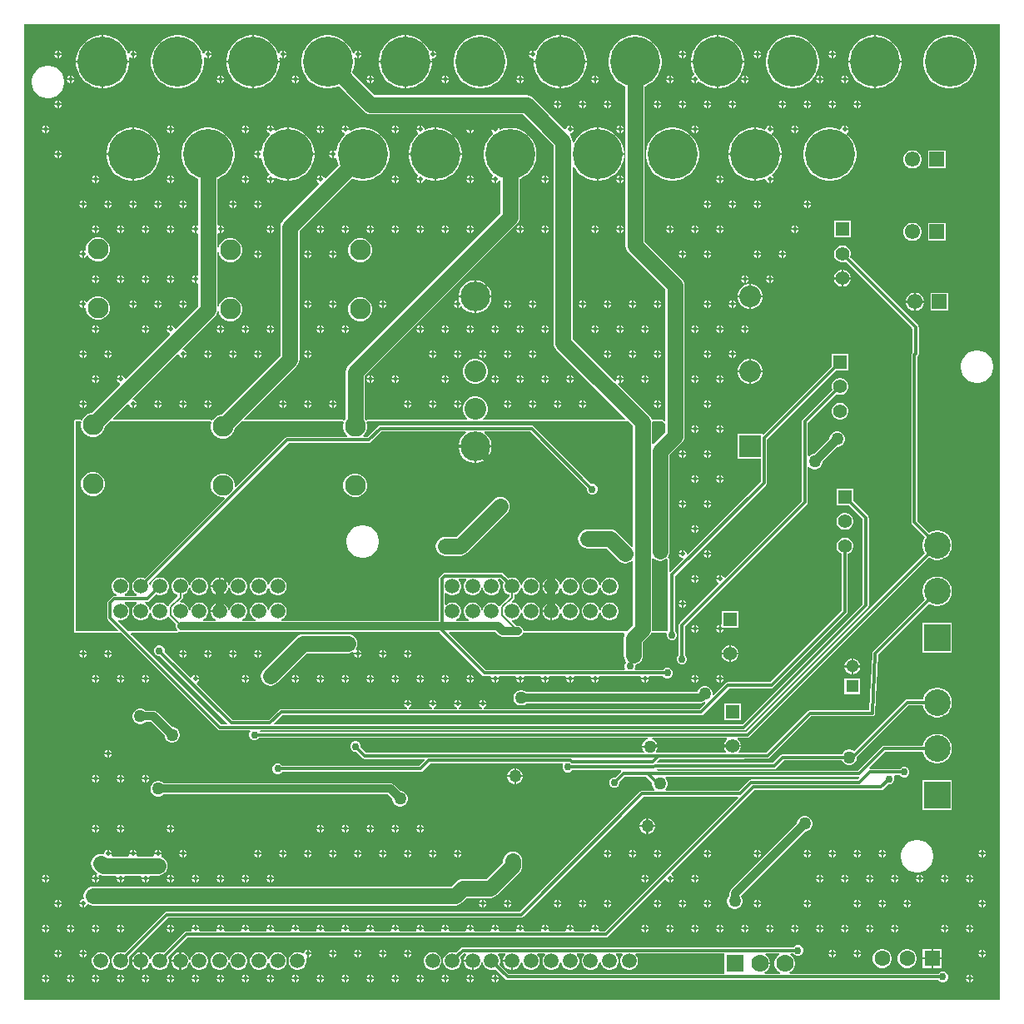
<source format=gbl>
G04*
G04 #@! TF.GenerationSoftware,Altium Limited,Altium Designer,22.10.1 (41)*
G04*
G04 Layer_Physical_Order=2*
G04 Layer_Color=16711680*
%FSLAX44Y44*%
%MOMM*%
G71*
G04*
G04 #@! TF.SameCoordinates,E145AED0-6931-4EEB-B232-2A21EE6FFB4C*
G04*
G04*
G04 #@! TF.FilePolarity,Positive*
G04*
G01*
G75*
%ADD30C,2.1082*%
%ADD34C,1.4000*%
%ADD35R,1.4000X1.4000*%
%ADD36C,1.5500*%
%ADD37R,1.5500X1.5500*%
%ADD48C,0.8128*%
%ADD49C,0.3048*%
%ADD50C,1.6256*%
%ADD51C,2.2050*%
%ADD52C,3.0300*%
%ADD53R,2.2050X2.2050*%
%ADD54C,2.7000*%
%ADD55R,2.7000X2.7000*%
%ADD56C,5.0800*%
%ADD57R,1.6000X1.6000*%
%ADD58C,1.6000*%
%ADD59C,1.3000*%
%ADD60R,1.3000X1.3000*%
%ADD61C,1.5000*%
%ADD62R,1.7780X1.7780*%
%ADD63C,1.7780*%
%ADD64C,1.2700*%
%ADD65C,0.5080*%
%ADD66C,0.7620*%
%ADD67C,0.2032*%
G36*
X996115Y3884D02*
X3884D01*
Y996115D01*
X996115D01*
Y3884D01*
D02*
G37*
%LPC*%
G36*
X547624Y984504D02*
X546521D01*
X542335Y983841D01*
X538305Y982532D01*
X534529Y980608D01*
X531100Y978117D01*
X528103Y975120D01*
X525612Y971691D01*
X524154Y968828D01*
X523002Y968645D01*
X521716Y969178D01*
Y965200D01*
X520700D01*
Y964184D01*
X516722D01*
X517255Y962898D01*
X518398Y961755D01*
X519892Y961136D01*
X520658D01*
X521759Y959970D01*
X521716Y959699D01*
Y958596D01*
X547624D01*
Y984504D01*
D02*
G37*
G36*
X826516Y969178D02*
Y966216D01*
X829478D01*
X828945Y967502D01*
X827802Y968645D01*
X826516Y969178D01*
D02*
G37*
G36*
X824484D02*
X823198Y968645D01*
X822055Y967502D01*
X821522Y966216D01*
X824484D01*
Y969178D01*
D02*
G37*
G36*
X750316D02*
Y966216D01*
X753278D01*
X752745Y967502D01*
X751602Y968645D01*
X750316Y969178D01*
D02*
G37*
G36*
X748284D02*
X746998Y968645D01*
X745855Y967502D01*
X745322Y966216D01*
X748284D01*
Y969178D01*
D02*
G37*
G36*
X674116D02*
Y966216D01*
X677078D01*
X676545Y967502D01*
X675402Y968645D01*
X674116Y969178D01*
D02*
G37*
G36*
X672084D02*
X670798Y968645D01*
X669655Y967502D01*
X669122Y966216D01*
X672084D01*
Y969178D01*
D02*
G37*
G36*
X519684D02*
X518398Y968645D01*
X517255Y967502D01*
X516722Y966216D01*
X519684D01*
Y969178D01*
D02*
G37*
G36*
X420116D02*
Y966216D01*
X423078D01*
X422545Y967502D01*
X421402Y968645D01*
X420116Y969178D01*
D02*
G37*
G36*
X343916D02*
Y966216D01*
X346878D01*
X346345Y967502D01*
X345202Y968645D01*
X343916Y969178D01*
D02*
G37*
G36*
X267716D02*
Y966216D01*
X270678D01*
X270145Y967502D01*
X269002Y968645D01*
X267716Y969178D01*
D02*
G37*
G36*
X191516D02*
Y966216D01*
X194478D01*
X193945Y967502D01*
X192802Y968645D01*
X191516Y969178D01*
D02*
G37*
G36*
X115316D02*
Y966216D01*
X118278D01*
X117745Y967502D01*
X116602Y968645D01*
X115316Y969178D01*
D02*
G37*
G36*
X39116D02*
Y966216D01*
X42078D01*
X41545Y967502D01*
X40402Y968645D01*
X39116Y969178D01*
D02*
G37*
G36*
X37084D02*
X35798Y968645D01*
X34655Y967502D01*
X34122Y966216D01*
X37084D01*
Y969178D01*
D02*
G37*
G36*
X829478Y964184D02*
X826516D01*
Y961222D01*
X827802Y961755D01*
X828945Y962898D01*
X829478Y964184D01*
D02*
G37*
G36*
X824484D02*
X821522D01*
X822055Y962898D01*
X823198Y961755D01*
X824484Y961222D01*
Y964184D01*
D02*
G37*
G36*
X753278D02*
X750316D01*
Y961222D01*
X751602Y961755D01*
X752745Y962898D01*
X753278Y964184D01*
D02*
G37*
G36*
X748284D02*
X745322D01*
X745855Y962898D01*
X746998Y961755D01*
X748284Y961222D01*
Y964184D01*
D02*
G37*
G36*
X677078D02*
X674116D01*
Y961222D01*
X675402Y961755D01*
X676545Y962898D01*
X677078Y964184D01*
D02*
G37*
G36*
X672084D02*
X669122D01*
X669655Y962898D01*
X670798Y961755D01*
X672084Y961222D01*
Y964184D01*
D02*
G37*
G36*
X346878D02*
X343916D01*
Y961222D01*
X345202Y961755D01*
X346345Y962898D01*
X346878Y964184D01*
D02*
G37*
G36*
X626959Y984504D02*
X622721D01*
X618535Y983841D01*
X614505Y982532D01*
X610729Y980608D01*
X607300Y978117D01*
X604304Y975120D01*
X601813Y971691D01*
X599888Y967915D01*
X598579Y963885D01*
X597916Y959699D01*
Y955461D01*
X598579Y951275D01*
X599888Y947245D01*
X601813Y943469D01*
X604304Y940040D01*
X607300Y937044D01*
X610729Y934553D01*
X614505Y932628D01*
X615105Y932434D01*
Y770785D01*
X615436Y768266D01*
X616409Y765918D01*
X617956Y763902D01*
X655745Y726113D01*
Y592848D01*
X654571Y592361D01*
X653946Y592986D01*
X652780Y593470D01*
X642839D01*
X642493Y593635D01*
X641597Y594269D01*
X641569Y594318D01*
X640891Y595954D01*
X639344Y597971D01*
X607019Y630296D01*
X607738Y631372D01*
X608584Y631022D01*
Y633984D01*
X605622D01*
X605972Y633138D01*
X604896Y632419D01*
X561423Y675891D01*
Y851184D01*
X562693Y851489D01*
X563713Y849489D01*
X566203Y846060D01*
X569200Y843064D01*
X572629Y840573D01*
X576405Y838649D01*
X580435Y837339D01*
X584621Y836676D01*
X585724D01*
Y863600D01*
Y890524D01*
X584621D01*
X580435Y889861D01*
X576405Y888551D01*
X572629Y886628D01*
X569200Y884137D01*
X566203Y881140D01*
X563713Y877711D01*
X562693Y875711D01*
X561423Y876016D01*
Y876865D01*
X561092Y879385D01*
X560119Y881733D01*
X558636Y883666D01*
X558693Y883984D01*
X559181Y884936D01*
X559608D01*
X561102Y885555D01*
X562245Y886698D01*
X562778Y887984D01*
X558800D01*
Y889000D01*
X557784D01*
Y892978D01*
X556498Y892445D01*
X555355Y891302D01*
X554736Y889808D01*
Y889381D01*
X553466Y888855D01*
X521519Y920802D01*
X519503Y922349D01*
X517155Y923321D01*
X514636Y923653D01*
X360115D01*
X337085Y946683D01*
X337371Y947245D01*
X338681Y951275D01*
X339344Y955461D01*
Y959699D01*
X339059Y961497D01*
X340249Y962104D01*
X340598Y961755D01*
X341884Y961222D01*
Y965200D01*
Y969178D01*
X340598Y968645D01*
X339455Y967502D01*
X339111Y966672D01*
X337758Y966725D01*
X337371Y967915D01*
X335448Y971691D01*
X332957Y975120D01*
X329960Y978117D01*
X326531Y980608D01*
X322755Y982532D01*
X318725Y983841D01*
X314539Y984504D01*
X310301D01*
X306115Y983841D01*
X302085Y982532D01*
X298309Y980608D01*
X294880Y978117D01*
X291884Y975120D01*
X289393Y971691D01*
X287468Y967915D01*
X286159Y963885D01*
X285496Y959699D01*
Y955461D01*
X286159Y951275D01*
X287468Y947245D01*
X289393Y943469D01*
X291884Y940040D01*
X294880Y937044D01*
X298309Y934553D01*
X302085Y932628D01*
X306115Y931319D01*
X310301Y930656D01*
X314539D01*
X318725Y931319D01*
X322755Y932628D01*
X323317Y932915D01*
X349198Y907034D01*
X351215Y905487D01*
X353563Y904514D01*
X356082Y904183D01*
X510603D01*
X541953Y872833D01*
Y671859D01*
X542284Y669339D01*
X543257Y666991D01*
X544804Y664975D01*
X615136Y594643D01*
X614650Y593470D01*
X470496D01*
X470197Y594740D01*
X472322Y596865D01*
X473974Y599726D01*
X474829Y602918D01*
Y606222D01*
X473974Y609413D01*
X472322Y612275D01*
X469985Y614612D01*
X467124Y616264D01*
X463932Y617119D01*
X460628D01*
X457436Y616264D01*
X454575Y614612D01*
X452238Y612275D01*
X450586Y609413D01*
X449731Y606222D01*
Y602918D01*
X450586Y599726D01*
X452238Y596865D01*
X454363Y594740D01*
X454064Y593470D01*
X352757D01*
X352633Y593418D01*
X352503Y593450D01*
X352065Y593183D01*
X351591Y592986D01*
X350412Y593460D01*
X350095Y594008D01*
Y638377D01*
X504724Y793005D01*
X506271Y795022D01*
X507244Y797370D01*
X507575Y799889D01*
Y838454D01*
X508175Y838649D01*
X511951Y840573D01*
X515380Y843064D01*
X518377Y846060D01*
X520868Y849489D01*
X522791Y853265D01*
X524101Y857295D01*
X524764Y861481D01*
Y865719D01*
X524101Y869905D01*
X522791Y873935D01*
X520868Y877711D01*
X518377Y881140D01*
X515380Y884137D01*
X511951Y886628D01*
X508175Y888551D01*
X504145Y889861D01*
X499959Y890524D01*
X495721D01*
X491535Y889861D01*
X487934Y888691D01*
X486930Y889233D01*
X486664Y889548D01*
Y889808D01*
X486045Y891302D01*
X484902Y892445D01*
X483616Y892978D01*
Y889000D01*
X482600D01*
Y887984D01*
X478622D01*
X479155Y886698D01*
X480211Y885642D01*
X480367Y885322D01*
X480491Y884275D01*
X480300Y884137D01*
X477304Y881140D01*
X474813Y877711D01*
X472888Y873935D01*
X471579Y869905D01*
X470916Y865719D01*
Y861481D01*
X471579Y857295D01*
X472888Y853265D01*
X474813Y849489D01*
X477304Y846060D01*
X480300Y843064D01*
X480491Y842925D01*
X480367Y841878D01*
X480211Y841558D01*
X479155Y840502D01*
X478622Y839216D01*
X482600D01*
Y838200D01*
X483616D01*
Y834222D01*
X484902Y834755D01*
X486045Y835898D01*
X486412Y836782D01*
X487759Y837311D01*
X487897Y837301D01*
X488105Y837158D01*
Y803922D01*
X333476Y649293D01*
X331929Y647277D01*
X330956Y644929D01*
X330625Y642409D01*
Y594008D01*
X330308Y593460D01*
X329129Y592986D01*
X328655Y593183D01*
X328217Y593450D01*
X328087Y593418D01*
X327963Y593470D01*
X227897D01*
X227411Y594643D01*
X280901Y648133D01*
X282448Y650149D01*
X283420Y652497D01*
X283752Y655017D01*
Y785604D01*
X337083Y838935D01*
X337645Y838649D01*
X341675Y837339D01*
X345861Y836676D01*
X350099D01*
X354285Y837339D01*
X358315Y838649D01*
X362091Y840573D01*
X365520Y843064D01*
X368517Y846060D01*
X371007Y849489D01*
X372932Y853265D01*
X374241Y857295D01*
X374904Y861481D01*
Y865719D01*
X374241Y869905D01*
X372932Y873935D01*
X371007Y877711D01*
X368517Y881140D01*
X365520Y884137D01*
X362091Y886628D01*
X358315Y888551D01*
X354285Y889861D01*
X350099Y890524D01*
X345861D01*
X341675Y889861D01*
X337645Y888551D01*
X335291Y887352D01*
X334518Y887984D01*
X326222D01*
X326755Y886698D01*
X327898Y885555D01*
X329392Y884936D01*
X329444D01*
X329970Y883666D01*
X327444Y881140D01*
X324953Y877711D01*
X323028Y873935D01*
X321719Y869905D01*
X321311Y867332D01*
X319956Y866891D01*
X319802Y867045D01*
X318516Y867578D01*
Y863600D01*
Y859622D01*
X319802Y860155D01*
X319956Y860309D01*
X321311Y859868D01*
X321719Y857295D01*
X323028Y853265D01*
X323315Y852703D01*
X310037Y839425D01*
X308560Y839743D01*
X308245Y840502D01*
X307102Y841645D01*
X305816Y842178D01*
Y838200D01*
X304800D01*
Y837184D01*
X300822D01*
X301355Y835898D01*
X302498Y834755D01*
X303257Y834440D01*
X303575Y832963D01*
X267133Y796521D01*
X265586Y794504D01*
X264613Y792156D01*
X264281Y789637D01*
Y659049D01*
X203995Y598763D01*
X201083Y597983D01*
X198332Y596394D01*
X196086Y594148D01*
X195688Y593460D01*
X194509Y592986D01*
X194035Y593183D01*
X193597Y593450D01*
X193467Y593418D01*
X193343Y593470D01*
X94293D01*
X93807Y594643D01*
X108966Y609802D01*
X110236Y609276D01*
Y608792D01*
X110855Y607298D01*
X111998Y606155D01*
X113284Y605622D01*
Y609600D01*
X114300D01*
Y610616D01*
X118278D01*
X117745Y611902D01*
X116602Y613045D01*
X115108Y613664D01*
X114624D01*
X114098Y614934D01*
X159766Y660602D01*
X161036Y660076D01*
Y659592D01*
X161655Y658098D01*
X162798Y656955D01*
X164084Y656422D01*
Y660400D01*
X165100D01*
Y661416D01*
X169078D01*
X168545Y662702D01*
X167402Y663845D01*
X165908Y664464D01*
X165424D01*
X164898Y665734D01*
X197384Y698220D01*
X198931Y700236D01*
X199904Y702584D01*
X200101Y704082D01*
X201393Y704166D01*
X202117Y701463D01*
X203706Y698712D01*
X205952Y696466D01*
X208703Y694877D01*
X211772Y694055D01*
X214948D01*
X218017Y694877D01*
X220768Y696466D01*
X223014Y698712D01*
X224603Y701463D01*
X225425Y704532D01*
Y707708D01*
X224603Y710777D01*
X223014Y713528D01*
X220768Y715774D01*
X218017Y717363D01*
X214948Y718185D01*
X211772D01*
X208703Y717363D01*
X205952Y715774D01*
X203706Y713528D01*
X202117Y710777D01*
X201505Y708493D01*
X200235Y708660D01*
Y763524D01*
X201505Y763691D01*
X202117Y761407D01*
X203706Y758656D01*
X205952Y756410D01*
X208703Y754821D01*
X211772Y753999D01*
X214948D01*
X218017Y754821D01*
X220768Y756410D01*
X223014Y758656D01*
X224603Y761407D01*
X225425Y764476D01*
Y767652D01*
X224603Y770721D01*
X223014Y773472D01*
X220768Y775718D01*
X218017Y777307D01*
X214948Y778129D01*
X211772D01*
X208703Y777307D01*
X205952Y775718D01*
X203706Y773472D01*
X202117Y770721D01*
X201505Y768437D01*
X200235Y768604D01*
Y782958D01*
X201505Y783703D01*
X202184Y783422D01*
Y787400D01*
Y791378D01*
X201505Y791097D01*
X200235Y791842D01*
Y838454D01*
X200835Y838649D01*
X204611Y840573D01*
X208040Y843064D01*
X211036Y846060D01*
X213528Y849489D01*
X215452Y853265D01*
X216761Y857295D01*
X217424Y861481D01*
Y865719D01*
X216761Y869905D01*
X215452Y873935D01*
X213528Y877711D01*
X211036Y881140D01*
X208040Y884137D01*
X204611Y886628D01*
X200835Y888551D01*
X196805Y889861D01*
X192619Y890524D01*
X188381D01*
X184195Y889861D01*
X180165Y888551D01*
X176389Y886628D01*
X172960Y884137D01*
X169963Y881140D01*
X167472Y877711D01*
X165548Y873935D01*
X164239Y869905D01*
X163576Y865719D01*
Y861481D01*
X164239Y857295D01*
X165548Y853265D01*
X167472Y849489D01*
X169963Y846060D01*
X172960Y843064D01*
X176389Y840573D01*
X180165Y838649D01*
X180765Y838454D01*
Y791842D01*
X179495Y791097D01*
X178816Y791378D01*
Y787400D01*
Y783422D01*
X179495Y783703D01*
X180765Y782958D01*
Y741042D01*
X179495Y740297D01*
X178816Y740578D01*
Y736600D01*
Y732622D01*
X179495Y732903D01*
X180765Y732158D01*
Y709137D01*
X157734Y686106D01*
X156464Y686608D01*
X155845Y688102D01*
X154702Y689245D01*
X153416Y689778D01*
Y685800D01*
X152400D01*
Y684784D01*
X148422D01*
X148955Y683498D01*
X150098Y682355D01*
X151592Y681736D01*
X152094Y680466D01*
X106934Y635306D01*
X105664Y635808D01*
X105045Y637302D01*
X103902Y638445D01*
X102616Y638978D01*
Y635000D01*
X101600D01*
Y633984D01*
X97622D01*
X98155Y632698D01*
X99298Y631555D01*
X100792Y630936D01*
X101294Y629666D01*
X71915Y600287D01*
X69003Y599507D01*
X66252Y597918D01*
X64006Y595672D01*
X62986Y593906D01*
X62255Y592998D01*
X61332Y593434D01*
X61294Y593456D01*
X61184Y593426D01*
X61079Y593470D01*
X55880D01*
X54714Y592986D01*
X54230Y591820D01*
Y378460D01*
X54714Y377294D01*
X55880Y376810D01*
X98848D01*
X99151Y376936D01*
X99479D01*
X99711Y377168D01*
X100014Y377294D01*
X101313Y377654D01*
X200494Y278472D01*
X201503Y277799D01*
X202692Y277562D01*
X233053D01*
X233540Y276389D01*
X233222Y276071D01*
X232410Y274111D01*
Y271989D01*
X233222Y270028D01*
X234722Y268528D01*
X236683Y267716D01*
X238805D01*
X240765Y268528D01*
X242180Y269942D01*
X637705D01*
X637873Y268672D01*
X637041Y268449D01*
X635245Y267413D01*
X633779Y265947D01*
X632743Y264151D01*
X632206Y262149D01*
Y262128D01*
X647954D01*
Y262149D01*
X647417Y264151D01*
X646381Y265947D01*
X644915Y267413D01*
X643119Y268449D01*
X642288Y268672D01*
X642455Y269942D01*
X718242D01*
X718606Y268895D01*
X718618Y268672D01*
X717079Y267134D01*
X715957Y265190D01*
X715376Y263022D01*
Y262916D01*
X723900D01*
X732424D01*
Y263022D01*
X731843Y265190D01*
X730721Y267134D01*
X729182Y268672D01*
X729194Y268895D01*
X729558Y269942D01*
X739130D01*
X740319Y270179D01*
X741327Y270853D01*
X923983Y453508D01*
X925063Y452786D01*
X927798Y451654D01*
X930700Y451076D01*
X933660D01*
X936562Y451654D01*
X939296Y452786D01*
X941757Y454430D01*
X943850Y456523D01*
X945494Y458984D01*
X946627Y461718D01*
X947204Y464620D01*
Y467580D01*
X946627Y470482D01*
X945494Y473217D01*
X943850Y475677D01*
X941757Y477770D01*
X939296Y479414D01*
X936562Y480547D01*
X933660Y481124D01*
X930700D01*
X927798Y480547D01*
X925063Y479414D01*
X923983Y478692D01*
X912160Y490515D01*
Y658235D01*
X912533Y658609D01*
X913207Y659617D01*
X913444Y660806D01*
Y687724D01*
X913207Y688913D01*
X912533Y689921D01*
X843509Y758946D01*
X843603Y759110D01*
X844184Y761278D01*
Y763522D01*
X843603Y765690D01*
X842481Y767634D01*
X840894Y769221D01*
X838950Y770343D01*
X836782Y770924D01*
X834538D01*
X832370Y770343D01*
X830426Y769221D01*
X828839Y767634D01*
X827717Y765690D01*
X827136Y763522D01*
Y761278D01*
X827717Y759110D01*
X828839Y757166D01*
X830426Y755579D01*
X832370Y754457D01*
X834538Y753876D01*
X836782D01*
X838950Y754457D01*
X839114Y754551D01*
X907228Y686436D01*
Y662093D01*
X906854Y661720D01*
X906181Y660711D01*
X905944Y659522D01*
Y489228D01*
X906181Y488039D01*
X906854Y487031D01*
X919588Y474297D01*
X918866Y473217D01*
X917733Y470482D01*
X917156Y467580D01*
Y464620D01*
X917733Y461718D01*
X918866Y458984D01*
X919588Y457903D01*
X737843Y276158D01*
X243227D01*
X243137Y276292D01*
X243816Y277562D01*
X735330D01*
X736519Y277799D01*
X737527Y278472D01*
X861733Y402678D01*
X862407Y403687D01*
X862644Y404876D01*
Y493884D01*
X862407Y495074D01*
X861733Y496082D01*
X846724Y511091D01*
Y523744D01*
X829676D01*
Y506696D01*
X842329D01*
X856428Y492597D01*
Y406163D01*
X734043Y283778D01*
X258336D01*
X257850Y284951D01*
X266209Y293310D01*
X692150D01*
X693339Y293547D01*
X694348Y294221D01*
X720615Y320488D01*
X763524D01*
X764713Y320725D01*
X765722Y321399D01*
X840397Y396074D01*
X841071Y397083D01*
X841308Y398272D01*
Y457228D01*
X841490Y457277D01*
X843434Y458399D01*
X845021Y459986D01*
X846143Y461930D01*
X846724Y464098D01*
Y466342D01*
X846143Y468510D01*
X845021Y470454D01*
X843434Y472041D01*
X841490Y473163D01*
X839322Y473744D01*
X837078D01*
X834910Y473163D01*
X832966Y472041D01*
X831379Y470454D01*
X830257Y468510D01*
X829676Y466342D01*
Y464098D01*
X830257Y461930D01*
X831379Y459986D01*
X832966Y458399D01*
X834910Y457277D01*
X835092Y457228D01*
Y399559D01*
X762237Y326704D01*
X719328D01*
X718139Y326467D01*
X717131Y325793D01*
X704993Y313656D01*
X703834Y314293D01*
Y315997D01*
X703297Y317999D01*
X702261Y319795D01*
X700795Y321261D01*
X698999Y322297D01*
X696997Y322834D01*
X694923D01*
X692921Y322297D01*
X691125Y321261D01*
X689659Y319795D01*
X688623Y317999D01*
X688225Y316515D01*
X514495D01*
X513892Y317118D01*
X512096Y318155D01*
X510094Y318691D01*
X508021D01*
X506018Y318155D01*
X504222Y317118D01*
X502756Y315652D01*
X501720Y313857D01*
X501183Y311854D01*
Y309781D01*
X501720Y307778D01*
X502756Y305982D01*
X504222Y304517D01*
X506018Y303480D01*
X508021Y302943D01*
X510094D01*
X512096Y303480D01*
X513892Y304517D01*
X514495Y305120D01*
X691817D01*
X693998Y305553D01*
X695504Y306560D01*
X696045Y306504D01*
X696494Y305239D01*
X696480Y305142D01*
X690863Y299526D01*
X470853D01*
X470708Y300736D01*
X472202Y301355D01*
X473345Y302498D01*
X473878Y303784D01*
X465922D01*
X466455Y302498D01*
X467598Y301355D01*
X469092Y300736D01*
X468947Y299526D01*
X445453D01*
X445308Y300736D01*
X446802Y301355D01*
X447945Y302498D01*
X448478Y303784D01*
X440522D01*
X441055Y302498D01*
X442198Y301355D01*
X443692Y300736D01*
X443547Y299526D01*
X420053D01*
X419908Y300736D01*
X421402Y301355D01*
X422545Y302498D01*
X423078Y303784D01*
X415122D01*
X415655Y302498D01*
X416798Y301355D01*
X418292Y300736D01*
X418147Y299526D01*
X394653D01*
X394508Y300736D01*
X396002Y301355D01*
X397145Y302498D01*
X397678Y303784D01*
X389722D01*
X390255Y302498D01*
X391398Y301355D01*
X392892Y300736D01*
X392747Y299526D01*
X264922D01*
X263733Y299289D01*
X262724Y298615D01*
X252459Y288350D01*
X215663D01*
X179050Y324963D01*
X179361Y326448D01*
X180102Y326755D01*
X181245Y327898D01*
X181778Y329184D01*
X177800D01*
Y330200D01*
X176784D01*
Y334178D01*
X175498Y333645D01*
X174355Y332502D01*
X174048Y331761D01*
X172563Y331450D01*
X146304Y357709D01*
Y359709D01*
X145492Y361670D01*
X143991Y363170D01*
X142031Y363982D01*
X139909D01*
X137949Y363170D01*
X136448Y361670D01*
X135636Y359709D01*
Y357587D01*
X136448Y355626D01*
X137949Y354126D01*
X139909Y353314D01*
X141909D01*
X210272Y284951D01*
X209786Y283778D01*
X203979D01*
X112120Y375637D01*
X112606Y376810D01*
X158894D01*
X159264Y376964D01*
X159664Y377001D01*
X159826Y377197D01*
X160060Y377294D01*
X160148Y377506D01*
X161069Y378201D01*
X161281Y378276D01*
X163461Y377842D01*
X425711D01*
X426046Y377341D01*
X469543Y333844D01*
X470551Y333171D01*
X471740Y332934D01*
X477959D01*
X478808Y331664D01*
X478622Y331216D01*
X486578D01*
X486392Y331664D01*
X487241Y332934D01*
X503359D01*
X504208Y331664D01*
X504022Y331216D01*
X511978D01*
X511792Y331664D01*
X512641Y332934D01*
X528759D01*
X529608Y331664D01*
X529422Y331216D01*
X537378D01*
X537192Y331664D01*
X538041Y332934D01*
X554159D01*
X555008Y331664D01*
X554822Y331216D01*
X562778D01*
X562592Y331664D01*
X563441Y332934D01*
X579559D01*
X580408Y331664D01*
X580222Y331216D01*
X588178D01*
X587992Y331664D01*
X588841Y332934D01*
X630359D01*
X631208Y331664D01*
X631022Y331216D01*
X638978D01*
X638792Y331664D01*
X639641Y332934D01*
X653424D01*
X654838Y331520D01*
X656799Y330708D01*
X658921D01*
X660882Y331520D01*
X662382Y333021D01*
X663194Y334981D01*
Y337103D01*
X662382Y339063D01*
X660882Y340564D01*
X658921Y341376D01*
X656799D01*
X654838Y340564D01*
X653424Y339150D01*
X625213D01*
X624506Y340420D01*
X625094Y341839D01*
Y343961D01*
X626204Y344600D01*
X627930Y345315D01*
X629946Y346862D01*
X631493Y348878D01*
X632466Y351226D01*
X632798Y353746D01*
Y367304D01*
X639344Y373850D01*
X640891Y375866D01*
X641048Y376244D01*
X641064Y376273D01*
X641538Y376598D01*
X642674Y376852D01*
X642751Y376814D01*
X642806Y376833D01*
X642859Y376810D01*
X656410D01*
X657116Y375754D01*
X657098Y375711D01*
Y373589D01*
X657910Y371628D01*
X659410Y370128D01*
X661371Y369316D01*
X663493D01*
X665453Y370128D01*
X666954Y371628D01*
X667766Y373589D01*
Y375711D01*
X666954Y377672D01*
X665540Y379086D01*
Y434577D01*
X758102Y527138D01*
X758775Y528147D01*
X759012Y529336D01*
Y573707D01*
X829161Y643856D01*
X841814D01*
Y660904D01*
X824766D01*
Y648251D01*
X755152Y578637D01*
X754229Y579019D01*
Y579019D01*
X729131D01*
Y553921D01*
X752796D01*
Y530623D01*
X678342Y456169D01*
X677164Y456787D01*
Y458008D01*
X676545Y459502D01*
X675402Y460645D01*
X674116Y461178D01*
Y457200D01*
X673100D01*
Y456184D01*
X669122D01*
X669655Y454898D01*
X670798Y453755D01*
X672292Y453136D01*
X673513D01*
X674131Y451958D01*
X660780Y438606D01*
X659510Y439133D01*
Y451820D01*
X659404Y452075D01*
X659422Y452350D01*
X659172Y452636D01*
X659026Y452987D01*
X658873Y453050D01*
X658585Y453319D01*
X658327Y454425D01*
X658671Y454872D01*
X659644Y457220D01*
X659975Y459740D01*
Y557890D01*
X672364Y570279D01*
X673911Y572295D01*
X674884Y574643D01*
X675215Y577163D01*
Y730145D01*
X674884Y732665D01*
X673911Y735013D01*
X672364Y737029D01*
X634575Y774818D01*
Y932434D01*
X635175Y932628D01*
X638951Y934553D01*
X642380Y937044D01*
X645377Y940040D01*
X647868Y943469D01*
X649791Y947245D01*
X651101Y951275D01*
X651764Y955461D01*
Y959699D01*
X651101Y963885D01*
X649791Y967915D01*
X647868Y971691D01*
X645377Y975120D01*
X642380Y978117D01*
X638951Y980608D01*
X635175Y982532D01*
X631145Y983841D01*
X626959Y984504D01*
D02*
G37*
G36*
X270678Y964184D02*
X267716D01*
Y961222D01*
X269002Y961755D01*
X270145Y962898D01*
X270678Y964184D01*
D02*
G37*
G36*
X238339Y984504D02*
X237236D01*
Y958596D01*
X263144D01*
Y959699D01*
X262859Y961497D01*
X264049Y962104D01*
X264398Y961755D01*
X265684Y961222D01*
Y965200D01*
Y969178D01*
X264398Y968645D01*
X263255Y967502D01*
X262911Y966672D01*
X261558Y966725D01*
X261171Y967915D01*
X259247Y971691D01*
X256756Y975120D01*
X253760Y978117D01*
X250331Y980608D01*
X246555Y982532D01*
X242525Y983841D01*
X238339Y984504D01*
D02*
G37*
G36*
X194478Y964184D02*
X191516D01*
Y961222D01*
X192802Y961755D01*
X193945Y962898D01*
X194478Y964184D01*
D02*
G37*
G36*
X161753Y984504D02*
X157515D01*
X153329Y983841D01*
X149299Y982532D01*
X145523Y980608D01*
X142094Y978117D01*
X139097Y975120D01*
X136606Y971691D01*
X134683Y967915D01*
X133373Y963885D01*
X132710Y959699D01*
Y955461D01*
X133373Y951275D01*
X134683Y947245D01*
X136606Y943469D01*
X139097Y940040D01*
X142094Y937044D01*
X145523Y934553D01*
X149299Y932628D01*
X153329Y931319D01*
X157515Y930656D01*
X161753D01*
X165939Y931319D01*
X169969Y932628D01*
X173745Y934553D01*
X177174Y937044D01*
X180170Y940040D01*
X182661Y943469D01*
X184585Y947245D01*
X185895Y951275D01*
X186558Y955461D01*
Y959699D01*
X186200Y961956D01*
X187390Y962562D01*
X188198Y961755D01*
X189484Y961222D01*
Y965200D01*
Y969178D01*
X188198Y968645D01*
X187055Y967502D01*
X186495Y966150D01*
X186017Y966026D01*
X185188Y966061D01*
X184585Y967915D01*
X182661Y971691D01*
X180170Y975120D01*
X177174Y978117D01*
X173745Y980608D01*
X169969Y982532D01*
X165939Y983841D01*
X161753Y984504D01*
D02*
G37*
G36*
X118278Y964184D02*
X115316D01*
Y961222D01*
X116602Y961755D01*
X117745Y962898D01*
X118278Y964184D01*
D02*
G37*
G36*
X85553Y984504D02*
X84450D01*
Y958596D01*
X110358D01*
Y959699D01*
X110000Y961956D01*
X111190Y962562D01*
X111998Y961755D01*
X113284Y961222D01*
Y965200D01*
Y969178D01*
X111998Y968645D01*
X110855Y967502D01*
X110295Y966150D01*
X109817Y966026D01*
X108988Y966061D01*
X108385Y967915D01*
X106461Y971691D01*
X103970Y975120D01*
X100974Y978117D01*
X97545Y980608D01*
X93769Y982532D01*
X89739Y983841D01*
X85553Y984504D01*
D02*
G37*
G36*
X42078Y964184D02*
X39116D01*
Y961222D01*
X40402Y961755D01*
X41545Y962898D01*
X42078Y964184D01*
D02*
G37*
G36*
X37084D02*
X34122D01*
X34655Y962898D01*
X35798Y961755D01*
X37084Y961222D01*
Y964184D01*
D02*
G37*
G36*
X550759Y984504D02*
X549656D01*
Y958596D01*
X575564D01*
Y959699D01*
X574901Y963885D01*
X573591Y967915D01*
X571668Y971691D01*
X569176Y975120D01*
X566180Y978117D01*
X562751Y980608D01*
X558975Y982532D01*
X554945Y983841D01*
X550759Y984504D01*
D02*
G37*
G36*
X393279D02*
X392176D01*
Y958596D01*
X418084D01*
Y959699D01*
X418041Y959970D01*
X419142Y961136D01*
X419908D01*
X421402Y961755D01*
X422545Y962898D01*
X423078Y964184D01*
X419100D01*
Y965200D01*
X418084D01*
Y969178D01*
X416798Y968645D01*
X415647Y968828D01*
X414188Y971691D01*
X411697Y975120D01*
X408700Y978117D01*
X405271Y980608D01*
X401495Y982532D01*
X397465Y983841D01*
X393279Y984504D01*
D02*
G37*
G36*
X870799D02*
X869696D01*
Y958596D01*
X895604D01*
Y959699D01*
X894941Y963885D01*
X893632Y967915D01*
X891708Y971691D01*
X889217Y975120D01*
X886220Y978117D01*
X882791Y980608D01*
X879015Y982532D01*
X874985Y983841D01*
X870799Y984504D01*
D02*
G37*
G36*
X710779D02*
X709676D01*
Y958596D01*
X735584D01*
Y959699D01*
X734921Y963885D01*
X733612Y967915D01*
X731687Y971691D01*
X729196Y975120D01*
X726200Y978117D01*
X722771Y980608D01*
X718995Y982532D01*
X714965Y983841D01*
X710779Y984504D01*
D02*
G37*
G36*
X707644D02*
X706541D01*
X702355Y983841D01*
X698325Y982532D01*
X694549Y980608D01*
X691120Y978117D01*
X688123Y975120D01*
X685632Y971691D01*
X683708Y967915D01*
X682399Y963885D01*
X681736Y959699D01*
Y958596D01*
X707644D01*
Y984504D01*
D02*
G37*
G36*
X390144D02*
X389041D01*
X384855Y983841D01*
X380825Y982532D01*
X377049Y980608D01*
X373620Y978117D01*
X370624Y975120D01*
X368133Y971691D01*
X366208Y967915D01*
X364899Y963885D01*
X364236Y959699D01*
Y958596D01*
X390144D01*
Y984504D01*
D02*
G37*
G36*
X235204D02*
X234101D01*
X229915Y983841D01*
X225885Y982532D01*
X222109Y980608D01*
X218680Y978117D01*
X215683Y975120D01*
X213193Y971691D01*
X211269Y967915D01*
X209959Y963885D01*
X209296Y959699D01*
Y958596D01*
X235204D01*
Y984504D01*
D02*
G37*
G36*
X867664D02*
X866561D01*
X862375Y983841D01*
X858345Y982532D01*
X854569Y980608D01*
X851140Y978117D01*
X848143Y975120D01*
X845652Y971691D01*
X843728Y967915D01*
X842419Y963885D01*
X841756Y959699D01*
Y958596D01*
X867664D01*
Y984504D01*
D02*
G37*
G36*
X82418D02*
X81315D01*
X77129Y983841D01*
X73099Y982532D01*
X69323Y980608D01*
X65894Y978117D01*
X62897Y975120D01*
X60406Y971691D01*
X58482Y967915D01*
X57173Y963885D01*
X56510Y959699D01*
Y958596D01*
X82418D01*
Y984504D01*
D02*
G37*
G36*
X839216Y943778D02*
Y940816D01*
X842178D01*
X841645Y942102D01*
X840502Y943245D01*
X839216Y943778D01*
D02*
G37*
G36*
X837184D02*
X835898Y943245D01*
X834755Y942102D01*
X834222Y940816D01*
X837184D01*
Y943778D01*
D02*
G37*
G36*
X813816D02*
Y940816D01*
X816778D01*
X816245Y942102D01*
X815102Y943245D01*
X813816Y943778D01*
D02*
G37*
G36*
X811784D02*
X810498Y943245D01*
X809355Y942102D01*
X808822Y940816D01*
X811784D01*
Y943778D01*
D02*
G37*
G36*
X737616D02*
Y940816D01*
X740578D01*
X740045Y942102D01*
X738902Y943245D01*
X737616Y943778D01*
D02*
G37*
G36*
X735584D02*
X734298Y943245D01*
X733155Y942102D01*
X732622Y940816D01*
X735584D01*
Y943778D01*
D02*
G37*
G36*
X661416D02*
Y940816D01*
X664378D01*
X663845Y942102D01*
X662702Y943245D01*
X661416Y943778D01*
D02*
G37*
G36*
X659384D02*
X658098Y943245D01*
X656955Y942102D01*
X656422Y940816D01*
X659384D01*
Y943778D01*
D02*
G37*
G36*
X585216D02*
Y940816D01*
X588178D01*
X587645Y942102D01*
X586502Y943245D01*
X585216Y943778D01*
D02*
G37*
G36*
X583184D02*
X581898Y943245D01*
X580755Y942102D01*
X580222Y940816D01*
X583184D01*
Y943778D01*
D02*
G37*
G36*
X509016D02*
Y940816D01*
X511978D01*
X511445Y942102D01*
X510302Y943245D01*
X509016Y943778D01*
D02*
G37*
G36*
X506984D02*
X505698Y943245D01*
X504555Y942102D01*
X504022Y940816D01*
X506984D01*
Y943778D01*
D02*
G37*
G36*
X432816D02*
Y940816D01*
X435778D01*
X435245Y942102D01*
X434102Y943245D01*
X432816Y943778D01*
D02*
G37*
G36*
X430784D02*
X429498Y943245D01*
X428355Y942102D01*
X427822Y940816D01*
X430784D01*
Y943778D01*
D02*
G37*
G36*
X356616D02*
Y940816D01*
X359578D01*
X359045Y942102D01*
X357902Y943245D01*
X356616Y943778D01*
D02*
G37*
G36*
X354584D02*
X353298Y943245D01*
X352155Y942102D01*
X351622Y940816D01*
X354584D01*
Y943778D01*
D02*
G37*
G36*
X280416D02*
Y940816D01*
X283378D01*
X282845Y942102D01*
X281702Y943245D01*
X280416Y943778D01*
D02*
G37*
G36*
X278384D02*
X277098Y943245D01*
X275955Y942102D01*
X275422Y940816D01*
X278384D01*
Y943778D01*
D02*
G37*
G36*
X204216D02*
Y940816D01*
X207178D01*
X206645Y942102D01*
X205502Y943245D01*
X204216Y943778D01*
D02*
G37*
G36*
X202184D02*
X200898Y943245D01*
X199755Y942102D01*
X199222Y940816D01*
X202184D01*
Y943778D01*
D02*
G37*
G36*
X51816D02*
Y940816D01*
X54778D01*
X54245Y942102D01*
X53102Y943245D01*
X51816Y943778D01*
D02*
G37*
G36*
X49784D02*
X48498Y943245D01*
X47355Y942102D01*
X46822Y940816D01*
X49784D01*
Y943778D01*
D02*
G37*
G36*
X842178Y938784D02*
X839216D01*
Y935822D01*
X840502Y936355D01*
X841645Y937498D01*
X842178Y938784D01*
D02*
G37*
G36*
X837184D02*
X834222D01*
X834755Y937498D01*
X835898Y936355D01*
X837184Y935822D01*
Y938784D01*
D02*
G37*
G36*
X816778D02*
X813816D01*
Y935822D01*
X815102Y936355D01*
X816245Y937498D01*
X816778Y938784D01*
D02*
G37*
G36*
X811784D02*
X808822D01*
X809355Y937498D01*
X810498Y936355D01*
X811784Y935822D01*
Y938784D01*
D02*
G37*
G36*
X740578D02*
X737616D01*
Y935822D01*
X738902Y936355D01*
X740045Y937498D01*
X740578Y938784D01*
D02*
G37*
G36*
X735584D02*
X732622D01*
X733155Y937498D01*
X734298Y936355D01*
X735584Y935822D01*
Y938784D01*
D02*
G37*
G36*
X684784D02*
X681822D01*
X682355Y937498D01*
X683498Y936355D01*
X684784Y935822D01*
Y938784D01*
D02*
G37*
G36*
X664378D02*
X661416D01*
Y935822D01*
X662702Y936355D01*
X663845Y937498D01*
X664378Y938784D01*
D02*
G37*
G36*
X659384D02*
X656422D01*
X656955Y937498D01*
X658098Y936355D01*
X659384Y935822D01*
Y938784D01*
D02*
G37*
G36*
X588178D02*
X585216D01*
Y935822D01*
X586502Y936355D01*
X587645Y937498D01*
X588178Y938784D01*
D02*
G37*
G36*
X583184D02*
X580222D01*
X580755Y937498D01*
X581898Y936355D01*
X583184Y935822D01*
Y938784D01*
D02*
G37*
G36*
X511978D02*
X509016D01*
Y935822D01*
X510302Y936355D01*
X511445Y937498D01*
X511978Y938784D01*
D02*
G37*
G36*
X506984D02*
X504022D01*
X504555Y937498D01*
X505698Y936355D01*
X506984Y935822D01*
Y938784D01*
D02*
G37*
G36*
X435778D02*
X432816D01*
Y935822D01*
X434102Y936355D01*
X435245Y937498D01*
X435778Y938784D01*
D02*
G37*
G36*
X430784D02*
X427822D01*
X428355Y937498D01*
X429498Y936355D01*
X430784Y935822D01*
Y938784D01*
D02*
G37*
G36*
X359578D02*
X356616D01*
Y935822D01*
X357902Y936355D01*
X359045Y937498D01*
X359578Y938784D01*
D02*
G37*
G36*
X354584D02*
X351622D01*
X352155Y937498D01*
X353298Y936355D01*
X354584Y935822D01*
Y938784D01*
D02*
G37*
G36*
X283378D02*
X280416D01*
Y935822D01*
X281702Y936355D01*
X282845Y937498D01*
X283378Y938784D01*
D02*
G37*
G36*
X278384D02*
X275422D01*
X275955Y937498D01*
X277098Y936355D01*
X278384Y935822D01*
Y938784D01*
D02*
G37*
G36*
X207178D02*
X204216D01*
Y935822D01*
X205502Y936355D01*
X206645Y937498D01*
X207178Y938784D01*
D02*
G37*
G36*
X202184D02*
X199222D01*
X199755Y937498D01*
X200898Y936355D01*
X202184Y935822D01*
Y938784D01*
D02*
G37*
G36*
X54778D02*
X51816D01*
Y935822D01*
X53102Y936355D01*
X54245Y937498D01*
X54778Y938784D01*
D02*
G37*
G36*
X49784D02*
X46822D01*
X47355Y937498D01*
X48498Y936355D01*
X49784Y935822D01*
Y938784D01*
D02*
G37*
G36*
X946999Y984504D02*
X942761D01*
X938575Y983841D01*
X934545Y982532D01*
X930769Y980608D01*
X927340Y978117D01*
X924343Y975120D01*
X921852Y971691D01*
X919929Y967915D01*
X918619Y963885D01*
X917956Y959699D01*
Y955461D01*
X918619Y951275D01*
X919929Y947245D01*
X921852Y943469D01*
X924343Y940040D01*
X927340Y937044D01*
X930769Y934553D01*
X934545Y932628D01*
X938575Y931319D01*
X942761Y930656D01*
X946999D01*
X951185Y931319D01*
X955215Y932628D01*
X958991Y934553D01*
X962420Y937044D01*
X965416Y940040D01*
X967907Y943469D01*
X969831Y947245D01*
X971141Y951275D01*
X971804Y955461D01*
Y959699D01*
X971141Y963885D01*
X969831Y967915D01*
X967907Y971691D01*
X965416Y975120D01*
X962420Y978117D01*
X958991Y980608D01*
X955215Y982532D01*
X951185Y983841D01*
X946999Y984504D01*
D02*
G37*
G36*
X895604Y956564D02*
X869696D01*
Y930656D01*
X870799D01*
X874985Y931319D01*
X879015Y932628D01*
X882791Y934553D01*
X886220Y937044D01*
X889217Y940040D01*
X891708Y943469D01*
X893632Y947245D01*
X894941Y951275D01*
X895604Y955461D01*
Y956564D01*
D02*
G37*
G36*
X867664D02*
X841756D01*
Y955461D01*
X842419Y951275D01*
X843728Y947245D01*
X845652Y943469D01*
X848143Y940040D01*
X851140Y937044D01*
X854569Y934553D01*
X858345Y932628D01*
X862375Y931319D01*
X866561Y930656D01*
X867664D01*
Y956564D01*
D02*
G37*
G36*
X786979Y984504D02*
X782741D01*
X778555Y983841D01*
X774525Y982532D01*
X770749Y980608D01*
X767320Y978117D01*
X764324Y975120D01*
X761833Y971691D01*
X759909Y967915D01*
X758599Y963885D01*
X757936Y959699D01*
Y955461D01*
X758599Y951275D01*
X759909Y947245D01*
X761833Y943469D01*
X764324Y940040D01*
X767320Y937044D01*
X770749Y934553D01*
X774525Y932628D01*
X778555Y931319D01*
X782741Y930656D01*
X786979D01*
X791165Y931319D01*
X795195Y932628D01*
X798971Y934553D01*
X802400Y937044D01*
X805396Y940040D01*
X807887Y943469D01*
X809811Y947245D01*
X811121Y951275D01*
X811784Y955461D01*
Y959699D01*
X811121Y963885D01*
X809811Y967915D01*
X807887Y971691D01*
X805396Y975120D01*
X802400Y978117D01*
X798971Y980608D01*
X795195Y982532D01*
X791165Y983841D01*
X786979Y984504D01*
D02*
G37*
G36*
X735584Y956564D02*
X709676D01*
Y930656D01*
X710779D01*
X714965Y931319D01*
X718995Y932628D01*
X722771Y934553D01*
X726200Y937044D01*
X729196Y940040D01*
X731687Y943469D01*
X733612Y947245D01*
X734921Y951275D01*
X735584Y955461D01*
Y956564D01*
D02*
G37*
G36*
X707644D02*
X681736D01*
Y955461D01*
X682399Y951275D01*
X683708Y947245D01*
X684833Y945037D01*
X684177Y943527D01*
X683498Y943245D01*
X682355Y942102D01*
X681822Y940816D01*
X685800D01*
Y939800D01*
X686816D01*
Y935822D01*
X688102Y936355D01*
X689057Y937310D01*
X690214Y937691D01*
X690430Y937734D01*
X691120Y937044D01*
X694549Y934553D01*
X698325Y932628D01*
X702355Y931319D01*
X706541Y930656D01*
X707644D01*
Y956564D01*
D02*
G37*
G36*
X575564D02*
X549656D01*
Y930656D01*
X550759D01*
X554945Y931319D01*
X558975Y932628D01*
X562751Y934553D01*
X566180Y937044D01*
X569176Y940040D01*
X571668Y943469D01*
X573591Y947245D01*
X574901Y951275D01*
X575564Y955461D01*
Y956564D01*
D02*
G37*
G36*
X547624D02*
X521716D01*
Y955461D01*
X522379Y951275D01*
X523689Y947245D01*
X525612Y943469D01*
X528103Y940040D01*
X531100Y937044D01*
X534529Y934553D01*
X538305Y932628D01*
X542335Y931319D01*
X546521Y930656D01*
X547624D01*
Y956564D01*
D02*
G37*
G36*
X469479Y984504D02*
X465241D01*
X461055Y983841D01*
X457025Y982532D01*
X453249Y980608D01*
X449820Y978117D01*
X446824Y975120D01*
X444333Y971691D01*
X442408Y967915D01*
X441099Y963885D01*
X440436Y959699D01*
Y955461D01*
X441099Y951275D01*
X442408Y947245D01*
X444333Y943469D01*
X446824Y940040D01*
X449820Y937044D01*
X453249Y934553D01*
X457025Y932628D01*
X461055Y931319D01*
X465241Y930656D01*
X469479D01*
X473665Y931319D01*
X477695Y932628D01*
X481471Y934553D01*
X484900Y937044D01*
X487896Y940040D01*
X490387Y943469D01*
X492312Y947245D01*
X493621Y951275D01*
X494284Y955461D01*
Y959699D01*
X493621Y963885D01*
X492312Y967915D01*
X490387Y971691D01*
X487896Y975120D01*
X484900Y978117D01*
X481471Y980608D01*
X477695Y982532D01*
X473665Y983841D01*
X469479Y984504D01*
D02*
G37*
G36*
X418084Y956564D02*
X392176D01*
Y930656D01*
X393279D01*
X397465Y931319D01*
X401495Y932628D01*
X405271Y934553D01*
X408700Y937044D01*
X411697Y940040D01*
X414188Y943469D01*
X416111Y947245D01*
X417421Y951275D01*
X418084Y955461D01*
Y956564D01*
D02*
G37*
G36*
X390144D02*
X364236D01*
Y955461D01*
X364899Y951275D01*
X366208Y947245D01*
X368133Y943469D01*
X370624Y940040D01*
X373620Y937044D01*
X377049Y934553D01*
X380825Y932628D01*
X384855Y931319D01*
X389041Y930656D01*
X390144D01*
Y956564D01*
D02*
G37*
G36*
X263144D02*
X237236D01*
Y930656D01*
X238339D01*
X242525Y931319D01*
X246555Y932628D01*
X250331Y934553D01*
X253760Y937044D01*
X256756Y940040D01*
X259247Y943469D01*
X261171Y947245D01*
X262481Y951275D01*
X263144Y955461D01*
Y956564D01*
D02*
G37*
G36*
X235204D02*
X209296D01*
Y955461D01*
X209959Y951275D01*
X211269Y947245D01*
X213193Y943469D01*
X215683Y940040D01*
X218680Y937044D01*
X222109Y934553D01*
X225885Y932628D01*
X229915Y931319D01*
X234101Y930656D01*
X235204D01*
Y956564D01*
D02*
G37*
G36*
X110358D02*
X84450D01*
Y930656D01*
X85553D01*
X89739Y931319D01*
X93769Y932628D01*
X97545Y934553D01*
X100974Y937044D01*
X103970Y940040D01*
X106461Y943469D01*
X108385Y947245D01*
X109695Y951275D01*
X110358Y955461D01*
Y956564D01*
D02*
G37*
G36*
X82418D02*
X56510D01*
Y955461D01*
X57173Y951275D01*
X58482Y947245D01*
X60406Y943469D01*
X62897Y940040D01*
X65894Y937044D01*
X69323Y934553D01*
X73099Y932628D01*
X77129Y931319D01*
X81315Y930656D01*
X82418D01*
Y956564D01*
D02*
G37*
G36*
X29567Y953784D02*
X26312D01*
X23120Y953149D01*
X20113Y951903D01*
X17407Y950095D01*
X15105Y947793D01*
X13297Y945087D01*
X12051Y942080D01*
X11416Y938887D01*
Y935632D01*
X12051Y932440D01*
X13297Y929433D01*
X15105Y926727D01*
X17407Y924425D01*
X20113Y922617D01*
X23120Y921371D01*
X26312Y920736D01*
X29567D01*
X32760Y921371D01*
X35767Y922617D01*
X38473Y924425D01*
X40775Y926727D01*
X42583Y929433D01*
X43829Y932440D01*
X44464Y935632D01*
Y938887D01*
X43829Y942080D01*
X42583Y945087D01*
X40775Y947793D01*
X38473Y950095D01*
X35767Y951903D01*
X32760Y953149D01*
X29567Y953784D01*
D02*
G37*
G36*
X851916Y918378D02*
Y915416D01*
X854878D01*
X854345Y916702D01*
X853202Y917845D01*
X851916Y918378D01*
D02*
G37*
G36*
X849884D02*
X848598Y917845D01*
X847455Y916702D01*
X846922Y915416D01*
X849884D01*
Y918378D01*
D02*
G37*
G36*
X826516D02*
Y915416D01*
X829478D01*
X828945Y916702D01*
X827802Y917845D01*
X826516Y918378D01*
D02*
G37*
G36*
X824484D02*
X823198Y917845D01*
X822055Y916702D01*
X821522Y915416D01*
X824484D01*
Y918378D01*
D02*
G37*
G36*
X801116D02*
Y915416D01*
X804078D01*
X803545Y916702D01*
X802402Y917845D01*
X801116Y918378D01*
D02*
G37*
G36*
X799084D02*
X797798Y917845D01*
X796655Y916702D01*
X796122Y915416D01*
X799084D01*
Y918378D01*
D02*
G37*
G36*
X775716D02*
Y915416D01*
X778678D01*
X778145Y916702D01*
X777002Y917845D01*
X775716Y918378D01*
D02*
G37*
G36*
X773684D02*
X772398Y917845D01*
X771255Y916702D01*
X770722Y915416D01*
X773684D01*
Y918378D01*
D02*
G37*
G36*
X724916D02*
Y915416D01*
X727878D01*
X727345Y916702D01*
X726202Y917845D01*
X724916Y918378D01*
D02*
G37*
G36*
X722884D02*
X721598Y917845D01*
X720455Y916702D01*
X719922Y915416D01*
X722884D01*
Y918378D01*
D02*
G37*
G36*
X699516D02*
Y915416D01*
X702478D01*
X701945Y916702D01*
X700802Y917845D01*
X699516Y918378D01*
D02*
G37*
G36*
X697484D02*
X696198Y917845D01*
X695055Y916702D01*
X694522Y915416D01*
X697484D01*
Y918378D01*
D02*
G37*
G36*
X674116D02*
Y915416D01*
X677078D01*
X676545Y916702D01*
X675402Y917845D01*
X674116Y918378D01*
D02*
G37*
G36*
X672084D02*
X670798Y917845D01*
X669655Y916702D01*
X669122Y915416D01*
X672084D01*
Y918378D01*
D02*
G37*
G36*
X648716D02*
Y915416D01*
X651678D01*
X651145Y916702D01*
X650002Y917845D01*
X648716Y918378D01*
D02*
G37*
G36*
X646684D02*
X645398Y917845D01*
X644255Y916702D01*
X643722Y915416D01*
X646684D01*
Y918378D01*
D02*
G37*
G36*
X597916D02*
Y915416D01*
X600878D01*
X600345Y916702D01*
X599202Y917845D01*
X597916Y918378D01*
D02*
G37*
G36*
X595884D02*
X594598Y917845D01*
X593455Y916702D01*
X592922Y915416D01*
X595884D01*
Y918378D01*
D02*
G37*
G36*
X572516D02*
Y915416D01*
X575478D01*
X574945Y916702D01*
X573802Y917845D01*
X572516Y918378D01*
D02*
G37*
G36*
X570484D02*
X569198Y917845D01*
X568055Y916702D01*
X567522Y915416D01*
X570484D01*
Y918378D01*
D02*
G37*
G36*
X547116D02*
Y915416D01*
X550078D01*
X549545Y916702D01*
X548402Y917845D01*
X547116Y918378D01*
D02*
G37*
G36*
X545084D02*
X543798Y917845D01*
X542655Y916702D01*
X542122Y915416D01*
X545084D01*
Y918378D01*
D02*
G37*
G36*
X39116D02*
Y915416D01*
X42078D01*
X41545Y916702D01*
X40402Y917845D01*
X39116Y918378D01*
D02*
G37*
G36*
X37084D02*
X35798Y917845D01*
X34655Y916702D01*
X34122Y915416D01*
X37084D01*
Y918378D01*
D02*
G37*
G36*
X854878Y913384D02*
X851916D01*
Y910422D01*
X853202Y910955D01*
X854345Y912098D01*
X854878Y913384D01*
D02*
G37*
G36*
X849884D02*
X846922D01*
X847455Y912098D01*
X848598Y910955D01*
X849884Y910422D01*
Y913384D01*
D02*
G37*
G36*
X829478D02*
X826516D01*
Y910422D01*
X827802Y910955D01*
X828945Y912098D01*
X829478Y913384D01*
D02*
G37*
G36*
X824484D02*
X821522D01*
X822055Y912098D01*
X823198Y910955D01*
X824484Y910422D01*
Y913384D01*
D02*
G37*
G36*
X804078D02*
X801116D01*
Y910422D01*
X802402Y910955D01*
X803545Y912098D01*
X804078Y913384D01*
D02*
G37*
G36*
X799084D02*
X796122D01*
X796655Y912098D01*
X797798Y910955D01*
X799084Y910422D01*
Y913384D01*
D02*
G37*
G36*
X778678D02*
X775716D01*
Y910422D01*
X777002Y910955D01*
X778145Y912098D01*
X778678Y913384D01*
D02*
G37*
G36*
X773684D02*
X770722D01*
X771255Y912098D01*
X772398Y910955D01*
X773684Y910422D01*
Y913384D01*
D02*
G37*
G36*
X727878D02*
X724916D01*
Y910422D01*
X726202Y910955D01*
X727345Y912098D01*
X727878Y913384D01*
D02*
G37*
G36*
X722884D02*
X719922D01*
X720455Y912098D01*
X721598Y910955D01*
X722884Y910422D01*
Y913384D01*
D02*
G37*
G36*
X702478D02*
X699516D01*
Y910422D01*
X700802Y910955D01*
X701945Y912098D01*
X702478Y913384D01*
D02*
G37*
G36*
X697484D02*
X694522D01*
X695055Y912098D01*
X696198Y910955D01*
X697484Y910422D01*
Y913384D01*
D02*
G37*
G36*
X677078D02*
X674116D01*
Y910422D01*
X675402Y910955D01*
X676545Y912098D01*
X677078Y913384D01*
D02*
G37*
G36*
X672084D02*
X669122D01*
X669655Y912098D01*
X670798Y910955D01*
X672084Y910422D01*
Y913384D01*
D02*
G37*
G36*
X651678D02*
X648716D01*
Y910422D01*
X650002Y910955D01*
X651145Y912098D01*
X651678Y913384D01*
D02*
G37*
G36*
X646684D02*
X643722D01*
X644255Y912098D01*
X645398Y910955D01*
X646684Y910422D01*
Y913384D01*
D02*
G37*
G36*
X600878D02*
X597916D01*
Y910422D01*
X599202Y910955D01*
X600345Y912098D01*
X600878Y913384D01*
D02*
G37*
G36*
X595884D02*
X592922D01*
X593455Y912098D01*
X594598Y910955D01*
X595884Y910422D01*
Y913384D01*
D02*
G37*
G36*
X575478D02*
X572516D01*
Y910422D01*
X573802Y910955D01*
X574945Y912098D01*
X575478Y913384D01*
D02*
G37*
G36*
X570484D02*
X567522D01*
X568055Y912098D01*
X569198Y910955D01*
X570484Y910422D01*
Y913384D01*
D02*
G37*
G36*
X550078D02*
X547116D01*
Y910422D01*
X548402Y910955D01*
X549545Y912098D01*
X550078Y913384D01*
D02*
G37*
G36*
X545084D02*
X542122D01*
X542655Y912098D01*
X543798Y910955D01*
X545084Y910422D01*
Y913384D01*
D02*
G37*
G36*
X42078D02*
X39116D01*
Y910422D01*
X40402Y910955D01*
X41545Y912098D01*
X42078Y913384D01*
D02*
G37*
G36*
X37084D02*
X34122D01*
X34655Y912098D01*
X35798Y910955D01*
X37084Y910422D01*
Y913384D01*
D02*
G37*
G36*
X839216Y892978D02*
Y890016D01*
X842178D01*
X841645Y891302D01*
X840502Y892445D01*
X839216Y892978D01*
D02*
G37*
G36*
X788416D02*
Y890016D01*
X791378D01*
X790845Y891302D01*
X789702Y892445D01*
X788416Y892978D01*
D02*
G37*
G36*
X786384D02*
X785098Y892445D01*
X783955Y891302D01*
X783422Y890016D01*
X786384D01*
Y892978D01*
D02*
G37*
G36*
X763016D02*
Y890016D01*
X765978D01*
X765445Y891302D01*
X764302Y892445D01*
X763016Y892978D01*
D02*
G37*
G36*
X686816D02*
Y890016D01*
X689778D01*
X689245Y891302D01*
X688102Y892445D01*
X686816Y892978D01*
D02*
G37*
G36*
X684784D02*
X683498Y892445D01*
X682355Y891302D01*
X681822Y890016D01*
X684784D01*
Y892978D01*
D02*
G37*
G36*
X610616D02*
Y890016D01*
X613578D01*
X613045Y891302D01*
X611902Y892445D01*
X610616Y892978D01*
D02*
G37*
G36*
X608584D02*
X607298Y892445D01*
X606155Y891302D01*
X605622Y890016D01*
X608584D01*
Y892978D01*
D02*
G37*
G36*
X559816D02*
Y890016D01*
X562778D01*
X562245Y891302D01*
X561102Y892445D01*
X559816Y892978D01*
D02*
G37*
G36*
X481584D02*
X480298Y892445D01*
X479155Y891302D01*
X478622Y890016D01*
X481584D01*
Y892978D01*
D02*
G37*
G36*
X458216D02*
Y890016D01*
X461178D01*
X460645Y891302D01*
X459502Y892445D01*
X458216Y892978D01*
D02*
G37*
G36*
X456184D02*
X454898Y892445D01*
X453755Y891302D01*
X453222Y890016D01*
X456184D01*
Y892978D01*
D02*
G37*
G36*
X405384D02*
X404098Y892445D01*
X402955Y891302D01*
X402422Y890016D01*
X405384D01*
Y892978D01*
D02*
G37*
G36*
X382016D02*
Y890016D01*
X384978D01*
X384445Y891302D01*
X383302Y892445D01*
X382016Y892978D01*
D02*
G37*
G36*
X379984D02*
X378698Y892445D01*
X377555Y891302D01*
X377022Y890016D01*
X379984D01*
Y892978D01*
D02*
G37*
G36*
X331216D02*
Y890016D01*
X334178D01*
X333645Y891302D01*
X332502Y892445D01*
X331216Y892978D01*
D02*
G37*
G36*
X329184D02*
X327898Y892445D01*
X326755Y891302D01*
X326222Y890016D01*
X329184D01*
Y892978D01*
D02*
G37*
G36*
X305816D02*
Y890016D01*
X308778D01*
X308245Y891302D01*
X307102Y892445D01*
X305816Y892978D01*
D02*
G37*
G36*
X303784D02*
X302498Y892445D01*
X301355Y891302D01*
X300822Y890016D01*
X303784D01*
Y892978D01*
D02*
G37*
G36*
X255016D02*
Y890016D01*
X257978D01*
X257445Y891302D01*
X256302Y892445D01*
X255016Y892978D01*
D02*
G37*
G36*
X252984D02*
X251698Y892445D01*
X250555Y891302D01*
X250022Y890016D01*
X252984D01*
Y892978D01*
D02*
G37*
G36*
X229616D02*
Y890016D01*
X232578D01*
X232045Y891302D01*
X230902Y892445D01*
X229616Y892978D01*
D02*
G37*
G36*
X227584D02*
X226298Y892445D01*
X225155Y891302D01*
X224622Y890016D01*
X227584D01*
Y892978D01*
D02*
G37*
G36*
X153416D02*
Y890016D01*
X156378D01*
X155845Y891302D01*
X154702Y892445D01*
X153416Y892978D01*
D02*
G37*
G36*
X151384D02*
X150098Y892445D01*
X148955Y891302D01*
X148422Y890016D01*
X151384D01*
Y892978D01*
D02*
G37*
G36*
X26416D02*
Y890016D01*
X29378D01*
X28845Y891302D01*
X27702Y892445D01*
X26416Y892978D01*
D02*
G37*
G36*
X24384D02*
X23098Y892445D01*
X21955Y891302D01*
X21422Y890016D01*
X24384D01*
Y892978D01*
D02*
G37*
G36*
X837184D02*
X835898Y892445D01*
X834755Y891302D01*
X834136Y889808D01*
Y889548D01*
X833870Y889233D01*
X832866Y888691D01*
X829265Y889861D01*
X825079Y890524D01*
X820841D01*
X816655Y889861D01*
X812625Y888551D01*
X808849Y886628D01*
X805420Y884137D01*
X802423Y881140D01*
X799932Y877711D01*
X798008Y873935D01*
X796699Y869905D01*
X796036Y865719D01*
Y861481D01*
X796699Y857295D01*
X798008Y853265D01*
X799932Y849489D01*
X802423Y846060D01*
X805420Y843064D01*
X808849Y840573D01*
X812625Y838649D01*
X816655Y837339D01*
X820841Y836676D01*
X825079D01*
X829265Y837339D01*
X833295Y838649D01*
X837071Y840573D01*
X840500Y843064D01*
X843496Y846060D01*
X845987Y849489D01*
X847912Y853265D01*
X849221Y857295D01*
X849884Y861481D01*
Y865719D01*
X849221Y869905D01*
X847912Y873935D01*
X845987Y877711D01*
X843496Y881140D01*
X840500Y884137D01*
X840309Y884275D01*
X840433Y885322D01*
X840589Y885642D01*
X841645Y886698D01*
X842178Y887984D01*
X838200D01*
Y889000D01*
X837184D01*
Y892978D01*
D02*
G37*
G36*
X760984D02*
X759698Y892445D01*
X758555Y891302D01*
X757936Y889808D01*
Y889548D01*
X757670Y889233D01*
X756666Y888691D01*
X753065Y889861D01*
X748879Y890524D01*
X747776D01*
Y864616D01*
X773684D01*
Y865719D01*
X773021Y869905D01*
X771712Y873935D01*
X769788Y877711D01*
X767297Y881140D01*
X764300Y884137D01*
X764109Y884275D01*
X764233Y885322D01*
X764389Y885642D01*
X765445Y886698D01*
X765978Y887984D01*
X762000D01*
Y889000D01*
X760984D01*
Y892978D01*
D02*
G37*
G36*
X270764Y890524D02*
X269661D01*
X265475Y889861D01*
X261445Y888551D01*
X259091Y887352D01*
X258318Y887984D01*
X250022D01*
X250555Y886698D01*
X251698Y885555D01*
X253192Y884936D01*
X253244D01*
X253770Y883666D01*
X251243Y881140D01*
X248752Y877711D01*
X246828Y873935D01*
X245519Y869905D01*
X245112Y867332D01*
X243756Y866891D01*
X243602Y867045D01*
X242316Y867578D01*
Y863600D01*
Y859622D01*
X243602Y860155D01*
X243756Y860309D01*
X245112Y859868D01*
X245519Y857295D01*
X246828Y853265D01*
X248752Y849489D01*
X251243Y846060D01*
X253770Y843534D01*
X253244Y842264D01*
X253192D01*
X251698Y841645D01*
X250555Y840502D01*
X250022Y839216D01*
X258318D01*
X259091Y839848D01*
X261445Y838649D01*
X265475Y837339D01*
X269661Y836676D01*
X270764D01*
Y863600D01*
Y890524D01*
D02*
G37*
G36*
X791378Y887984D02*
X788416D01*
Y885022D01*
X789702Y885555D01*
X790845Y886698D01*
X791378Y887984D01*
D02*
G37*
G36*
X786384D02*
X783422D01*
X783955Y886698D01*
X785098Y885555D01*
X786384Y885022D01*
Y887984D01*
D02*
G37*
G36*
X689778D02*
X686816D01*
Y885022D01*
X688102Y885555D01*
X689245Y886698D01*
X689778Y887984D01*
D02*
G37*
G36*
X684784D02*
X681822D01*
X682355Y886698D01*
X683498Y885555D01*
X684784Y885022D01*
Y887984D01*
D02*
G37*
G36*
X613578D02*
X610616D01*
Y885022D01*
X611902Y885555D01*
X613045Y886698D01*
X613578Y887984D01*
D02*
G37*
G36*
X608584D02*
X605622D01*
X606155Y886698D01*
X607298Y885555D01*
X608584Y885022D01*
Y887984D01*
D02*
G37*
G36*
X461178D02*
X458216D01*
Y885022D01*
X459502Y885555D01*
X460645Y886698D01*
X461178Y887984D01*
D02*
G37*
G36*
X456184D02*
X453222D01*
X453755Y886698D01*
X454898Y885555D01*
X456184Y885022D01*
Y887984D01*
D02*
G37*
G36*
X384978D02*
X382016D01*
Y885022D01*
X383302Y885555D01*
X384445Y886698D01*
X384978Y887984D01*
D02*
G37*
G36*
X379984D02*
X377022D01*
X377555Y886698D01*
X378698Y885555D01*
X379984Y885022D01*
Y887984D01*
D02*
G37*
G36*
X308778D02*
X305816D01*
Y885022D01*
X307102Y885555D01*
X308245Y886698D01*
X308778Y887984D01*
D02*
G37*
G36*
X303784D02*
X300822D01*
X301355Y886698D01*
X302498Y885555D01*
X303784Y885022D01*
Y887984D01*
D02*
G37*
G36*
X232578D02*
X229616D01*
Y885022D01*
X230902Y885555D01*
X232045Y886698D01*
X232578Y887984D01*
D02*
G37*
G36*
X227584D02*
X224622D01*
X225155Y886698D01*
X226298Y885555D01*
X227584Y885022D01*
Y887984D01*
D02*
G37*
G36*
X156378D02*
X153416D01*
Y885022D01*
X154702Y885555D01*
X155845Y886698D01*
X156378Y887984D01*
D02*
G37*
G36*
X151384D02*
X148422D01*
X148955Y886698D01*
X150098Y885555D01*
X151384Y885022D01*
Y887984D01*
D02*
G37*
G36*
X29378D02*
X26416D01*
Y885022D01*
X27702Y885555D01*
X28845Y886698D01*
X29378Y887984D01*
D02*
G37*
G36*
X24384D02*
X21422D01*
X21955Y886698D01*
X23098Y885555D01*
X24384Y885022D01*
Y887984D01*
D02*
G37*
G36*
X423759Y890524D02*
X422656D01*
Y864616D01*
X448564D01*
Y865719D01*
X447901Y869905D01*
X446591Y873935D01*
X444668Y877711D01*
X442177Y881140D01*
X439180Y884137D01*
X435751Y886628D01*
X431975Y888551D01*
X427945Y889861D01*
X423759Y890524D01*
D02*
G37*
G36*
X588859D02*
X587756D01*
Y864616D01*
X613664D01*
Y865719D01*
X613001Y869905D01*
X611692Y873935D01*
X609767Y877711D01*
X607276Y881140D01*
X604280Y884137D01*
X600851Y886628D01*
X597075Y888551D01*
X593045Y889861D01*
X588859Y890524D01*
D02*
G37*
G36*
X273899D02*
X272796D01*
Y864616D01*
X298704D01*
Y865719D01*
X298041Y869905D01*
X296731Y873935D01*
X294807Y877711D01*
X292316Y881140D01*
X289320Y884137D01*
X285891Y886628D01*
X282115Y888551D01*
X278085Y889861D01*
X273899Y890524D01*
D02*
G37*
G36*
X116419D02*
X115316D01*
Y864616D01*
X141224D01*
Y865719D01*
X140561Y869905D01*
X139251Y873935D01*
X137327Y877711D01*
X134837Y881140D01*
X131840Y884137D01*
X128411Y886628D01*
X124635Y888551D01*
X120605Y889861D01*
X116419Y890524D01*
D02*
G37*
G36*
X316484Y867578D02*
X315198Y867045D01*
X314055Y865902D01*
X313522Y864616D01*
X316484D01*
Y867578D01*
D02*
G37*
G36*
X240284D02*
X238998Y867045D01*
X237855Y865902D01*
X237322Y864616D01*
X240284D01*
Y867578D01*
D02*
G37*
G36*
X39116D02*
Y864616D01*
X42078D01*
X41545Y865902D01*
X40402Y867045D01*
X39116Y867578D01*
D02*
G37*
G36*
X37084D02*
X35798Y867045D01*
X34655Y865902D01*
X34122Y864616D01*
X37084D01*
Y867578D01*
D02*
G37*
G36*
X407416Y892978D02*
Y889000D01*
X406400D01*
Y887984D01*
X402422D01*
X402955Y886698D01*
X404011Y885642D01*
X404167Y885322D01*
X404291Y884275D01*
X404100Y884137D01*
X401104Y881140D01*
X398613Y877711D01*
X396688Y873935D01*
X395379Y869905D01*
X394716Y865719D01*
Y864616D01*
X420624D01*
Y890524D01*
X419521D01*
X415335Y889861D01*
X411734Y888691D01*
X410730Y889233D01*
X410464Y889548D01*
Y889808D01*
X409845Y891302D01*
X408702Y892445D01*
X407416Y892978D01*
D02*
G37*
G36*
X745744Y890524D02*
X744641D01*
X740455Y889861D01*
X736425Y888551D01*
X732649Y886628D01*
X729220Y884137D01*
X726224Y881140D01*
X723733Y877711D01*
X721808Y873935D01*
X720499Y869905D01*
X719836Y865719D01*
Y864616D01*
X745744D01*
Y890524D01*
D02*
G37*
G36*
X113284D02*
X112181D01*
X107995Y889861D01*
X103965Y888551D01*
X100189Y886628D01*
X96760Y884137D01*
X93764Y881140D01*
X91272Y877711D01*
X89348Y873935D01*
X88039Y869905D01*
X87376Y865719D01*
Y864616D01*
X113284D01*
Y890524D01*
D02*
G37*
G36*
X316484Y862584D02*
X313522D01*
X314055Y861298D01*
X315198Y860155D01*
X316484Y859622D01*
Y862584D01*
D02*
G37*
G36*
X240284D02*
X237322D01*
X237855Y861298D01*
X238998Y860155D01*
X240284Y859622D01*
Y862584D01*
D02*
G37*
G36*
X42078D02*
X39116D01*
Y859622D01*
X40402Y860155D01*
X41545Y861298D01*
X42078Y862584D01*
D02*
G37*
G36*
X37084D02*
X34122D01*
X34655Y861298D01*
X35798Y860155D01*
X37084Y859622D01*
Y862584D01*
D02*
G37*
G36*
X941254Y867624D02*
X922706D01*
Y849076D01*
X941254D01*
Y867624D01*
D02*
G37*
G36*
X908201D02*
X905759D01*
X903400Y866992D01*
X901286Y865771D01*
X899559Y864044D01*
X898338Y861929D01*
X897706Y859571D01*
Y857129D01*
X898338Y854770D01*
X899559Y852655D01*
X901286Y850929D01*
X903400Y849708D01*
X905759Y849076D01*
X908201D01*
X910560Y849708D01*
X912674Y850929D01*
X914401Y852655D01*
X915622Y854770D01*
X916254Y857129D01*
Y859571D01*
X915622Y861929D01*
X914401Y864044D01*
X912674Y865771D01*
X910560Y866992D01*
X908201Y867624D01*
D02*
G37*
G36*
X712216Y842178D02*
Y839216D01*
X715178D01*
X714645Y840502D01*
X713502Y841645D01*
X712216Y842178D01*
D02*
G37*
G36*
X710184D02*
X708898Y841645D01*
X707755Y840502D01*
X707222Y839216D01*
X710184D01*
Y842178D01*
D02*
G37*
G36*
X610616D02*
Y839216D01*
X613578D01*
X613045Y840502D01*
X611902Y841645D01*
X610616Y842178D01*
D02*
G37*
G36*
X608584D02*
X607298Y841645D01*
X606155Y840502D01*
X605622Y839216D01*
X608584D01*
Y842178D01*
D02*
G37*
G36*
X534416D02*
Y839216D01*
X537378D01*
X536845Y840502D01*
X535702Y841645D01*
X534416Y842178D01*
D02*
G37*
G36*
X532384D02*
X531098Y841645D01*
X529955Y840502D01*
X529422Y839216D01*
X532384D01*
Y842178D01*
D02*
G37*
G36*
X458216D02*
Y839216D01*
X461178D01*
X460645Y840502D01*
X459502Y841645D01*
X458216Y842178D01*
D02*
G37*
G36*
X456184D02*
X454898Y841645D01*
X453755Y840502D01*
X453222Y839216D01*
X456184D01*
Y842178D01*
D02*
G37*
G36*
X382016D02*
Y839216D01*
X384978D01*
X384445Y840502D01*
X383302Y841645D01*
X382016Y842178D01*
D02*
G37*
G36*
X379984D02*
X378698Y841645D01*
X377555Y840502D01*
X377022Y839216D01*
X379984D01*
Y842178D01*
D02*
G37*
G36*
X303784D02*
X302498Y841645D01*
X301355Y840502D01*
X300822Y839216D01*
X303784D01*
Y842178D01*
D02*
G37*
G36*
X229616D02*
Y839216D01*
X232578D01*
X232045Y840502D01*
X230902Y841645D01*
X229616Y842178D01*
D02*
G37*
G36*
X227584D02*
X226298Y841645D01*
X225155Y840502D01*
X224622Y839216D01*
X227584D01*
Y842178D01*
D02*
G37*
G36*
X153416D02*
Y839216D01*
X156378D01*
X155845Y840502D01*
X154702Y841645D01*
X153416Y842178D01*
D02*
G37*
G36*
X151384D02*
X150098Y841645D01*
X148955Y840502D01*
X148422Y839216D01*
X151384D01*
Y842178D01*
D02*
G37*
G36*
X77216D02*
Y839216D01*
X80178D01*
X79645Y840502D01*
X78502Y841645D01*
X77216Y842178D01*
D02*
G37*
G36*
X75184D02*
X73898Y841645D01*
X72755Y840502D01*
X72222Y839216D01*
X75184D01*
Y842178D01*
D02*
G37*
G36*
X745744Y862584D02*
X719836D01*
Y861481D01*
X720499Y857295D01*
X721808Y853265D01*
X723733Y849489D01*
X726224Y846060D01*
X729220Y843064D01*
X732649Y840573D01*
X736425Y838649D01*
X740455Y837339D01*
X744641Y836676D01*
X745744D01*
Y862584D01*
D02*
G37*
G36*
X665059Y890524D02*
X660821D01*
X656635Y889861D01*
X652605Y888551D01*
X648829Y886628D01*
X645400Y884137D01*
X642403Y881140D01*
X639912Y877711D01*
X637989Y873935D01*
X636679Y869905D01*
X636016Y865719D01*
Y861481D01*
X636679Y857295D01*
X637989Y853265D01*
X639912Y849489D01*
X642403Y846060D01*
X645400Y843064D01*
X648829Y840573D01*
X652605Y838649D01*
X656635Y837339D01*
X660821Y836676D01*
X665059D01*
X669245Y837339D01*
X673275Y838649D01*
X677051Y840573D01*
X680480Y843064D01*
X683476Y846060D01*
X685967Y849489D01*
X687891Y853265D01*
X689201Y857295D01*
X689864Y861481D01*
Y865719D01*
X689201Y869905D01*
X687891Y873935D01*
X685967Y877711D01*
X683476Y881140D01*
X680480Y884137D01*
X677051Y886628D01*
X673275Y888551D01*
X669245Y889861D01*
X665059Y890524D01*
D02*
G37*
G36*
X613664Y862584D02*
X587756D01*
Y836676D01*
X588859D01*
X593045Y837339D01*
X597075Y838649D01*
X600851Y840573D01*
X604280Y843064D01*
X607276Y846060D01*
X609767Y849489D01*
X611692Y853265D01*
X613001Y857295D01*
X613664Y861481D01*
Y862584D01*
D02*
G37*
G36*
X448564D02*
X422656D01*
Y836676D01*
X423759D01*
X427945Y837339D01*
X431975Y838649D01*
X435751Y840573D01*
X439180Y843064D01*
X442177Y846060D01*
X444668Y849489D01*
X446591Y853265D01*
X447901Y857295D01*
X448564Y861481D01*
Y862584D01*
D02*
G37*
G36*
X420624D02*
X394716D01*
Y861481D01*
X395379Y857295D01*
X396688Y853265D01*
X398613Y849489D01*
X401104Y846060D01*
X404100Y843064D01*
X404291Y842925D01*
X404167Y841878D01*
X404011Y841558D01*
X402955Y840502D01*
X402422Y839216D01*
X406400D01*
Y838200D01*
X407416D01*
Y834222D01*
X408702Y834755D01*
X409845Y835898D01*
X410464Y837392D01*
Y837652D01*
X410730Y837967D01*
X411734Y838509D01*
X415335Y837339D01*
X419521Y836676D01*
X420624D01*
Y862584D01*
D02*
G37*
G36*
X298704D02*
X272796D01*
Y836676D01*
X273899D01*
X278085Y837339D01*
X282115Y838649D01*
X285891Y840573D01*
X289320Y843064D01*
X292316Y846060D01*
X294807Y849489D01*
X296731Y853265D01*
X298041Y857295D01*
X298704Y861481D01*
Y862584D01*
D02*
G37*
G36*
X141224D02*
X115316D01*
Y836676D01*
X116419D01*
X120605Y837339D01*
X124635Y838649D01*
X128411Y840573D01*
X131840Y843064D01*
X134837Y846060D01*
X137327Y849489D01*
X139251Y853265D01*
X140561Y857295D01*
X141224Y861481D01*
Y862584D01*
D02*
G37*
G36*
X113284D02*
X87376D01*
Y861481D01*
X88039Y857295D01*
X89348Y853265D01*
X91272Y849489D01*
X93764Y846060D01*
X96760Y843064D01*
X100189Y840573D01*
X103965Y838649D01*
X107995Y837339D01*
X112181Y836676D01*
X113284D01*
Y862584D01*
D02*
G37*
G36*
X765978Y837184D02*
X763016D01*
Y834222D01*
X764302Y834755D01*
X765445Y835898D01*
X765978Y837184D01*
D02*
G37*
G36*
X773684Y862584D02*
X747776D01*
Y836676D01*
X748879D01*
X753065Y837339D01*
X756666Y838509D01*
X757670Y837967D01*
X757936Y837652D01*
Y837392D01*
X758555Y835898D01*
X759698Y834755D01*
X760984Y834222D01*
Y838200D01*
X762000D01*
Y839216D01*
X765978D01*
X765445Y840502D01*
X764389Y841558D01*
X764233Y841878D01*
X764109Y842925D01*
X764300Y843064D01*
X767297Y846060D01*
X769788Y849489D01*
X771712Y853265D01*
X773021Y857295D01*
X773684Y861481D01*
Y862584D01*
D02*
G37*
G36*
X715178Y837184D02*
X712216D01*
Y834222D01*
X713502Y834755D01*
X714645Y835898D01*
X715178Y837184D01*
D02*
G37*
G36*
X710184D02*
X707222D01*
X707755Y835898D01*
X708898Y834755D01*
X710184Y834222D01*
Y837184D01*
D02*
G37*
G36*
X613578D02*
X610616D01*
Y834222D01*
X611902Y834755D01*
X613045Y835898D01*
X613578Y837184D01*
D02*
G37*
G36*
X608584D02*
X605622D01*
X606155Y835898D01*
X607298Y834755D01*
X608584Y834222D01*
Y837184D01*
D02*
G37*
G36*
X537378D02*
X534416D01*
Y834222D01*
X535702Y834755D01*
X536845Y835898D01*
X537378Y837184D01*
D02*
G37*
G36*
X532384D02*
X529422D01*
X529955Y835898D01*
X531098Y834755D01*
X532384Y834222D01*
Y837184D01*
D02*
G37*
G36*
X481584D02*
X478622D01*
X479155Y835898D01*
X480298Y834755D01*
X481584Y834222D01*
Y837184D01*
D02*
G37*
G36*
X461178D02*
X458216D01*
Y834222D01*
X459502Y834755D01*
X460645Y835898D01*
X461178Y837184D01*
D02*
G37*
G36*
X456184D02*
X453222D01*
X453755Y835898D01*
X454898Y834755D01*
X456184Y834222D01*
Y837184D01*
D02*
G37*
G36*
X405384D02*
X402422D01*
X402955Y835898D01*
X404098Y834755D01*
X405384Y834222D01*
Y837184D01*
D02*
G37*
G36*
X384978D02*
X382016D01*
Y834222D01*
X383302Y834755D01*
X384445Y835898D01*
X384978Y837184D01*
D02*
G37*
G36*
X379984D02*
X377022D01*
X377555Y835898D01*
X378698Y834755D01*
X379984Y834222D01*
Y837184D01*
D02*
G37*
G36*
X257978D02*
X255016D01*
Y834222D01*
X256302Y834755D01*
X257445Y835898D01*
X257978Y837184D01*
D02*
G37*
G36*
X252984D02*
X250022D01*
X250555Y835898D01*
X251698Y834755D01*
X252984Y834222D01*
Y837184D01*
D02*
G37*
G36*
X232578D02*
X229616D01*
Y834222D01*
X230902Y834755D01*
X232045Y835898D01*
X232578Y837184D01*
D02*
G37*
G36*
X227584D02*
X224622D01*
X225155Y835898D01*
X226298Y834755D01*
X227584Y834222D01*
Y837184D01*
D02*
G37*
G36*
X156378D02*
X153416D01*
Y834222D01*
X154702Y834755D01*
X155845Y835898D01*
X156378Y837184D01*
D02*
G37*
G36*
X151384D02*
X148422D01*
X148955Y835898D01*
X150098Y834755D01*
X151384Y834222D01*
Y837184D01*
D02*
G37*
G36*
X80178D02*
X77216D01*
Y834222D01*
X78502Y834755D01*
X79645Y835898D01*
X80178Y837184D01*
D02*
G37*
G36*
X75184D02*
X72222D01*
X72755Y835898D01*
X73898Y834755D01*
X75184Y834222D01*
Y837184D01*
D02*
G37*
G36*
X801116Y816778D02*
Y813816D01*
X804078D01*
X803545Y815102D01*
X802402Y816245D01*
X801116Y816778D01*
D02*
G37*
G36*
X799084D02*
X797798Y816245D01*
X796655Y815102D01*
X796122Y813816D01*
X799084D01*
Y816778D01*
D02*
G37*
G36*
X750316D02*
Y813816D01*
X753278D01*
X752745Y815102D01*
X751602Y816245D01*
X750316Y816778D01*
D02*
G37*
G36*
X748284D02*
X746998Y816245D01*
X745855Y815102D01*
X745322Y813816D01*
X748284D01*
Y816778D01*
D02*
G37*
G36*
X724916D02*
Y813816D01*
X727878D01*
X727345Y815102D01*
X726202Y816245D01*
X724916Y816778D01*
D02*
G37*
G36*
X722884D02*
X721598Y816245D01*
X720455Y815102D01*
X719922Y813816D01*
X722884D01*
Y816778D01*
D02*
G37*
G36*
X699516D02*
Y813816D01*
X702478D01*
X701945Y815102D01*
X700802Y816245D01*
X699516Y816778D01*
D02*
G37*
G36*
X697484D02*
X696198Y816245D01*
X695055Y815102D01*
X694522Y813816D01*
X697484D01*
Y816778D01*
D02*
G37*
G36*
X242316D02*
Y813816D01*
X245278D01*
X244745Y815102D01*
X243602Y816245D01*
X242316Y816778D01*
D02*
G37*
G36*
X240284D02*
X238998Y816245D01*
X237855Y815102D01*
X237322Y813816D01*
X240284D01*
Y816778D01*
D02*
G37*
G36*
X216916D02*
Y813816D01*
X219878D01*
X219345Y815102D01*
X218202Y816245D01*
X216916Y816778D01*
D02*
G37*
G36*
X214884D02*
X213598Y816245D01*
X212455Y815102D01*
X211922Y813816D01*
X214884D01*
Y816778D01*
D02*
G37*
G36*
X166116D02*
Y813816D01*
X169078D01*
X168545Y815102D01*
X167402Y816245D01*
X166116Y816778D01*
D02*
G37*
G36*
X164084D02*
X162798Y816245D01*
X161655Y815102D01*
X161122Y813816D01*
X164084D01*
Y816778D01*
D02*
G37*
G36*
X140716D02*
Y813816D01*
X143678D01*
X143145Y815102D01*
X142002Y816245D01*
X140716Y816778D01*
D02*
G37*
G36*
X138684D02*
X137398Y816245D01*
X136255Y815102D01*
X135722Y813816D01*
X138684D01*
Y816778D01*
D02*
G37*
G36*
X115316D02*
Y813816D01*
X118278D01*
X117745Y815102D01*
X116602Y816245D01*
X115316Y816778D01*
D02*
G37*
G36*
X113284D02*
X111998Y816245D01*
X110855Y815102D01*
X110322Y813816D01*
X113284D01*
Y816778D01*
D02*
G37*
G36*
X89916D02*
Y813816D01*
X92878D01*
X92345Y815102D01*
X91202Y816245D01*
X89916Y816778D01*
D02*
G37*
G36*
X87884D02*
X86598Y816245D01*
X85455Y815102D01*
X84922Y813816D01*
X87884D01*
Y816778D01*
D02*
G37*
G36*
X64516D02*
Y813816D01*
X67478D01*
X66945Y815102D01*
X65802Y816245D01*
X64516Y816778D01*
D02*
G37*
G36*
X62484D02*
X61198Y816245D01*
X60055Y815102D01*
X59522Y813816D01*
X62484D01*
Y816778D01*
D02*
G37*
G36*
X804078Y811784D02*
X801116D01*
Y808822D01*
X802402Y809355D01*
X803545Y810498D01*
X804078Y811784D01*
D02*
G37*
G36*
X799084D02*
X796122D01*
X796655Y810498D01*
X797798Y809355D01*
X799084Y808822D01*
Y811784D01*
D02*
G37*
G36*
X753278D02*
X750316D01*
Y808822D01*
X751602Y809355D01*
X752745Y810498D01*
X753278Y811784D01*
D02*
G37*
G36*
X748284D02*
X745322D01*
X745855Y810498D01*
X746998Y809355D01*
X748284Y808822D01*
Y811784D01*
D02*
G37*
G36*
X727878D02*
X724916D01*
Y808822D01*
X726202Y809355D01*
X727345Y810498D01*
X727878Y811784D01*
D02*
G37*
G36*
X722884D02*
X719922D01*
X720455Y810498D01*
X721598Y809355D01*
X722884Y808822D01*
Y811784D01*
D02*
G37*
G36*
X702478D02*
X699516D01*
Y808822D01*
X700802Y809355D01*
X701945Y810498D01*
X702478Y811784D01*
D02*
G37*
G36*
X697484D02*
X694522D01*
X695055Y810498D01*
X696198Y809355D01*
X697484Y808822D01*
Y811784D01*
D02*
G37*
G36*
X245278D02*
X242316D01*
Y808822D01*
X243602Y809355D01*
X244745Y810498D01*
X245278Y811784D01*
D02*
G37*
G36*
X240284D02*
X237322D01*
X237855Y810498D01*
X238998Y809355D01*
X240284Y808822D01*
Y811784D01*
D02*
G37*
G36*
X219878D02*
X216916D01*
Y808822D01*
X218202Y809355D01*
X219345Y810498D01*
X219878Y811784D01*
D02*
G37*
G36*
X214884D02*
X211922D01*
X212455Y810498D01*
X213598Y809355D01*
X214884Y808822D01*
Y811784D01*
D02*
G37*
G36*
X169078D02*
X166116D01*
Y808822D01*
X167402Y809355D01*
X168545Y810498D01*
X169078Y811784D01*
D02*
G37*
G36*
X164084D02*
X161122D01*
X161655Y810498D01*
X162798Y809355D01*
X164084Y808822D01*
Y811784D01*
D02*
G37*
G36*
X143678D02*
X140716D01*
Y808822D01*
X142002Y809355D01*
X143145Y810498D01*
X143678Y811784D01*
D02*
G37*
G36*
X138684D02*
X135722D01*
X136255Y810498D01*
X137398Y809355D01*
X138684Y808822D01*
Y811784D01*
D02*
G37*
G36*
X118278D02*
X115316D01*
Y808822D01*
X116602Y809355D01*
X117745Y810498D01*
X118278Y811784D01*
D02*
G37*
G36*
X113284D02*
X110322D01*
X110855Y810498D01*
X111998Y809355D01*
X113284Y808822D01*
Y811784D01*
D02*
G37*
G36*
X92878D02*
X89916D01*
Y808822D01*
X91202Y809355D01*
X92345Y810498D01*
X92878Y811784D01*
D02*
G37*
G36*
X87884D02*
X84922D01*
X85455Y810498D01*
X86598Y809355D01*
X87884Y808822D01*
Y811784D01*
D02*
G37*
G36*
X67478D02*
X64516D01*
Y808822D01*
X65802Y809355D01*
X66945Y810498D01*
X67478Y811784D01*
D02*
G37*
G36*
X62484D02*
X59522D01*
X60055Y810498D01*
X61198Y809355D01*
X62484Y808822D01*
Y811784D01*
D02*
G37*
G36*
X788416Y791378D02*
Y788416D01*
X791378D01*
X790845Y789702D01*
X789702Y790845D01*
X788416Y791378D01*
D02*
G37*
G36*
X786384D02*
X785098Y790845D01*
X783955Y789702D01*
X783422Y788416D01*
X786384D01*
Y791378D01*
D02*
G37*
G36*
X712216D02*
Y788416D01*
X715178D01*
X714645Y789702D01*
X713502Y790845D01*
X712216Y791378D01*
D02*
G37*
G36*
X710184D02*
X708898Y790845D01*
X707755Y789702D01*
X707222Y788416D01*
X710184D01*
Y791378D01*
D02*
G37*
G36*
X686816D02*
Y788416D01*
X689778D01*
X689245Y789702D01*
X688102Y790845D01*
X686816Y791378D01*
D02*
G37*
G36*
X684784D02*
X683498Y790845D01*
X682355Y789702D01*
X681822Y788416D01*
X684784D01*
Y791378D01*
D02*
G37*
G36*
X661416D02*
Y788416D01*
X664378D01*
X663845Y789702D01*
X662702Y790845D01*
X661416Y791378D01*
D02*
G37*
G36*
X659384D02*
X658098Y790845D01*
X656955Y789702D01*
X656422Y788416D01*
X659384D01*
Y791378D01*
D02*
G37*
G36*
X610616D02*
Y788416D01*
X613578D01*
X613045Y789702D01*
X611902Y790845D01*
X610616Y791378D01*
D02*
G37*
G36*
X608584D02*
X607298Y790845D01*
X606155Y789702D01*
X605622Y788416D01*
X608584D01*
Y791378D01*
D02*
G37*
G36*
X585216D02*
Y788416D01*
X588178D01*
X587645Y789702D01*
X586502Y790845D01*
X585216Y791378D01*
D02*
G37*
G36*
X583184D02*
X581898Y790845D01*
X580755Y789702D01*
X580222Y788416D01*
X583184D01*
Y791378D01*
D02*
G37*
G36*
X534416D02*
Y788416D01*
X537378D01*
X536845Y789702D01*
X535702Y790845D01*
X534416Y791378D01*
D02*
G37*
G36*
X532384D02*
X531098Y790845D01*
X529955Y789702D01*
X529422Y788416D01*
X532384D01*
Y791378D01*
D02*
G37*
G36*
X509016D02*
Y788416D01*
X511978D01*
X511445Y789702D01*
X510302Y790845D01*
X509016Y791378D01*
D02*
G37*
G36*
X506984D02*
X505698Y790845D01*
X504555Y789702D01*
X504022Y788416D01*
X506984D01*
Y791378D01*
D02*
G37*
G36*
X458216D02*
Y788416D01*
X461178D01*
X460645Y789702D01*
X459502Y790845D01*
X458216Y791378D01*
D02*
G37*
G36*
X456184D02*
X454898Y790845D01*
X453755Y789702D01*
X453222Y788416D01*
X456184D01*
Y791378D01*
D02*
G37*
G36*
X432816D02*
Y788416D01*
X435778D01*
X435245Y789702D01*
X434102Y790845D01*
X432816Y791378D01*
D02*
G37*
G36*
X430784D02*
X429498Y790845D01*
X428355Y789702D01*
X427822Y788416D01*
X430784D01*
Y791378D01*
D02*
G37*
G36*
X407416D02*
Y788416D01*
X410378D01*
X409845Y789702D01*
X408702Y790845D01*
X407416Y791378D01*
D02*
G37*
G36*
X405384D02*
X404098Y790845D01*
X402955Y789702D01*
X402422Y788416D01*
X405384D01*
Y791378D01*
D02*
G37*
G36*
X382016D02*
Y788416D01*
X384978D01*
X384445Y789702D01*
X383302Y790845D01*
X382016Y791378D01*
D02*
G37*
G36*
X379984D02*
X378698Y790845D01*
X377555Y789702D01*
X377022Y788416D01*
X379984D01*
Y791378D01*
D02*
G37*
G36*
X356616D02*
Y788416D01*
X359578D01*
X359045Y789702D01*
X357902Y790845D01*
X356616Y791378D01*
D02*
G37*
G36*
X354584D02*
X353298Y790845D01*
X352155Y789702D01*
X351622Y788416D01*
X354584D01*
Y791378D01*
D02*
G37*
G36*
X331216D02*
Y788416D01*
X334178D01*
X333645Y789702D01*
X332502Y790845D01*
X331216Y791378D01*
D02*
G37*
G36*
X329184D02*
X327898Y790845D01*
X326755Y789702D01*
X326222Y788416D01*
X329184D01*
Y791378D01*
D02*
G37*
G36*
X305816D02*
Y788416D01*
X308778D01*
X308245Y789702D01*
X307102Y790845D01*
X305816Y791378D01*
D02*
G37*
G36*
X303784D02*
X302498Y790845D01*
X301355Y789702D01*
X300822Y788416D01*
X303784D01*
Y791378D01*
D02*
G37*
G36*
X255016D02*
Y788416D01*
X257978D01*
X257445Y789702D01*
X256302Y790845D01*
X255016Y791378D01*
D02*
G37*
G36*
X252984D02*
X251698Y790845D01*
X250555Y789702D01*
X250022Y788416D01*
X252984D01*
Y791378D01*
D02*
G37*
G36*
X204216D02*
Y788416D01*
X207178D01*
X206645Y789702D01*
X205502Y790845D01*
X204216Y791378D01*
D02*
G37*
G36*
X176784D02*
X175498Y790845D01*
X174355Y789702D01*
X173822Y788416D01*
X176784D01*
Y791378D01*
D02*
G37*
G36*
X153416D02*
Y788416D01*
X156378D01*
X155845Y789702D01*
X154702Y790845D01*
X153416Y791378D01*
D02*
G37*
G36*
X151384D02*
X150098Y790845D01*
X148955Y789702D01*
X148422Y788416D01*
X151384D01*
Y791378D01*
D02*
G37*
G36*
X128016D02*
Y788416D01*
X130978D01*
X130445Y789702D01*
X129302Y790845D01*
X128016Y791378D01*
D02*
G37*
G36*
X125984D02*
X124698Y790845D01*
X123555Y789702D01*
X123022Y788416D01*
X125984D01*
Y791378D01*
D02*
G37*
G36*
X102616D02*
Y788416D01*
X105578D01*
X105045Y789702D01*
X103902Y790845D01*
X102616Y791378D01*
D02*
G37*
G36*
X100584D02*
X99298Y790845D01*
X98155Y789702D01*
X97622Y788416D01*
X100584D01*
Y791378D01*
D02*
G37*
G36*
X77216D02*
Y788416D01*
X80178D01*
X79645Y789702D01*
X78502Y790845D01*
X77216Y791378D01*
D02*
G37*
G36*
X75184D02*
X73898Y790845D01*
X72755Y789702D01*
X72222Y788416D01*
X75184D01*
Y791378D01*
D02*
G37*
G36*
X791378Y786384D02*
X788416D01*
Y783422D01*
X789702Y783955D01*
X790845Y785098D01*
X791378Y786384D01*
D02*
G37*
G36*
X786384D02*
X783422D01*
X783955Y785098D01*
X785098Y783955D01*
X786384Y783422D01*
Y786384D01*
D02*
G37*
G36*
X715178D02*
X712216D01*
Y783422D01*
X713502Y783955D01*
X714645Y785098D01*
X715178Y786384D01*
D02*
G37*
G36*
X710184D02*
X707222D01*
X707755Y785098D01*
X708898Y783955D01*
X710184Y783422D01*
Y786384D01*
D02*
G37*
G36*
X689778D02*
X686816D01*
Y783422D01*
X688102Y783955D01*
X689245Y785098D01*
X689778Y786384D01*
D02*
G37*
G36*
X684784D02*
X681822D01*
X682355Y785098D01*
X683498Y783955D01*
X684784Y783422D01*
Y786384D01*
D02*
G37*
G36*
X664378D02*
X661416D01*
Y783422D01*
X662702Y783955D01*
X663845Y785098D01*
X664378Y786384D01*
D02*
G37*
G36*
X659384D02*
X656422D01*
X656955Y785098D01*
X658098Y783955D01*
X659384Y783422D01*
Y786384D01*
D02*
G37*
G36*
X613578D02*
X610616D01*
Y783422D01*
X611902Y783955D01*
X613045Y785098D01*
X613578Y786384D01*
D02*
G37*
G36*
X608584D02*
X605622D01*
X606155Y785098D01*
X607298Y783955D01*
X608584Y783422D01*
Y786384D01*
D02*
G37*
G36*
X588178D02*
X585216D01*
Y783422D01*
X586502Y783955D01*
X587645Y785098D01*
X588178Y786384D01*
D02*
G37*
G36*
X583184D02*
X580222D01*
X580755Y785098D01*
X581898Y783955D01*
X583184Y783422D01*
Y786384D01*
D02*
G37*
G36*
X537378D02*
X534416D01*
Y783422D01*
X535702Y783955D01*
X536845Y785098D01*
X537378Y786384D01*
D02*
G37*
G36*
X532384D02*
X529422D01*
X529955Y785098D01*
X531098Y783955D01*
X532384Y783422D01*
Y786384D01*
D02*
G37*
G36*
X511978D02*
X509016D01*
Y783422D01*
X510302Y783955D01*
X511445Y785098D01*
X511978Y786384D01*
D02*
G37*
G36*
X506984D02*
X504022D01*
X504555Y785098D01*
X505698Y783955D01*
X506984Y783422D01*
Y786384D01*
D02*
G37*
G36*
X461178D02*
X458216D01*
Y783422D01*
X459502Y783955D01*
X460645Y785098D01*
X461178Y786384D01*
D02*
G37*
G36*
X456184D02*
X453222D01*
X453755Y785098D01*
X454898Y783955D01*
X456184Y783422D01*
Y786384D01*
D02*
G37*
G36*
X435778D02*
X432816D01*
Y783422D01*
X434102Y783955D01*
X435245Y785098D01*
X435778Y786384D01*
D02*
G37*
G36*
X430784D02*
X427822D01*
X428355Y785098D01*
X429498Y783955D01*
X430784Y783422D01*
Y786384D01*
D02*
G37*
G36*
X410378D02*
X407416D01*
Y783422D01*
X408702Y783955D01*
X409845Y785098D01*
X410378Y786384D01*
D02*
G37*
G36*
X405384D02*
X402422D01*
X402955Y785098D01*
X404098Y783955D01*
X405384Y783422D01*
Y786384D01*
D02*
G37*
G36*
X384978D02*
X382016D01*
Y783422D01*
X383302Y783955D01*
X384445Y785098D01*
X384978Y786384D01*
D02*
G37*
G36*
X379984D02*
X377022D01*
X377555Y785098D01*
X378698Y783955D01*
X379984Y783422D01*
Y786384D01*
D02*
G37*
G36*
X359578D02*
X356616D01*
Y783422D01*
X357902Y783955D01*
X359045Y785098D01*
X359578Y786384D01*
D02*
G37*
G36*
X354584D02*
X351622D01*
X352155Y785098D01*
X353298Y783955D01*
X354584Y783422D01*
Y786384D01*
D02*
G37*
G36*
X334178D02*
X331216D01*
Y783422D01*
X332502Y783955D01*
X333645Y785098D01*
X334178Y786384D01*
D02*
G37*
G36*
X329184D02*
X326222D01*
X326755Y785098D01*
X327898Y783955D01*
X329184Y783422D01*
Y786384D01*
D02*
G37*
G36*
X308778D02*
X305816D01*
Y783422D01*
X307102Y783955D01*
X308245Y785098D01*
X308778Y786384D01*
D02*
G37*
G36*
X303784D02*
X300822D01*
X301355Y785098D01*
X302498Y783955D01*
X303784Y783422D01*
Y786384D01*
D02*
G37*
G36*
X257978D02*
X255016D01*
Y783422D01*
X256302Y783955D01*
X257445Y785098D01*
X257978Y786384D01*
D02*
G37*
G36*
X252984D02*
X250022D01*
X250555Y785098D01*
X251698Y783955D01*
X252984Y783422D01*
Y786384D01*
D02*
G37*
G36*
X207178D02*
X204216D01*
Y783422D01*
X205502Y783955D01*
X206645Y785098D01*
X207178Y786384D01*
D02*
G37*
G36*
X176784D02*
X173822D01*
X174355Y785098D01*
X175498Y783955D01*
X176784Y783422D01*
Y786384D01*
D02*
G37*
G36*
X156378D02*
X153416D01*
Y783422D01*
X154702Y783955D01*
X155845Y785098D01*
X156378Y786384D01*
D02*
G37*
G36*
X151384D02*
X148422D01*
X148955Y785098D01*
X150098Y783955D01*
X151384Y783422D01*
Y786384D01*
D02*
G37*
G36*
X130978D02*
X128016D01*
Y783422D01*
X129302Y783955D01*
X130445Y785098D01*
X130978Y786384D01*
D02*
G37*
G36*
X125984D02*
X123022D01*
X123555Y785098D01*
X124698Y783955D01*
X125984Y783422D01*
Y786384D01*
D02*
G37*
G36*
X105578D02*
X102616D01*
Y783422D01*
X103902Y783955D01*
X105045Y785098D01*
X105578Y786384D01*
D02*
G37*
G36*
X100584D02*
X97622D01*
X98155Y785098D01*
X99298Y783955D01*
X100584Y783422D01*
Y786384D01*
D02*
G37*
G36*
X80178D02*
X77216D01*
Y783422D01*
X78502Y783955D01*
X79645Y785098D01*
X80178Y786384D01*
D02*
G37*
G36*
X75184D02*
X72222D01*
X72755Y785098D01*
X73898Y783955D01*
X75184Y783422D01*
Y786384D01*
D02*
G37*
G36*
X844184Y795924D02*
X827136D01*
Y778876D01*
X844184D01*
Y795924D01*
D02*
G37*
G36*
X941254Y793964D02*
X922706D01*
Y775416D01*
X941254D01*
Y793964D01*
D02*
G37*
G36*
X908201D02*
X905759D01*
X903400Y793332D01*
X901286Y792111D01*
X899559Y790384D01*
X898338Y788269D01*
X897706Y785911D01*
Y783469D01*
X898338Y781110D01*
X899559Y778995D01*
X901286Y777269D01*
X903400Y776048D01*
X905759Y775416D01*
X908201D01*
X910560Y776048D01*
X912674Y777269D01*
X914401Y778995D01*
X915622Y781110D01*
X916254Y783469D01*
Y785911D01*
X915622Y788269D01*
X914401Y790384D01*
X912674Y792111D01*
X910560Y793332D01*
X908201Y793964D01*
D02*
G37*
G36*
X80328Y779145D02*
X77152D01*
X74083Y778323D01*
X71332Y776734D01*
X69086Y774488D01*
X67497Y771737D01*
X66675Y768668D01*
Y766354D01*
X66453Y766123D01*
X65405Y765610D01*
X64516Y765978D01*
Y762000D01*
Y758022D01*
X65802Y758555D01*
X66945Y759698D01*
X67221Y760362D01*
X68633Y760455D01*
X69086Y759672D01*
X71332Y757426D01*
X74083Y755837D01*
X77152Y755015D01*
X80328D01*
X83397Y755837D01*
X86148Y757426D01*
X88394Y759672D01*
X89983Y762423D01*
X90805Y765492D01*
Y768668D01*
X89983Y771737D01*
X88394Y774488D01*
X86148Y776734D01*
X83397Y778323D01*
X80328Y779145D01*
D02*
G37*
G36*
X775716Y765978D02*
Y763016D01*
X778678D01*
X778145Y764302D01*
X777002Y765445D01*
X775716Y765978D01*
D02*
G37*
G36*
X773684D02*
X772398Y765445D01*
X771255Y764302D01*
X770722Y763016D01*
X773684D01*
Y765978D01*
D02*
G37*
G36*
X750316D02*
Y763016D01*
X753278D01*
X752745Y764302D01*
X751602Y765445D01*
X750316Y765978D01*
D02*
G37*
G36*
X748284D02*
X746998Y765445D01*
X745855Y764302D01*
X745322Y763016D01*
X748284D01*
Y765978D01*
D02*
G37*
G36*
X699516D02*
Y763016D01*
X702478D01*
X701945Y764302D01*
X700802Y765445D01*
X699516Y765978D01*
D02*
G37*
G36*
X697484D02*
X696198Y765445D01*
X695055Y764302D01*
X694522Y763016D01*
X697484D01*
Y765978D01*
D02*
G37*
G36*
X674116D02*
Y763016D01*
X677078D01*
X676545Y764302D01*
X675402Y765445D01*
X674116Y765978D01*
D02*
G37*
G36*
X672084D02*
X670798Y765445D01*
X669655Y764302D01*
X669122Y763016D01*
X672084D01*
Y765978D01*
D02*
G37*
G36*
X318516D02*
Y763016D01*
X321478D01*
X320945Y764302D01*
X319802Y765445D01*
X318516Y765978D01*
D02*
G37*
G36*
X316484D02*
X315198Y765445D01*
X314055Y764302D01*
X313522Y763016D01*
X316484D01*
Y765978D01*
D02*
G37*
G36*
X293116D02*
Y763016D01*
X296078D01*
X295545Y764302D01*
X294402Y765445D01*
X293116Y765978D01*
D02*
G37*
G36*
X291084D02*
X289798Y765445D01*
X288655Y764302D01*
X288122Y763016D01*
X291084D01*
Y765978D01*
D02*
G37*
G36*
X242316D02*
Y763016D01*
X245278D01*
X244745Y764302D01*
X243602Y765445D01*
X242316Y765978D01*
D02*
G37*
G36*
X240284D02*
X238998Y765445D01*
X237855Y764302D01*
X237322Y763016D01*
X240284D01*
Y765978D01*
D02*
G37*
G36*
X62484D02*
X61198Y765445D01*
X60055Y764302D01*
X59522Y763016D01*
X62484D01*
Y765978D01*
D02*
G37*
G36*
X778678Y760984D02*
X775716D01*
Y758022D01*
X777002Y758555D01*
X778145Y759698D01*
X778678Y760984D01*
D02*
G37*
G36*
X773684D02*
X770722D01*
X771255Y759698D01*
X772398Y758555D01*
X773684Y758022D01*
Y760984D01*
D02*
G37*
G36*
X753278D02*
X750316D01*
Y758022D01*
X751602Y758555D01*
X752745Y759698D01*
X753278Y760984D01*
D02*
G37*
G36*
X748284D02*
X745322D01*
X745855Y759698D01*
X746998Y758555D01*
X748284Y758022D01*
Y760984D01*
D02*
G37*
G36*
X702478D02*
X699516D01*
Y758022D01*
X700802Y758555D01*
X701945Y759698D01*
X702478Y760984D01*
D02*
G37*
G36*
X697484D02*
X694522D01*
X695055Y759698D01*
X696198Y758555D01*
X697484Y758022D01*
Y760984D01*
D02*
G37*
G36*
X677078D02*
X674116D01*
Y758022D01*
X675402Y758555D01*
X676545Y759698D01*
X677078Y760984D01*
D02*
G37*
G36*
X672084D02*
X669122D01*
X669655Y759698D01*
X670798Y758555D01*
X672084Y758022D01*
Y760984D01*
D02*
G37*
G36*
X321478D02*
X318516D01*
Y758022D01*
X319802Y758555D01*
X320945Y759698D01*
X321478Y760984D01*
D02*
G37*
G36*
X316484D02*
X313522D01*
X314055Y759698D01*
X315198Y758555D01*
X316484Y758022D01*
Y760984D01*
D02*
G37*
G36*
X296078D02*
X293116D01*
Y758022D01*
X294402Y758555D01*
X295545Y759698D01*
X296078Y760984D01*
D02*
G37*
G36*
X291084D02*
X288122D01*
X288655Y759698D01*
X289798Y758555D01*
X291084Y758022D01*
Y760984D01*
D02*
G37*
G36*
X245278D02*
X242316D01*
Y758022D01*
X243602Y758555D01*
X244745Y759698D01*
X245278Y760984D01*
D02*
G37*
G36*
X240284D02*
X237322D01*
X237855Y759698D01*
X238998Y758555D01*
X240284Y758022D01*
Y760984D01*
D02*
G37*
G36*
X62484D02*
X59522D01*
X60055Y759698D01*
X61198Y758555D01*
X62484Y758022D01*
Y760984D01*
D02*
G37*
G36*
X347028Y778129D02*
X343852D01*
X340783Y777307D01*
X338032Y775718D01*
X335786Y773472D01*
X334197Y770721D01*
X333375Y767652D01*
Y764476D01*
X334197Y761407D01*
X335786Y758656D01*
X338032Y756410D01*
X340783Y754821D01*
X343852Y753999D01*
X347028D01*
X350097Y754821D01*
X352848Y756410D01*
X355094Y758656D01*
X356683Y761407D01*
X357505Y764476D01*
Y767652D01*
X356683Y770721D01*
X355094Y773472D01*
X352848Y775718D01*
X350097Y777307D01*
X347028Y778129D01*
D02*
G37*
G36*
X836782Y745924D02*
X836676D01*
Y738416D01*
X844184D01*
Y738522D01*
X843603Y740690D01*
X842481Y742634D01*
X840894Y744221D01*
X838950Y745343D01*
X836782Y745924D01*
D02*
G37*
G36*
X834644D02*
X834538D01*
X832370Y745343D01*
X830426Y744221D01*
X828839Y742634D01*
X827717Y740690D01*
X827136Y738522D01*
Y738416D01*
X834644D01*
Y745924D01*
D02*
G37*
G36*
X763016Y740578D02*
Y737616D01*
X765978D01*
X765445Y738902D01*
X764302Y740045D01*
X763016Y740578D01*
D02*
G37*
G36*
X760984D02*
X759698Y740045D01*
X758555Y738902D01*
X758022Y737616D01*
X760984D01*
Y740578D01*
D02*
G37*
G36*
X737616D02*
Y737616D01*
X740578D01*
X740045Y738902D01*
X738902Y740045D01*
X737616Y740578D01*
D02*
G37*
G36*
X735584D02*
X734298Y740045D01*
X733155Y738902D01*
X732622Y737616D01*
X735584D01*
Y740578D01*
D02*
G37*
G36*
X176784D02*
X175498Y740045D01*
X174355Y738902D01*
X173822Y737616D01*
X176784D01*
Y740578D01*
D02*
G37*
G36*
X153416D02*
Y737616D01*
X156378D01*
X155845Y738902D01*
X154702Y740045D01*
X153416Y740578D01*
D02*
G37*
G36*
X151384D02*
X150098Y740045D01*
X148955Y738902D01*
X148422Y737616D01*
X151384D01*
Y740578D01*
D02*
G37*
G36*
X128016D02*
Y737616D01*
X130978D01*
X130445Y738902D01*
X129302Y740045D01*
X128016Y740578D01*
D02*
G37*
G36*
X125984D02*
X124698Y740045D01*
X123555Y738902D01*
X123022Y737616D01*
X125984D01*
Y740578D01*
D02*
G37*
G36*
X102616D02*
Y737616D01*
X105578D01*
X105045Y738902D01*
X103902Y740045D01*
X102616Y740578D01*
D02*
G37*
G36*
X100584D02*
X99298Y740045D01*
X98155Y738902D01*
X97622Y737616D01*
X100584D01*
Y740578D01*
D02*
G37*
G36*
X77216D02*
Y737616D01*
X80178D01*
X79645Y738902D01*
X78502Y740045D01*
X77216Y740578D01*
D02*
G37*
G36*
X75184D02*
X73898Y740045D01*
X72755Y738902D01*
X72222Y737616D01*
X75184D01*
Y740578D01*
D02*
G37*
G36*
X765978Y735584D02*
X763016D01*
Y732622D01*
X764302Y733155D01*
X765445Y734298D01*
X765978Y735584D01*
D02*
G37*
G36*
X760984D02*
X758022D01*
X758555Y734298D01*
X759698Y733155D01*
X760984Y732622D01*
Y735584D01*
D02*
G37*
G36*
X740578D02*
X737616D01*
Y732622D01*
X738902Y733155D01*
X740045Y734298D01*
X740578Y735584D01*
D02*
G37*
G36*
X735584D02*
X732622D01*
X733155Y734298D01*
X734298Y733155D01*
X735584Y732622D01*
Y735584D01*
D02*
G37*
G36*
X176784D02*
X173822D01*
X174355Y734298D01*
X175498Y733155D01*
X176784Y732622D01*
Y735584D01*
D02*
G37*
G36*
X156378D02*
X153416D01*
Y732622D01*
X154702Y733155D01*
X155845Y734298D01*
X156378Y735584D01*
D02*
G37*
G36*
X151384D02*
X148422D01*
X148955Y734298D01*
X150098Y733155D01*
X151384Y732622D01*
Y735584D01*
D02*
G37*
G36*
X130978D02*
X128016D01*
Y732622D01*
X129302Y733155D01*
X130445Y734298D01*
X130978Y735584D01*
D02*
G37*
G36*
X125984D02*
X123022D01*
X123555Y734298D01*
X124698Y733155D01*
X125984Y732622D01*
Y735584D01*
D02*
G37*
G36*
X105578D02*
X102616D01*
Y732622D01*
X103902Y733155D01*
X105045Y734298D01*
X105578Y735584D01*
D02*
G37*
G36*
X100584D02*
X97622D01*
X98155Y734298D01*
X99298Y733155D01*
X100584Y732622D01*
Y735584D01*
D02*
G37*
G36*
X80178D02*
X77216D01*
Y732622D01*
X78502Y733155D01*
X79645Y734298D01*
X80178Y735584D01*
D02*
G37*
G36*
X75184D02*
X72222D01*
X72755Y734298D01*
X73898Y733155D01*
X75184Y732622D01*
Y735584D01*
D02*
G37*
G36*
X844184Y736384D02*
X836676D01*
Y728876D01*
X836782D01*
X838950Y729457D01*
X840894Y730579D01*
X842481Y732166D01*
X843603Y734110D01*
X844184Y736278D01*
Y736384D01*
D02*
G37*
G36*
X834644D02*
X827136D01*
Y736278D01*
X827717Y734110D01*
X828839Y732166D01*
X830426Y730579D01*
X832370Y729457D01*
X834538Y728876D01*
X834644D01*
Y736384D01*
D02*
G37*
G36*
X463922Y735544D02*
X463296D01*
Y719886D01*
X478954D01*
Y720512D01*
X478313Y723733D01*
X477056Y726768D01*
X475232Y729499D01*
X472909Y731821D01*
X470178Y733646D01*
X467144Y734903D01*
X463922Y735544D01*
D02*
G37*
G36*
X743332Y731419D02*
X742696D01*
Y719886D01*
X754229D01*
Y720522D01*
X753374Y723714D01*
X751722Y726575D01*
X749385Y728912D01*
X746524Y730564D01*
X743332Y731419D01*
D02*
G37*
G36*
X740664D02*
X740028D01*
X736836Y730564D01*
X733975Y728912D01*
X731638Y726575D01*
X729986Y723714D01*
X729131Y720522D01*
Y719886D01*
X740664D01*
Y731419D01*
D02*
G37*
G36*
X461264Y735544D02*
X460638D01*
X457416Y734903D01*
X454382Y733646D01*
X451651Y731821D01*
X449328Y729499D01*
X447504Y726768D01*
X446247Y723733D01*
X445606Y720512D01*
Y719886D01*
X461264D01*
Y735544D01*
D02*
G37*
G36*
X910741Y722844D02*
X910536D01*
Y714586D01*
X918794D01*
Y714791D01*
X918162Y717149D01*
X916941Y719264D01*
X915214Y720991D01*
X913100Y722212D01*
X910741Y722844D01*
D02*
G37*
G36*
X908504D02*
X908299D01*
X905940Y722212D01*
X903826Y720991D01*
X902099Y719264D01*
X900878Y717149D01*
X900246Y714791D01*
Y714586D01*
X908504D01*
Y722844D01*
D02*
G37*
G36*
X80328Y719201D02*
X77152D01*
X74083Y718379D01*
X71332Y716790D01*
X69086Y714544D01*
X68389Y713337D01*
X66975Y713429D01*
X66945Y713502D01*
X65802Y714645D01*
X64516Y715178D01*
Y711200D01*
Y707222D01*
X65405Y707590D01*
X66675Y706968D01*
Y705548D01*
X67497Y702479D01*
X69086Y699728D01*
X71332Y697482D01*
X74083Y695893D01*
X77152Y695071D01*
X80328D01*
X83397Y695893D01*
X86148Y697482D01*
X88394Y699728D01*
X89983Y702479D01*
X90805Y705548D01*
Y708724D01*
X89983Y711793D01*
X88394Y714544D01*
X86148Y716790D01*
X83397Y718379D01*
X80328Y719201D01*
D02*
G37*
G36*
X724916Y715178D02*
Y712216D01*
X727878D01*
X727345Y713502D01*
X726202Y714645D01*
X724916Y715178D01*
D02*
G37*
G36*
X722884D02*
X721598Y714645D01*
X720455Y713502D01*
X719922Y712216D01*
X722884D01*
Y715178D01*
D02*
G37*
G36*
X699516D02*
Y712216D01*
X702478D01*
X701945Y713502D01*
X700802Y714645D01*
X699516Y715178D01*
D02*
G37*
G36*
X697484D02*
X696198Y714645D01*
X695055Y713502D01*
X694522Y712216D01*
X697484D01*
Y715178D01*
D02*
G37*
G36*
X648716D02*
Y712216D01*
X651678D01*
X651145Y713502D01*
X650002Y714645D01*
X648716Y715178D01*
D02*
G37*
G36*
X646684D02*
X645398Y714645D01*
X644255Y713502D01*
X643722Y712216D01*
X646684D01*
Y715178D01*
D02*
G37*
G36*
X623316D02*
Y712216D01*
X626278D01*
X625745Y713502D01*
X624602Y714645D01*
X623316Y715178D01*
D02*
G37*
G36*
X621284D02*
X619998Y714645D01*
X618855Y713502D01*
X618322Y712216D01*
X621284D01*
Y715178D01*
D02*
G37*
G36*
X597916D02*
Y712216D01*
X600878D01*
X600345Y713502D01*
X599202Y714645D01*
X597916Y715178D01*
D02*
G37*
G36*
X595884D02*
X594598Y714645D01*
X593455Y713502D01*
X592922Y712216D01*
X595884D01*
Y715178D01*
D02*
G37*
G36*
X572516D02*
Y712216D01*
X575478D01*
X574945Y713502D01*
X573802Y714645D01*
X572516Y715178D01*
D02*
G37*
G36*
X570484D02*
X569198Y714645D01*
X568055Y713502D01*
X567522Y712216D01*
X570484D01*
Y715178D01*
D02*
G37*
G36*
X521716D02*
Y712216D01*
X524678D01*
X524145Y713502D01*
X523002Y714645D01*
X521716Y715178D01*
D02*
G37*
G36*
X519684D02*
X518398Y714645D01*
X517255Y713502D01*
X516722Y712216D01*
X519684D01*
Y715178D01*
D02*
G37*
G36*
X496316D02*
Y712216D01*
X499278D01*
X498745Y713502D01*
X497602Y714645D01*
X496316Y715178D01*
D02*
G37*
G36*
X494284D02*
X492998Y714645D01*
X491855Y713502D01*
X491322Y712216D01*
X494284D01*
Y715178D01*
D02*
G37*
G36*
X443484D02*
X442198Y714645D01*
X441055Y713502D01*
X440522Y712216D01*
X443484D01*
Y715178D01*
D02*
G37*
G36*
X369316D02*
Y712216D01*
X372278D01*
X371745Y713502D01*
X370602Y714645D01*
X369316Y715178D01*
D02*
G37*
G36*
X367284D02*
X365998Y714645D01*
X364855Y713502D01*
X364322Y712216D01*
X367284D01*
Y715178D01*
D02*
G37*
G36*
X318516D02*
Y712216D01*
X321478D01*
X320945Y713502D01*
X319802Y714645D01*
X318516Y715178D01*
D02*
G37*
G36*
X316484D02*
X315198Y714645D01*
X314055Y713502D01*
X313522Y712216D01*
X316484D01*
Y715178D01*
D02*
G37*
G36*
X293116D02*
Y712216D01*
X296078D01*
X295545Y713502D01*
X294402Y714645D01*
X293116Y715178D01*
D02*
G37*
G36*
X291084D02*
X289798Y714645D01*
X288655Y713502D01*
X288122Y712216D01*
X291084D01*
Y715178D01*
D02*
G37*
G36*
X166116D02*
Y712216D01*
X169078D01*
X168545Y713502D01*
X167402Y714645D01*
X166116Y715178D01*
D02*
G37*
G36*
X164084D02*
X162798Y714645D01*
X161655Y713502D01*
X161122Y712216D01*
X164084D01*
Y715178D01*
D02*
G37*
G36*
X140716D02*
Y712216D01*
X143678D01*
X143145Y713502D01*
X142002Y714645D01*
X140716Y715178D01*
D02*
G37*
G36*
X138684D02*
X137398Y714645D01*
X136255Y713502D01*
X135722Y712216D01*
X138684D01*
Y715178D01*
D02*
G37*
G36*
X115316D02*
Y712216D01*
X118278D01*
X117745Y713502D01*
X116602Y714645D01*
X115316Y715178D01*
D02*
G37*
G36*
X113284D02*
X111998Y714645D01*
X110855Y713502D01*
X110322Y712216D01*
X113284D01*
Y715178D01*
D02*
G37*
G36*
X62484D02*
X61198Y714645D01*
X60055Y713502D01*
X59522Y712216D01*
X62484D01*
Y715178D01*
D02*
G37*
G36*
X727878Y710184D02*
X724916D01*
Y707222D01*
X726202Y707755D01*
X727345Y708898D01*
X727878Y710184D01*
D02*
G37*
G36*
X722884D02*
X719922D01*
X720455Y708898D01*
X721598Y707755D01*
X722884Y707222D01*
Y710184D01*
D02*
G37*
G36*
X702478D02*
X699516D01*
Y707222D01*
X700802Y707755D01*
X701945Y708898D01*
X702478Y710184D01*
D02*
G37*
G36*
X697484D02*
X694522D01*
X695055Y708898D01*
X696198Y707755D01*
X697484Y707222D01*
Y710184D01*
D02*
G37*
G36*
X651678D02*
X648716D01*
Y707222D01*
X650002Y707755D01*
X651145Y708898D01*
X651678Y710184D01*
D02*
G37*
G36*
X646684D02*
X643722D01*
X644255Y708898D01*
X645398Y707755D01*
X646684Y707222D01*
Y710184D01*
D02*
G37*
G36*
X626278D02*
X623316D01*
Y707222D01*
X624602Y707755D01*
X625745Y708898D01*
X626278Y710184D01*
D02*
G37*
G36*
X621284D02*
X618322D01*
X618855Y708898D01*
X619998Y707755D01*
X621284Y707222D01*
Y710184D01*
D02*
G37*
G36*
X600878D02*
X597916D01*
Y707222D01*
X599202Y707755D01*
X600345Y708898D01*
X600878Y710184D01*
D02*
G37*
G36*
X595884D02*
X592922D01*
X593455Y708898D01*
X594598Y707755D01*
X595884Y707222D01*
Y710184D01*
D02*
G37*
G36*
X575478D02*
X572516D01*
Y707222D01*
X573802Y707755D01*
X574945Y708898D01*
X575478Y710184D01*
D02*
G37*
G36*
X570484D02*
X567522D01*
X568055Y708898D01*
X569198Y707755D01*
X570484Y707222D01*
Y710184D01*
D02*
G37*
G36*
X524678D02*
X521716D01*
Y707222D01*
X523002Y707755D01*
X524145Y708898D01*
X524678Y710184D01*
D02*
G37*
G36*
X519684D02*
X516722D01*
X517255Y708898D01*
X518398Y707755D01*
X519684Y707222D01*
Y710184D01*
D02*
G37*
G36*
X499278D02*
X496316D01*
Y707222D01*
X497602Y707755D01*
X498745Y708898D01*
X499278Y710184D01*
D02*
G37*
G36*
X494284D02*
X491322D01*
X491855Y708898D01*
X492998Y707755D01*
X494284Y707222D01*
Y710184D01*
D02*
G37*
G36*
X443484D02*
X440522D01*
X441055Y708898D01*
X442198Y707755D01*
X443484Y707222D01*
Y710184D01*
D02*
G37*
G36*
X372278D02*
X369316D01*
Y707222D01*
X370602Y707755D01*
X371745Y708898D01*
X372278Y710184D01*
D02*
G37*
G36*
X367284D02*
X364322D01*
X364855Y708898D01*
X365998Y707755D01*
X367284Y707222D01*
Y710184D01*
D02*
G37*
G36*
X321478D02*
X318516D01*
Y707222D01*
X319802Y707755D01*
X320945Y708898D01*
X321478Y710184D01*
D02*
G37*
G36*
X316484D02*
X313522D01*
X314055Y708898D01*
X315198Y707755D01*
X316484Y707222D01*
Y710184D01*
D02*
G37*
G36*
X296078D02*
X293116D01*
Y707222D01*
X294402Y707755D01*
X295545Y708898D01*
X296078Y710184D01*
D02*
G37*
G36*
X291084D02*
X288122D01*
X288655Y708898D01*
X289798Y707755D01*
X291084Y707222D01*
Y710184D01*
D02*
G37*
G36*
X169078D02*
X166116D01*
Y707222D01*
X167402Y707755D01*
X168545Y708898D01*
X169078Y710184D01*
D02*
G37*
G36*
X164084D02*
X161122D01*
X161655Y708898D01*
X162798Y707755D01*
X164084Y707222D01*
Y710184D01*
D02*
G37*
G36*
X143678D02*
X140716D01*
Y707222D01*
X142002Y707755D01*
X143145Y708898D01*
X143678Y710184D01*
D02*
G37*
G36*
X138684D02*
X135722D01*
X136255Y708898D01*
X137398Y707755D01*
X138684Y707222D01*
Y710184D01*
D02*
G37*
G36*
X118278D02*
X115316D01*
Y707222D01*
X116602Y707755D01*
X117745Y708898D01*
X118278Y710184D01*
D02*
G37*
G36*
X113284D02*
X110322D01*
X110855Y708898D01*
X111998Y707755D01*
X113284Y707222D01*
Y710184D01*
D02*
G37*
G36*
X62484D02*
X59522D01*
X60055Y708898D01*
X61198Y707755D01*
X62484Y707222D01*
Y710184D01*
D02*
G37*
G36*
X754229Y717854D02*
X742696D01*
Y706321D01*
X743332D01*
X746524Y707176D01*
X749385Y708828D01*
X751722Y711164D01*
X753374Y714026D01*
X754229Y717218D01*
Y717854D01*
D02*
G37*
G36*
X740664D02*
X729131D01*
Y717218D01*
X729986Y714026D01*
X731638Y711164D01*
X733975Y708828D01*
X736836Y707176D01*
X740028Y706321D01*
X740664D01*
Y717854D01*
D02*
G37*
G36*
X943794Y722844D02*
X925246D01*
Y704296D01*
X943794D01*
Y722844D01*
D02*
G37*
G36*
X918794Y712554D02*
X910536D01*
Y704296D01*
X910741D01*
X913100Y704928D01*
X915214Y706149D01*
X916941Y707875D01*
X918162Y709990D01*
X918794Y712349D01*
Y712554D01*
D02*
G37*
G36*
X908504D02*
X900246D01*
Y712349D01*
X900878Y709990D01*
X902099Y707875D01*
X903826Y706149D01*
X905940Y704928D01*
X908299Y704296D01*
X908504D01*
Y712554D01*
D02*
G37*
G36*
X478954Y717854D02*
X463296D01*
Y702196D01*
X463922D01*
X467144Y702837D01*
X470178Y704093D01*
X472909Y705918D01*
X475232Y708241D01*
X477056Y710972D01*
X478313Y714006D01*
X478954Y717227D01*
Y717854D01*
D02*
G37*
G36*
X461264D02*
X445606D01*
Y717227D01*
X445783Y716337D01*
X445516Y716072D01*
Y711200D01*
Y707222D01*
X446802Y707755D01*
X447596Y708548D01*
X449091Y708597D01*
X449328Y708241D01*
X451651Y705918D01*
X454382Y704093D01*
X457416Y702837D01*
X460638Y702196D01*
X461264D01*
Y717854D01*
D02*
G37*
G36*
X347028Y718185D02*
X343852D01*
X340783Y717363D01*
X338032Y715774D01*
X335786Y713528D01*
X334197Y710777D01*
X333375Y707708D01*
Y704532D01*
X334197Y701463D01*
X335786Y698712D01*
X338032Y696466D01*
X340783Y694877D01*
X343852Y694055D01*
X347028D01*
X350097Y694877D01*
X352848Y696466D01*
X355094Y698712D01*
X356683Y701463D01*
X357505Y704532D01*
Y707708D01*
X356683Y710777D01*
X355094Y713528D01*
X352848Y715774D01*
X350097Y717363D01*
X347028Y718185D01*
D02*
G37*
G36*
X737616Y689778D02*
Y686816D01*
X740578D01*
X740045Y688102D01*
X738902Y689245D01*
X737616Y689778D01*
D02*
G37*
G36*
X735584D02*
X734298Y689245D01*
X733155Y688102D01*
X732622Y686816D01*
X735584D01*
Y689778D01*
D02*
G37*
G36*
X712216D02*
Y686816D01*
X715178D01*
X714645Y688102D01*
X713502Y689245D01*
X712216Y689778D01*
D02*
G37*
G36*
X710184D02*
X708898Y689245D01*
X707755Y688102D01*
X707222Y686816D01*
X710184D01*
Y689778D01*
D02*
G37*
G36*
X686816D02*
Y686816D01*
X689778D01*
X689245Y688102D01*
X688102Y689245D01*
X686816Y689778D01*
D02*
G37*
G36*
X684784D02*
X683498Y689245D01*
X682355Y688102D01*
X681822Y686816D01*
X684784D01*
Y689778D01*
D02*
G37*
G36*
X636016D02*
Y686816D01*
X638978D01*
X638445Y688102D01*
X637302Y689245D01*
X636016Y689778D01*
D02*
G37*
G36*
X633984D02*
X632698Y689245D01*
X631555Y688102D01*
X631022Y686816D01*
X633984D01*
Y689778D01*
D02*
G37*
G36*
X610616D02*
Y686816D01*
X613578D01*
X613045Y688102D01*
X611902Y689245D01*
X610616Y689778D01*
D02*
G37*
G36*
X608584D02*
X607298Y689245D01*
X606155Y688102D01*
X605622Y686816D01*
X608584D01*
Y689778D01*
D02*
G37*
G36*
X585216D02*
Y686816D01*
X588178D01*
X587645Y688102D01*
X586502Y689245D01*
X585216Y689778D01*
D02*
G37*
G36*
X583184D02*
X581898Y689245D01*
X580755Y688102D01*
X580222Y686816D01*
X583184D01*
Y689778D01*
D02*
G37*
G36*
X534416D02*
Y686816D01*
X537378D01*
X536845Y688102D01*
X535702Y689245D01*
X534416Y689778D01*
D02*
G37*
G36*
X532384D02*
X531098Y689245D01*
X529955Y688102D01*
X529422Y686816D01*
X532384D01*
Y689778D01*
D02*
G37*
G36*
X509016D02*
Y686816D01*
X511978D01*
X511445Y688102D01*
X510302Y689245D01*
X509016Y689778D01*
D02*
G37*
G36*
X506984D02*
X505698Y689245D01*
X504555Y688102D01*
X504022Y686816D01*
X506984D01*
Y689778D01*
D02*
G37*
G36*
X483616D02*
Y686816D01*
X486578D01*
X486045Y688102D01*
X484902Y689245D01*
X483616Y689778D01*
D02*
G37*
G36*
X481584D02*
X480298Y689245D01*
X479155Y688102D01*
X478622Y686816D01*
X481584D01*
Y689778D01*
D02*
G37*
G36*
X458216D02*
Y686816D01*
X461178D01*
X460645Y688102D01*
X459502Y689245D01*
X458216Y689778D01*
D02*
G37*
G36*
X456184D02*
X454898Y689245D01*
X453755Y688102D01*
X453222Y686816D01*
X456184D01*
Y689778D01*
D02*
G37*
G36*
X432816D02*
Y686816D01*
X435778D01*
X435245Y688102D01*
X434102Y689245D01*
X432816Y689778D01*
D02*
G37*
G36*
X430784D02*
X429498Y689245D01*
X428355Y688102D01*
X427822Y686816D01*
X430784D01*
Y689778D01*
D02*
G37*
G36*
X407416D02*
Y686816D01*
X410378D01*
X409845Y688102D01*
X408702Y689245D01*
X407416Y689778D01*
D02*
G37*
G36*
X405384D02*
X404098Y689245D01*
X402955Y688102D01*
X402422Y686816D01*
X405384D01*
Y689778D01*
D02*
G37*
G36*
X331216D02*
Y686816D01*
X334178D01*
X333645Y688102D01*
X332502Y689245D01*
X331216Y689778D01*
D02*
G37*
G36*
X329184D02*
X327898Y689245D01*
X326755Y688102D01*
X326222Y686816D01*
X329184D01*
Y689778D01*
D02*
G37*
G36*
X305816D02*
Y686816D01*
X308778D01*
X308245Y688102D01*
X307102Y689245D01*
X305816Y689778D01*
D02*
G37*
G36*
X303784D02*
X302498Y689245D01*
X301355Y688102D01*
X300822Y686816D01*
X303784D01*
Y689778D01*
D02*
G37*
G36*
X255016D02*
Y686816D01*
X257978D01*
X257445Y688102D01*
X256302Y689245D01*
X255016Y689778D01*
D02*
G37*
G36*
X252984D02*
X251698Y689245D01*
X250555Y688102D01*
X250022Y686816D01*
X252984D01*
Y689778D01*
D02*
G37*
G36*
X229616D02*
Y686816D01*
X232578D01*
X232045Y688102D01*
X230902Y689245D01*
X229616Y689778D01*
D02*
G37*
G36*
X227584D02*
X226298Y689245D01*
X225155Y688102D01*
X224622Y686816D01*
X227584D01*
Y689778D01*
D02*
G37*
G36*
X204216D02*
Y686816D01*
X207178D01*
X206645Y688102D01*
X205502Y689245D01*
X204216Y689778D01*
D02*
G37*
G36*
X202184D02*
X200898Y689245D01*
X199755Y688102D01*
X199222Y686816D01*
X202184D01*
Y689778D01*
D02*
G37*
G36*
X151384D02*
X150098Y689245D01*
X148955Y688102D01*
X148422Y686816D01*
X151384D01*
Y689778D01*
D02*
G37*
G36*
X128016D02*
Y686816D01*
X130978D01*
X130445Y688102D01*
X129302Y689245D01*
X128016Y689778D01*
D02*
G37*
G36*
X125984D02*
X124698Y689245D01*
X123555Y688102D01*
X123022Y686816D01*
X125984D01*
Y689778D01*
D02*
G37*
G36*
X77216D02*
Y686816D01*
X80178D01*
X79645Y688102D01*
X78502Y689245D01*
X77216Y689778D01*
D02*
G37*
G36*
X75184D02*
X73898Y689245D01*
X72755Y688102D01*
X72222Y686816D01*
X75184D01*
Y689778D01*
D02*
G37*
G36*
X740578Y684784D02*
X737616D01*
Y681822D01*
X738902Y682355D01*
X740045Y683498D01*
X740578Y684784D01*
D02*
G37*
G36*
X735584D02*
X732622D01*
X733155Y683498D01*
X734298Y682355D01*
X735584Y681822D01*
Y684784D01*
D02*
G37*
G36*
X715178D02*
X712216D01*
Y681822D01*
X713502Y682355D01*
X714645Y683498D01*
X715178Y684784D01*
D02*
G37*
G36*
X710184D02*
X707222D01*
X707755Y683498D01*
X708898Y682355D01*
X710184Y681822D01*
Y684784D01*
D02*
G37*
G36*
X689778D02*
X686816D01*
Y681822D01*
X688102Y682355D01*
X689245Y683498D01*
X689778Y684784D01*
D02*
G37*
G36*
X684784D02*
X681822D01*
X682355Y683498D01*
X683498Y682355D01*
X684784Y681822D01*
Y684784D01*
D02*
G37*
G36*
X638978D02*
X636016D01*
Y681822D01*
X637302Y682355D01*
X638445Y683498D01*
X638978Y684784D01*
D02*
G37*
G36*
X633984D02*
X631022D01*
X631555Y683498D01*
X632698Y682355D01*
X633984Y681822D01*
Y684784D01*
D02*
G37*
G36*
X613578D02*
X610616D01*
Y681822D01*
X611902Y682355D01*
X613045Y683498D01*
X613578Y684784D01*
D02*
G37*
G36*
X608584D02*
X605622D01*
X606155Y683498D01*
X607298Y682355D01*
X608584Y681822D01*
Y684784D01*
D02*
G37*
G36*
X588178D02*
X585216D01*
Y681822D01*
X586502Y682355D01*
X587645Y683498D01*
X588178Y684784D01*
D02*
G37*
G36*
X583184D02*
X580222D01*
X580755Y683498D01*
X581898Y682355D01*
X583184Y681822D01*
Y684784D01*
D02*
G37*
G36*
X537378D02*
X534416D01*
Y681822D01*
X535702Y682355D01*
X536845Y683498D01*
X537378Y684784D01*
D02*
G37*
G36*
X532384D02*
X529422D01*
X529955Y683498D01*
X531098Y682355D01*
X532384Y681822D01*
Y684784D01*
D02*
G37*
G36*
X511978D02*
X509016D01*
Y681822D01*
X510302Y682355D01*
X511445Y683498D01*
X511978Y684784D01*
D02*
G37*
G36*
X506984D02*
X504022D01*
X504555Y683498D01*
X505698Y682355D01*
X506984Y681822D01*
Y684784D01*
D02*
G37*
G36*
X486578D02*
X483616D01*
Y681822D01*
X484902Y682355D01*
X486045Y683498D01*
X486578Y684784D01*
D02*
G37*
G36*
X481584D02*
X478622D01*
X479155Y683498D01*
X480298Y682355D01*
X481584Y681822D01*
Y684784D01*
D02*
G37*
G36*
X461178D02*
X458216D01*
Y681822D01*
X459502Y682355D01*
X460645Y683498D01*
X461178Y684784D01*
D02*
G37*
G36*
X456184D02*
X453222D01*
X453755Y683498D01*
X454898Y682355D01*
X456184Y681822D01*
Y684784D01*
D02*
G37*
G36*
X435778D02*
X432816D01*
Y681822D01*
X434102Y682355D01*
X435245Y683498D01*
X435778Y684784D01*
D02*
G37*
G36*
X430784D02*
X427822D01*
X428355Y683498D01*
X429498Y682355D01*
X430784Y681822D01*
Y684784D01*
D02*
G37*
G36*
X410378D02*
X407416D01*
Y681822D01*
X408702Y682355D01*
X409845Y683498D01*
X410378Y684784D01*
D02*
G37*
G36*
X405384D02*
X402422D01*
X402955Y683498D01*
X404098Y682355D01*
X405384Y681822D01*
Y684784D01*
D02*
G37*
G36*
X334178D02*
X331216D01*
Y681822D01*
X332502Y682355D01*
X333645Y683498D01*
X334178Y684784D01*
D02*
G37*
G36*
X329184D02*
X326222D01*
X326755Y683498D01*
X327898Y682355D01*
X329184Y681822D01*
Y684784D01*
D02*
G37*
G36*
X308778D02*
X305816D01*
Y681822D01*
X307102Y682355D01*
X308245Y683498D01*
X308778Y684784D01*
D02*
G37*
G36*
X303784D02*
X300822D01*
X301355Y683498D01*
X302498Y682355D01*
X303784Y681822D01*
Y684784D01*
D02*
G37*
G36*
X257978D02*
X255016D01*
Y681822D01*
X256302Y682355D01*
X257445Y683498D01*
X257978Y684784D01*
D02*
G37*
G36*
X252984D02*
X250022D01*
X250555Y683498D01*
X251698Y682355D01*
X252984Y681822D01*
Y684784D01*
D02*
G37*
G36*
X232578D02*
X229616D01*
Y681822D01*
X230902Y682355D01*
X232045Y683498D01*
X232578Y684784D01*
D02*
G37*
G36*
X227584D02*
X224622D01*
X225155Y683498D01*
X226298Y682355D01*
X227584Y681822D01*
Y684784D01*
D02*
G37*
G36*
X207178D02*
X204216D01*
Y681822D01*
X205502Y682355D01*
X206645Y683498D01*
X207178Y684784D01*
D02*
G37*
G36*
X202184D02*
X199222D01*
X199755Y683498D01*
X200898Y682355D01*
X202184Y681822D01*
Y684784D01*
D02*
G37*
G36*
X130978D02*
X128016D01*
Y681822D01*
X129302Y682355D01*
X130445Y683498D01*
X130978Y684784D01*
D02*
G37*
G36*
X125984D02*
X123022D01*
X123555Y683498D01*
X124698Y682355D01*
X125984Y681822D01*
Y684784D01*
D02*
G37*
G36*
X80178D02*
X77216D01*
Y681822D01*
X78502Y682355D01*
X79645Y683498D01*
X80178Y684784D01*
D02*
G37*
G36*
X75184D02*
X72222D01*
X72755Y683498D01*
X73898Y682355D01*
X75184Y681822D01*
Y684784D01*
D02*
G37*
G36*
X724916Y664378D02*
Y661416D01*
X727878D01*
X727345Y662702D01*
X726202Y663845D01*
X724916Y664378D01*
D02*
G37*
G36*
X722884D02*
X721598Y663845D01*
X720455Y662702D01*
X719922Y661416D01*
X722884D01*
Y664378D01*
D02*
G37*
G36*
X699516D02*
Y661416D01*
X702478D01*
X701945Y662702D01*
X700802Y663845D01*
X699516Y664378D01*
D02*
G37*
G36*
X697484D02*
X696198Y663845D01*
X695055Y662702D01*
X694522Y661416D01*
X697484D01*
Y664378D01*
D02*
G37*
G36*
X648716D02*
Y661416D01*
X651678D01*
X651145Y662702D01*
X650002Y663845D01*
X648716Y664378D01*
D02*
G37*
G36*
X646684D02*
X645398Y663845D01*
X644255Y662702D01*
X643722Y661416D01*
X646684D01*
Y664378D01*
D02*
G37*
G36*
X623316D02*
Y661416D01*
X626278D01*
X625745Y662702D01*
X624602Y663845D01*
X623316Y664378D01*
D02*
G37*
G36*
X621284D02*
X619998Y663845D01*
X618855Y662702D01*
X618322Y661416D01*
X621284D01*
Y664378D01*
D02*
G37*
G36*
X597916D02*
Y661416D01*
X600878D01*
X600345Y662702D01*
X599202Y663845D01*
X597916Y664378D01*
D02*
G37*
G36*
X595884D02*
X594598Y663845D01*
X593455Y662702D01*
X592922Y661416D01*
X595884D01*
Y664378D01*
D02*
G37*
G36*
X521716D02*
Y661416D01*
X524678D01*
X524145Y662702D01*
X523002Y663845D01*
X521716Y664378D01*
D02*
G37*
G36*
X519684D02*
X518398Y663845D01*
X517255Y662702D01*
X516722Y661416D01*
X519684D01*
Y664378D01*
D02*
G37*
G36*
X496316D02*
Y661416D01*
X499278D01*
X498745Y662702D01*
X497602Y663845D01*
X496316Y664378D01*
D02*
G37*
G36*
X494284D02*
X492998Y663845D01*
X491855Y662702D01*
X491322Y661416D01*
X494284D01*
Y664378D01*
D02*
G37*
G36*
X470916D02*
Y661416D01*
X473878D01*
X473345Y662702D01*
X472202Y663845D01*
X470916Y664378D01*
D02*
G37*
G36*
X468884D02*
X467598Y663845D01*
X466455Y662702D01*
X465922Y661416D01*
X468884D01*
Y664378D01*
D02*
G37*
G36*
X445516D02*
Y661416D01*
X448478D01*
X447945Y662702D01*
X446802Y663845D01*
X445516Y664378D01*
D02*
G37*
G36*
X443484D02*
X442198Y663845D01*
X441055Y662702D01*
X440522Y661416D01*
X443484D01*
Y664378D01*
D02*
G37*
G36*
X420116D02*
Y661416D01*
X423078D01*
X422545Y662702D01*
X421402Y663845D01*
X420116Y664378D01*
D02*
G37*
G36*
X418084D02*
X416798Y663845D01*
X415655Y662702D01*
X415122Y661416D01*
X418084D01*
Y664378D01*
D02*
G37*
G36*
X293116D02*
Y661416D01*
X296078D01*
X295545Y662702D01*
X294402Y663845D01*
X293116Y664378D01*
D02*
G37*
G36*
X291084D02*
X289798Y663845D01*
X288655Y662702D01*
X288122Y661416D01*
X291084D01*
Y664378D01*
D02*
G37*
G36*
X242316D02*
Y661416D01*
X245278D01*
X244745Y662702D01*
X243602Y663845D01*
X242316Y664378D01*
D02*
G37*
G36*
X240284D02*
X238998Y663845D01*
X237855Y662702D01*
X237322Y661416D01*
X240284D01*
Y664378D01*
D02*
G37*
G36*
X216916D02*
Y661416D01*
X219878D01*
X219345Y662702D01*
X218202Y663845D01*
X216916Y664378D01*
D02*
G37*
G36*
X214884D02*
X213598Y663845D01*
X212455Y662702D01*
X211922Y661416D01*
X214884D01*
Y664378D01*
D02*
G37*
G36*
X191516D02*
Y661416D01*
X194478D01*
X193945Y662702D01*
X192802Y663845D01*
X191516Y664378D01*
D02*
G37*
G36*
X189484D02*
X188198Y663845D01*
X187055Y662702D01*
X186522Y661416D01*
X189484D01*
Y664378D01*
D02*
G37*
G36*
X89916D02*
Y661416D01*
X92878D01*
X92345Y662702D01*
X91202Y663845D01*
X89916Y664378D01*
D02*
G37*
G36*
X87884D02*
X86598Y663845D01*
X85455Y662702D01*
X84922Y661416D01*
X87884D01*
Y664378D01*
D02*
G37*
G36*
X64516D02*
Y661416D01*
X67478D01*
X66945Y662702D01*
X65802Y663845D01*
X64516Y664378D01*
D02*
G37*
G36*
X62484D02*
X61198Y663845D01*
X60055Y662702D01*
X59522Y661416D01*
X62484D01*
Y664378D01*
D02*
G37*
G36*
X727878Y659384D02*
X724916D01*
Y656422D01*
X726202Y656955D01*
X727345Y658098D01*
X727878Y659384D01*
D02*
G37*
G36*
X722884D02*
X719922D01*
X720455Y658098D01*
X721598Y656955D01*
X722884Y656422D01*
Y659384D01*
D02*
G37*
G36*
X702478D02*
X699516D01*
Y656422D01*
X700802Y656955D01*
X701945Y658098D01*
X702478Y659384D01*
D02*
G37*
G36*
X697484D02*
X694522D01*
X695055Y658098D01*
X696198Y656955D01*
X697484Y656422D01*
Y659384D01*
D02*
G37*
G36*
X651678D02*
X648716D01*
Y656422D01*
X650002Y656955D01*
X651145Y658098D01*
X651678Y659384D01*
D02*
G37*
G36*
X646684D02*
X643722D01*
X644255Y658098D01*
X645398Y656955D01*
X646684Y656422D01*
Y659384D01*
D02*
G37*
G36*
X626278D02*
X623316D01*
Y656422D01*
X624602Y656955D01*
X625745Y658098D01*
X626278Y659384D01*
D02*
G37*
G36*
X621284D02*
X618322D01*
X618855Y658098D01*
X619998Y656955D01*
X621284Y656422D01*
Y659384D01*
D02*
G37*
G36*
X600878D02*
X597916D01*
Y656422D01*
X599202Y656955D01*
X600345Y658098D01*
X600878Y659384D01*
D02*
G37*
G36*
X595884D02*
X592922D01*
X593455Y658098D01*
X594598Y656955D01*
X595884Y656422D01*
Y659384D01*
D02*
G37*
G36*
X524678D02*
X521716D01*
Y656422D01*
X523002Y656955D01*
X524145Y658098D01*
X524678Y659384D01*
D02*
G37*
G36*
X519684D02*
X516722D01*
X517255Y658098D01*
X518398Y656955D01*
X519684Y656422D01*
Y659384D01*
D02*
G37*
G36*
X499278D02*
X496316D01*
Y656422D01*
X497602Y656955D01*
X498745Y658098D01*
X499278Y659384D01*
D02*
G37*
G36*
X494284D02*
X491322D01*
X491855Y658098D01*
X492998Y656955D01*
X494284Y656422D01*
Y659384D01*
D02*
G37*
G36*
X473878D02*
X470916D01*
Y656422D01*
X472202Y656955D01*
X473345Y658098D01*
X473878Y659384D01*
D02*
G37*
G36*
X468884D02*
X465922D01*
X466455Y658098D01*
X467598Y656955D01*
X468884Y656422D01*
Y659384D01*
D02*
G37*
G36*
X448478D02*
X445516D01*
Y656422D01*
X446802Y656955D01*
X447945Y658098D01*
X448478Y659384D01*
D02*
G37*
G36*
X443484D02*
X440522D01*
X441055Y658098D01*
X442198Y656955D01*
X443484Y656422D01*
Y659384D01*
D02*
G37*
G36*
X423078D02*
X420116D01*
Y656422D01*
X421402Y656955D01*
X422545Y658098D01*
X423078Y659384D01*
D02*
G37*
G36*
X418084D02*
X415122D01*
X415655Y658098D01*
X416798Y656955D01*
X418084Y656422D01*
Y659384D01*
D02*
G37*
G36*
X296078D02*
X293116D01*
Y656422D01*
X294402Y656955D01*
X295545Y658098D01*
X296078Y659384D01*
D02*
G37*
G36*
X291084D02*
X288122D01*
X288655Y658098D01*
X289798Y656955D01*
X291084Y656422D01*
Y659384D01*
D02*
G37*
G36*
X245278D02*
X242316D01*
Y656422D01*
X243602Y656955D01*
X244745Y658098D01*
X245278Y659384D01*
D02*
G37*
G36*
X240284D02*
X237322D01*
X237855Y658098D01*
X238998Y656955D01*
X240284Y656422D01*
Y659384D01*
D02*
G37*
G36*
X219878D02*
X216916D01*
Y656422D01*
X218202Y656955D01*
X219345Y658098D01*
X219878Y659384D01*
D02*
G37*
G36*
X214884D02*
X211922D01*
X212455Y658098D01*
X213598Y656955D01*
X214884Y656422D01*
Y659384D01*
D02*
G37*
G36*
X194478D02*
X191516D01*
Y656422D01*
X192802Y656955D01*
X193945Y658098D01*
X194478Y659384D01*
D02*
G37*
G36*
X189484D02*
X186522D01*
X187055Y658098D01*
X188198Y656955D01*
X189484Y656422D01*
Y659384D01*
D02*
G37*
G36*
X169078D02*
X166116D01*
Y656422D01*
X167402Y656955D01*
X168545Y658098D01*
X169078Y659384D01*
D02*
G37*
G36*
X92878D02*
X89916D01*
Y656422D01*
X91202Y656955D01*
X92345Y658098D01*
X92878Y659384D01*
D02*
G37*
G36*
X87884D02*
X84922D01*
X85455Y658098D01*
X86598Y656955D01*
X87884Y656422D01*
Y659384D01*
D02*
G37*
G36*
X67478D02*
X64516D01*
Y656422D01*
X65802Y656955D01*
X66945Y658098D01*
X67478Y659384D01*
D02*
G37*
G36*
X62484D02*
X59522D01*
X60055Y658098D01*
X61198Y656955D01*
X62484Y656422D01*
Y659384D01*
D02*
G37*
G36*
X743332Y655219D02*
X742696D01*
Y643686D01*
X754229D01*
Y644322D01*
X753374Y647514D01*
X751722Y650375D01*
X749385Y652711D01*
X746524Y654364D01*
X743332Y655219D01*
D02*
G37*
G36*
X740664D02*
X740028D01*
X736836Y654364D01*
X733975Y652711D01*
X731638Y650375D01*
X729986Y647514D01*
X729131Y644322D01*
Y643686D01*
X740664D01*
Y655219D01*
D02*
G37*
G36*
X712216Y638978D02*
Y636016D01*
X715178D01*
X714645Y637302D01*
X713502Y638445D01*
X712216Y638978D01*
D02*
G37*
G36*
X710184D02*
X708898Y638445D01*
X707755Y637302D01*
X707222Y636016D01*
X710184D01*
Y638978D01*
D02*
G37*
G36*
X686816D02*
Y636016D01*
X689778D01*
X689245Y637302D01*
X688102Y638445D01*
X686816Y638978D01*
D02*
G37*
G36*
X684784D02*
X683498Y638445D01*
X682355Y637302D01*
X681822Y636016D01*
X684784D01*
Y638978D01*
D02*
G37*
G36*
X636016D02*
Y636016D01*
X638978D01*
X638445Y637302D01*
X637302Y638445D01*
X636016Y638978D01*
D02*
G37*
G36*
X633984D02*
X632698Y638445D01*
X631555Y637302D01*
X631022Y636016D01*
X633984D01*
Y638978D01*
D02*
G37*
G36*
X610616D02*
Y636016D01*
X613578D01*
X613045Y637302D01*
X611902Y638445D01*
X610616Y638978D01*
D02*
G37*
G36*
X608584D02*
X607298Y638445D01*
X606155Y637302D01*
X605622Y636016D01*
X608584D01*
Y638978D01*
D02*
G37*
G36*
X559816D02*
Y636016D01*
X562778D01*
X562245Y637302D01*
X561102Y638445D01*
X559816Y638978D01*
D02*
G37*
G36*
X557784D02*
X556498Y638445D01*
X555355Y637302D01*
X554822Y636016D01*
X557784D01*
Y638978D01*
D02*
G37*
G36*
X534416D02*
Y636016D01*
X537378D01*
X536845Y637302D01*
X535702Y638445D01*
X534416Y638978D01*
D02*
G37*
G36*
X532384D02*
X531098Y638445D01*
X529955Y637302D01*
X529422Y636016D01*
X532384D01*
Y638978D01*
D02*
G37*
G36*
X509016D02*
Y636016D01*
X511978D01*
X511445Y637302D01*
X510302Y638445D01*
X509016Y638978D01*
D02*
G37*
G36*
X506984D02*
X505698Y638445D01*
X504555Y637302D01*
X504022Y636016D01*
X506984D01*
Y638978D01*
D02*
G37*
G36*
X483616D02*
Y636016D01*
X486578D01*
X486045Y637302D01*
X484902Y638445D01*
X483616Y638978D01*
D02*
G37*
G36*
X481584D02*
X480298Y638445D01*
X479155Y637302D01*
X478622Y636016D01*
X481584D01*
Y638978D01*
D02*
G37*
G36*
X432816D02*
Y636016D01*
X435778D01*
X435245Y637302D01*
X434102Y638445D01*
X432816Y638978D01*
D02*
G37*
G36*
X430784D02*
X429498Y638445D01*
X428355Y637302D01*
X427822Y636016D01*
X430784D01*
Y638978D01*
D02*
G37*
G36*
X382016D02*
Y636016D01*
X384978D01*
X384445Y637302D01*
X383302Y638445D01*
X382016Y638978D01*
D02*
G37*
G36*
X379984D02*
X378698Y638445D01*
X377555Y637302D01*
X377022Y636016D01*
X379984D01*
Y638978D01*
D02*
G37*
G36*
X356616D02*
Y636016D01*
X359578D01*
X359045Y637302D01*
X357902Y638445D01*
X356616Y638978D01*
D02*
G37*
G36*
X354584D02*
X353298Y638445D01*
X352155Y637302D01*
X351622Y636016D01*
X354584D01*
Y638978D01*
D02*
G37*
G36*
X100584D02*
X99298Y638445D01*
X98155Y637302D01*
X97622Y636016D01*
X100584D01*
Y638978D01*
D02*
G37*
G36*
X77216D02*
Y636016D01*
X80178D01*
X79645Y637302D01*
X78502Y638445D01*
X77216Y638978D01*
D02*
G37*
G36*
X75184D02*
X73898Y638445D01*
X72755Y637302D01*
X72222Y636016D01*
X75184D01*
Y638978D01*
D02*
G37*
G36*
X974447Y664224D02*
X971192D01*
X968000Y663589D01*
X964993Y662343D01*
X962287Y660535D01*
X959985Y658233D01*
X958177Y655527D01*
X956931Y652520D01*
X956296Y649327D01*
Y646072D01*
X956931Y642880D01*
X958177Y639873D01*
X959985Y637167D01*
X962287Y634865D01*
X964993Y633057D01*
X968000Y631811D01*
X971192Y631176D01*
X974447D01*
X977640Y631811D01*
X980647Y633057D01*
X983353Y634865D01*
X985655Y637167D01*
X987463Y639873D01*
X988709Y642880D01*
X989344Y646072D01*
Y649327D01*
X988709Y652520D01*
X987463Y655527D01*
X985655Y658233D01*
X983353Y660535D01*
X980647Y662343D01*
X977640Y663589D01*
X974447Y664224D01*
D02*
G37*
G36*
X715178Y633984D02*
X712216D01*
Y631022D01*
X713502Y631555D01*
X714645Y632698D01*
X715178Y633984D01*
D02*
G37*
G36*
X710184D02*
X707222D01*
X707755Y632698D01*
X708898Y631555D01*
X710184Y631022D01*
Y633984D01*
D02*
G37*
G36*
X689778D02*
X686816D01*
Y631022D01*
X688102Y631555D01*
X689245Y632698D01*
X689778Y633984D01*
D02*
G37*
G36*
X684784D02*
X681822D01*
X682355Y632698D01*
X683498Y631555D01*
X684784Y631022D01*
Y633984D01*
D02*
G37*
G36*
X638978D02*
X636016D01*
Y631022D01*
X637302Y631555D01*
X638445Y632698D01*
X638978Y633984D01*
D02*
G37*
G36*
X633984D02*
X631022D01*
X631555Y632698D01*
X632698Y631555D01*
X633984Y631022D01*
Y633984D01*
D02*
G37*
G36*
X613578D02*
X610616D01*
Y631022D01*
X611902Y631555D01*
X613045Y632698D01*
X613578Y633984D01*
D02*
G37*
G36*
X562778D02*
X559816D01*
Y631022D01*
X561102Y631555D01*
X562245Y632698D01*
X562778Y633984D01*
D02*
G37*
G36*
X557784D02*
X554822D01*
X555355Y632698D01*
X556498Y631555D01*
X557784Y631022D01*
Y633984D01*
D02*
G37*
G36*
X537378D02*
X534416D01*
Y631022D01*
X535702Y631555D01*
X536845Y632698D01*
X537378Y633984D01*
D02*
G37*
G36*
X532384D02*
X529422D01*
X529955Y632698D01*
X531098Y631555D01*
X532384Y631022D01*
Y633984D01*
D02*
G37*
G36*
X511978D02*
X509016D01*
Y631022D01*
X510302Y631555D01*
X511445Y632698D01*
X511978Y633984D01*
D02*
G37*
G36*
X506984D02*
X504022D01*
X504555Y632698D01*
X505698Y631555D01*
X506984Y631022D01*
Y633984D01*
D02*
G37*
G36*
X486578D02*
X483616D01*
Y631022D01*
X484902Y631555D01*
X486045Y632698D01*
X486578Y633984D01*
D02*
G37*
G36*
X481584D02*
X478622D01*
X479155Y632698D01*
X480298Y631555D01*
X481584Y631022D01*
Y633984D01*
D02*
G37*
G36*
X435778D02*
X432816D01*
Y631022D01*
X434102Y631555D01*
X435245Y632698D01*
X435778Y633984D01*
D02*
G37*
G36*
X430784D02*
X427822D01*
X428355Y632698D01*
X429498Y631555D01*
X430784Y631022D01*
Y633984D01*
D02*
G37*
G36*
X384978D02*
X382016D01*
Y631022D01*
X383302Y631555D01*
X384445Y632698D01*
X384978Y633984D01*
D02*
G37*
G36*
X379984D02*
X377022D01*
X377555Y632698D01*
X378698Y631555D01*
X379984Y631022D01*
Y633984D01*
D02*
G37*
G36*
X359578D02*
X356616D01*
Y631022D01*
X357902Y631555D01*
X359045Y632698D01*
X359578Y633984D01*
D02*
G37*
G36*
X354584D02*
X351622D01*
X352155Y632698D01*
X353298Y631555D01*
X354584Y631022D01*
Y633984D01*
D02*
G37*
G36*
X80178D02*
X77216D01*
Y631022D01*
X78502Y631555D01*
X79645Y632698D01*
X80178Y633984D01*
D02*
G37*
G36*
X75184D02*
X72222D01*
X72755Y632698D01*
X73898Y631555D01*
X75184Y631022D01*
Y633984D01*
D02*
G37*
G36*
X754229Y641654D02*
X742696D01*
Y630121D01*
X743332D01*
X746524Y630976D01*
X749385Y632628D01*
X751722Y634964D01*
X753374Y637826D01*
X754229Y641018D01*
Y641654D01*
D02*
G37*
G36*
X740664D02*
X729131D01*
Y641018D01*
X729986Y637826D01*
X731638Y634964D01*
X733975Y632628D01*
X736836Y630976D01*
X740028Y630121D01*
X740664D01*
Y641654D01*
D02*
G37*
G36*
X463932Y655219D02*
X460628D01*
X457436Y654364D01*
X454575Y652711D01*
X452238Y650375D01*
X450586Y647514D01*
X449731Y644322D01*
Y641018D01*
X450586Y637826D01*
X452238Y634964D01*
X454575Y632628D01*
X457436Y630976D01*
X460628Y630121D01*
X463932D01*
X467124Y630976D01*
X469985Y632628D01*
X472322Y634964D01*
X473974Y637826D01*
X474829Y641018D01*
Y644322D01*
X473974Y647514D01*
X472322Y650375D01*
X469985Y652711D01*
X467124Y654364D01*
X463932Y655219D01*
D02*
G37*
G36*
X834412Y635904D02*
X832168D01*
X830000Y635323D01*
X828056Y634201D01*
X826469Y632614D01*
X825347Y630670D01*
X824766Y628502D01*
Y626258D01*
X825347Y624090D01*
X825442Y623926D01*
X795362Y593847D01*
X794689Y592839D01*
X794452Y591650D01*
Y511065D01*
X716437Y433050D01*
X714952Y433361D01*
X714645Y434102D01*
X713502Y435245D01*
X712216Y435778D01*
Y431800D01*
X711200D01*
Y430784D01*
X707222D01*
X707755Y429498D01*
X708898Y428355D01*
X709639Y428048D01*
X709950Y426563D01*
X670395Y387007D01*
X669721Y385999D01*
X669484Y384810D01*
Y354448D01*
X668070Y353033D01*
X667258Y351073D01*
Y348951D01*
X668070Y346991D01*
X669570Y345490D01*
X671531Y344678D01*
X673653D01*
X675613Y345490D01*
X677114Y346991D01*
X677926Y348951D01*
Y351073D01*
X677114Y353033D01*
X675700Y354448D01*
Y383523D01*
X799758Y507580D01*
X800431Y508589D01*
X800668Y509778D01*
Y545301D01*
X801938Y545827D01*
X802885Y544879D01*
X804681Y543843D01*
X806683Y543306D01*
X808757D01*
X810759Y543843D01*
X812555Y544879D01*
X814021Y546345D01*
X815057Y548141D01*
X815594Y550143D01*
Y550997D01*
X830763Y566166D01*
X831617D01*
X833619Y566703D01*
X835415Y567739D01*
X836881Y569205D01*
X837917Y571001D01*
X838454Y573003D01*
Y575077D01*
X837917Y577079D01*
X836881Y578875D01*
X835415Y580341D01*
X833619Y581377D01*
X831617Y581914D01*
X829543D01*
X827541Y581377D01*
X825745Y580341D01*
X824279Y578875D01*
X823243Y577079D01*
X822706Y575077D01*
Y574223D01*
X807537Y559054D01*
X806683D01*
X804681Y558517D01*
X802885Y557481D01*
X801938Y556533D01*
X800668Y557059D01*
Y590363D01*
X829837Y619531D01*
X830000Y619437D01*
X832168Y618856D01*
X834412D01*
X836580Y619437D01*
X838524Y620559D01*
X840111Y622146D01*
X841233Y624090D01*
X841814Y626258D01*
Y628502D01*
X841233Y630670D01*
X840111Y632614D01*
X838524Y634201D01*
X836580Y635323D01*
X834412Y635904D01*
D02*
G37*
G36*
X699516Y613578D02*
Y610616D01*
X702478D01*
X701945Y611902D01*
X700802Y613045D01*
X699516Y613578D01*
D02*
G37*
G36*
X697484D02*
X696198Y613045D01*
X695055Y611902D01*
X694522Y610616D01*
X697484D01*
Y613578D01*
D02*
G37*
G36*
X648716D02*
Y610616D01*
X651678D01*
X651145Y611902D01*
X650002Y613045D01*
X648716Y613578D01*
D02*
G37*
G36*
X646684D02*
X645398Y613045D01*
X644255Y611902D01*
X643722Y610616D01*
X646684D01*
Y613578D01*
D02*
G37*
G36*
X572516D02*
Y610616D01*
X575478D01*
X574945Y611902D01*
X573802Y613045D01*
X572516Y613578D01*
D02*
G37*
G36*
X570484D02*
X569198Y613045D01*
X568055Y611902D01*
X567522Y610616D01*
X570484D01*
Y613578D01*
D02*
G37*
G36*
X547116D02*
Y610616D01*
X550078D01*
X549545Y611902D01*
X548402Y613045D01*
X547116Y613578D01*
D02*
G37*
G36*
X545084D02*
X543798Y613045D01*
X542655Y611902D01*
X542122Y610616D01*
X545084D01*
Y613578D01*
D02*
G37*
G36*
X521716D02*
Y610616D01*
X524678D01*
X524145Y611902D01*
X523002Y613045D01*
X521716Y613578D01*
D02*
G37*
G36*
X519684D02*
X518398Y613045D01*
X517255Y611902D01*
X516722Y610616D01*
X519684D01*
Y613578D01*
D02*
G37*
G36*
X496316D02*
Y610616D01*
X499278D01*
X498745Y611902D01*
X497602Y613045D01*
X496316Y613578D01*
D02*
G37*
G36*
X494284D02*
X492998Y613045D01*
X491855Y611902D01*
X491322Y610616D01*
X494284D01*
Y613578D01*
D02*
G37*
G36*
X445516D02*
Y610616D01*
X448478D01*
X447945Y611902D01*
X446802Y613045D01*
X445516Y613578D01*
D02*
G37*
G36*
X443484D02*
X442198Y613045D01*
X441055Y611902D01*
X440522Y610616D01*
X443484D01*
Y613578D01*
D02*
G37*
G36*
X420116D02*
Y610616D01*
X423078D01*
X422545Y611902D01*
X421402Y613045D01*
X420116Y613578D01*
D02*
G37*
G36*
X418084D02*
X416798Y613045D01*
X415655Y611902D01*
X415122Y610616D01*
X418084D01*
Y613578D01*
D02*
G37*
G36*
X394716D02*
Y610616D01*
X397678D01*
X397145Y611902D01*
X396002Y613045D01*
X394716Y613578D01*
D02*
G37*
G36*
X392684D02*
X391398Y613045D01*
X390255Y611902D01*
X389722Y610616D01*
X392684D01*
Y613578D01*
D02*
G37*
G36*
X318516D02*
Y610616D01*
X321478D01*
X320945Y611902D01*
X319802Y613045D01*
X318516Y613578D01*
D02*
G37*
G36*
X316484D02*
X315198Y613045D01*
X314055Y611902D01*
X313522Y610616D01*
X316484D01*
Y613578D01*
D02*
G37*
G36*
X293116D02*
Y610616D01*
X296078D01*
X295545Y611902D01*
X294402Y613045D01*
X293116Y613578D01*
D02*
G37*
G36*
X291084D02*
X289798Y613045D01*
X288655Y611902D01*
X288122Y610616D01*
X291084D01*
Y613578D01*
D02*
G37*
G36*
X267716D02*
Y610616D01*
X270678D01*
X270145Y611902D01*
X269002Y613045D01*
X267716Y613578D01*
D02*
G37*
G36*
X265684D02*
X264398Y613045D01*
X263255Y611902D01*
X262722Y610616D01*
X265684D01*
Y613578D01*
D02*
G37*
G36*
X191516D02*
Y610616D01*
X194478D01*
X193945Y611902D01*
X192802Y613045D01*
X191516Y613578D01*
D02*
G37*
G36*
X189484D02*
X188198Y613045D01*
X187055Y611902D01*
X186522Y610616D01*
X189484D01*
Y613578D01*
D02*
G37*
G36*
X166116D02*
Y610616D01*
X169078D01*
X168545Y611902D01*
X167402Y613045D01*
X166116Y613578D01*
D02*
G37*
G36*
X164084D02*
X162798Y613045D01*
X161655Y611902D01*
X161122Y610616D01*
X164084D01*
Y613578D01*
D02*
G37*
G36*
X140716D02*
Y610616D01*
X143678D01*
X143145Y611902D01*
X142002Y613045D01*
X140716Y613578D01*
D02*
G37*
G36*
X138684D02*
X137398Y613045D01*
X136255Y611902D01*
X135722Y610616D01*
X138684D01*
Y613578D01*
D02*
G37*
G36*
X64516D02*
Y610616D01*
X67478D01*
X66945Y611902D01*
X65802Y613045D01*
X64516Y613578D01*
D02*
G37*
G36*
X62484D02*
X61198Y613045D01*
X60055Y611902D01*
X59522Y610616D01*
X62484D01*
Y613578D01*
D02*
G37*
G36*
X702478Y608584D02*
X699516D01*
Y605622D01*
X700802Y606155D01*
X701945Y607298D01*
X702478Y608584D01*
D02*
G37*
G36*
X697484D02*
X694522D01*
X695055Y607298D01*
X696198Y606155D01*
X697484Y605622D01*
Y608584D01*
D02*
G37*
G36*
X651678D02*
X648716D01*
Y605622D01*
X650002Y606155D01*
X651145Y607298D01*
X651678Y608584D01*
D02*
G37*
G36*
X646684D02*
X643722D01*
X644255Y607298D01*
X645398Y606155D01*
X646684Y605622D01*
Y608584D01*
D02*
G37*
G36*
X575478D02*
X572516D01*
Y605622D01*
X573802Y606155D01*
X574945Y607298D01*
X575478Y608584D01*
D02*
G37*
G36*
X570484D02*
X567522D01*
X568055Y607298D01*
X569198Y606155D01*
X570484Y605622D01*
Y608584D01*
D02*
G37*
G36*
X550078D02*
X547116D01*
Y605622D01*
X548402Y606155D01*
X549545Y607298D01*
X550078Y608584D01*
D02*
G37*
G36*
X545084D02*
X542122D01*
X542655Y607298D01*
X543798Y606155D01*
X545084Y605622D01*
Y608584D01*
D02*
G37*
G36*
X524678D02*
X521716D01*
Y605622D01*
X523002Y606155D01*
X524145Y607298D01*
X524678Y608584D01*
D02*
G37*
G36*
X519684D02*
X516722D01*
X517255Y607298D01*
X518398Y606155D01*
X519684Y605622D01*
Y608584D01*
D02*
G37*
G36*
X499278D02*
X496316D01*
Y605622D01*
X497602Y606155D01*
X498745Y607298D01*
X499278Y608584D01*
D02*
G37*
G36*
X494284D02*
X491322D01*
X491855Y607298D01*
X492998Y606155D01*
X494284Y605622D01*
Y608584D01*
D02*
G37*
G36*
X448478D02*
X445516D01*
Y605622D01*
X446802Y606155D01*
X447945Y607298D01*
X448478Y608584D01*
D02*
G37*
G36*
X443484D02*
X440522D01*
X441055Y607298D01*
X442198Y606155D01*
X443484Y605622D01*
Y608584D01*
D02*
G37*
G36*
X423078D02*
X420116D01*
Y605622D01*
X421402Y606155D01*
X422545Y607298D01*
X423078Y608584D01*
D02*
G37*
G36*
X418084D02*
X415122D01*
X415655Y607298D01*
X416798Y606155D01*
X418084Y605622D01*
Y608584D01*
D02*
G37*
G36*
X397678D02*
X394716D01*
Y605622D01*
X396002Y606155D01*
X397145Y607298D01*
X397678Y608584D01*
D02*
G37*
G36*
X392684D02*
X389722D01*
X390255Y607298D01*
X391398Y606155D01*
X392684Y605622D01*
Y608584D01*
D02*
G37*
G36*
X321478D02*
X318516D01*
Y605622D01*
X319802Y606155D01*
X320945Y607298D01*
X321478Y608584D01*
D02*
G37*
G36*
X316484D02*
X313522D01*
X314055Y607298D01*
X315198Y606155D01*
X316484Y605622D01*
Y608584D01*
D02*
G37*
G36*
X296078D02*
X293116D01*
Y605622D01*
X294402Y606155D01*
X295545Y607298D01*
X296078Y608584D01*
D02*
G37*
G36*
X291084D02*
X288122D01*
X288655Y607298D01*
X289798Y606155D01*
X291084Y605622D01*
Y608584D01*
D02*
G37*
G36*
X270678D02*
X267716D01*
Y605622D01*
X269002Y606155D01*
X270145Y607298D01*
X270678Y608584D01*
D02*
G37*
G36*
X265684D02*
X262722D01*
X263255Y607298D01*
X264398Y606155D01*
X265684Y605622D01*
Y608584D01*
D02*
G37*
G36*
X194478D02*
X191516D01*
Y605622D01*
X192802Y606155D01*
X193945Y607298D01*
X194478Y608584D01*
D02*
G37*
G36*
X189484D02*
X186522D01*
X187055Y607298D01*
X188198Y606155D01*
X189484Y605622D01*
Y608584D01*
D02*
G37*
G36*
X169078D02*
X166116D01*
Y605622D01*
X167402Y606155D01*
X168545Y607298D01*
X169078Y608584D01*
D02*
G37*
G36*
X164084D02*
X161122D01*
X161655Y607298D01*
X162798Y606155D01*
X164084Y605622D01*
Y608584D01*
D02*
G37*
G36*
X143678D02*
X140716D01*
Y605622D01*
X142002Y606155D01*
X143145Y607298D01*
X143678Y608584D01*
D02*
G37*
G36*
X138684D02*
X135722D01*
X136255Y607298D01*
X137398Y606155D01*
X138684Y605622D01*
Y608584D01*
D02*
G37*
G36*
X118278D02*
X115316D01*
Y605622D01*
X116602Y606155D01*
X117745Y607298D01*
X118278Y608584D01*
D02*
G37*
G36*
X67478D02*
X64516D01*
Y605622D01*
X65802Y606155D01*
X66945Y607298D01*
X67478Y608584D01*
D02*
G37*
G36*
X62484D02*
X59522D01*
X60055Y607298D01*
X61198Y606155D01*
X62484Y605622D01*
Y608584D01*
D02*
G37*
G36*
X834412Y610904D02*
X832168D01*
X830000Y610323D01*
X828056Y609201D01*
X826469Y607614D01*
X825347Y605670D01*
X824766Y603502D01*
Y601258D01*
X825347Y599090D01*
X826469Y597146D01*
X828056Y595559D01*
X830000Y594437D01*
X832168Y593856D01*
X834412D01*
X836580Y594437D01*
X838524Y595559D01*
X840111Y597146D01*
X841233Y599090D01*
X841814Y601258D01*
Y603502D01*
X841233Y605670D01*
X840111Y607614D01*
X838524Y609201D01*
X836580Y610323D01*
X834412Y610904D01*
D02*
G37*
G36*
X712216Y588178D02*
Y585216D01*
X715178D01*
X714645Y586502D01*
X713502Y587645D01*
X712216Y588178D01*
D02*
G37*
G36*
X710184D02*
X708898Y587645D01*
X707755Y586502D01*
X707222Y585216D01*
X710184D01*
Y588178D01*
D02*
G37*
G36*
X686816D02*
Y585216D01*
X689778D01*
X689245Y586502D01*
X688102Y587645D01*
X686816Y588178D01*
D02*
G37*
G36*
X684784D02*
X683498Y587645D01*
X682355Y586502D01*
X681822Y585216D01*
X684784D01*
Y588178D01*
D02*
G37*
G36*
X715178Y583184D02*
X712216D01*
Y580222D01*
X713502Y580755D01*
X714645Y581898D01*
X715178Y583184D01*
D02*
G37*
G36*
X710184D02*
X707222D01*
X707755Y581898D01*
X708898Y580755D01*
X710184Y580222D01*
Y583184D01*
D02*
G37*
G36*
X689778D02*
X686816D01*
Y580222D01*
X688102Y580755D01*
X689245Y581898D01*
X689778Y583184D01*
D02*
G37*
G36*
X684784D02*
X681822D01*
X682355Y581898D01*
X683498Y580755D01*
X684784Y580222D01*
Y583184D01*
D02*
G37*
G36*
X699516Y562778D02*
Y559816D01*
X702478D01*
X701945Y561102D01*
X700802Y562245D01*
X699516Y562778D01*
D02*
G37*
G36*
X697484D02*
X696198Y562245D01*
X695055Y561102D01*
X694522Y559816D01*
X697484D01*
Y562778D01*
D02*
G37*
G36*
X674116D02*
Y559816D01*
X677078D01*
X676545Y561102D01*
X675402Y562245D01*
X674116Y562778D01*
D02*
G37*
G36*
X672084D02*
X670798Y562245D01*
X669655Y561102D01*
X669122Y559816D01*
X672084D01*
Y562778D01*
D02*
G37*
G36*
X702478Y557784D02*
X699516D01*
Y554822D01*
X700802Y555355D01*
X701945Y556498D01*
X702478Y557784D01*
D02*
G37*
G36*
X697484D02*
X694522D01*
X695055Y556498D01*
X696198Y555355D01*
X697484Y554822D01*
Y557784D01*
D02*
G37*
G36*
X677078D02*
X674116D01*
Y554822D01*
X675402Y555355D01*
X676545Y556498D01*
X677078Y557784D01*
D02*
G37*
G36*
X672084D02*
X669122D01*
X669655Y556498D01*
X670798Y555355D01*
X672084Y554822D01*
Y557784D01*
D02*
G37*
G36*
X712216Y537378D02*
Y534416D01*
X715178D01*
X714645Y535702D01*
X713502Y536845D01*
X712216Y537378D01*
D02*
G37*
G36*
X710184D02*
X708898Y536845D01*
X707755Y535702D01*
X707222Y534416D01*
X710184D01*
Y537378D01*
D02*
G37*
G36*
X686816D02*
Y534416D01*
X689778D01*
X689245Y535702D01*
X688102Y536845D01*
X686816Y537378D01*
D02*
G37*
G36*
X684784D02*
X683498Y536845D01*
X682355Y535702D01*
X681822Y534416D01*
X684784D01*
Y537378D01*
D02*
G37*
G36*
X715178Y532384D02*
X712216D01*
Y529422D01*
X713502Y529955D01*
X714645Y531098D01*
X715178Y532384D01*
D02*
G37*
G36*
X710184D02*
X707222D01*
X707755Y531098D01*
X708898Y529955D01*
X710184Y529422D01*
Y532384D01*
D02*
G37*
G36*
X689778D02*
X686816D01*
Y529422D01*
X688102Y529955D01*
X689245Y531098D01*
X689778Y532384D01*
D02*
G37*
G36*
X684784D02*
X681822D01*
X682355Y531098D01*
X683498Y529955D01*
X684784Y529422D01*
Y532384D01*
D02*
G37*
G36*
X699516Y511978D02*
Y509016D01*
X702478D01*
X701945Y510302D01*
X700802Y511445D01*
X699516Y511978D01*
D02*
G37*
G36*
X697484D02*
X696198Y511445D01*
X695055Y510302D01*
X694522Y509016D01*
X697484D01*
Y511978D01*
D02*
G37*
G36*
X674116D02*
Y509016D01*
X677078D01*
X676545Y510302D01*
X675402Y511445D01*
X674116Y511978D01*
D02*
G37*
G36*
X672084D02*
X670798Y511445D01*
X669655Y510302D01*
X669122Y509016D01*
X672084D01*
Y511978D01*
D02*
G37*
G36*
X702478Y506984D02*
X699516D01*
Y504022D01*
X700802Y504555D01*
X701945Y505698D01*
X702478Y506984D01*
D02*
G37*
G36*
X697484D02*
X694522D01*
X695055Y505698D01*
X696198Y504555D01*
X697484Y504022D01*
Y506984D01*
D02*
G37*
G36*
X677078D02*
X674116D01*
Y504022D01*
X675402Y504555D01*
X676545Y505698D01*
X677078Y506984D01*
D02*
G37*
G36*
X672084D02*
X669122D01*
X669655Y505698D01*
X670798Y504555D01*
X672084Y504022D01*
Y506984D01*
D02*
G37*
G36*
X686816Y486578D02*
Y483616D01*
X689778D01*
X689245Y484902D01*
X688102Y486045D01*
X686816Y486578D01*
D02*
G37*
G36*
X684784D02*
X683498Y486045D01*
X682355Y484902D01*
X681822Y483616D01*
X684784D01*
Y486578D01*
D02*
G37*
G36*
X839322Y498744D02*
X837078D01*
X834910Y498163D01*
X832966Y497041D01*
X831379Y495454D01*
X830257Y493510D01*
X829676Y491342D01*
Y489098D01*
X830257Y486930D01*
X831379Y484986D01*
X832966Y483399D01*
X834910Y482277D01*
X837078Y481696D01*
X839322D01*
X841490Y482277D01*
X843434Y483399D01*
X845021Y484986D01*
X846143Y486930D01*
X846724Y489098D01*
Y491342D01*
X846143Y493510D01*
X845021Y495454D01*
X843434Y497041D01*
X841490Y498163D01*
X839322Y498744D01*
D02*
G37*
G36*
X689778Y481584D02*
X686816D01*
Y478622D01*
X688102Y479155D01*
X689245Y480298D01*
X689778Y481584D01*
D02*
G37*
G36*
X684784D02*
X681822D01*
X682355Y480298D01*
X683498Y479155D01*
X684784Y478622D01*
Y481584D01*
D02*
G37*
G36*
X699516Y461178D02*
Y458216D01*
X702478D01*
X701945Y459502D01*
X700802Y460645D01*
X699516Y461178D01*
D02*
G37*
G36*
X697484D02*
X696198Y460645D01*
X695055Y459502D01*
X694522Y458216D01*
X697484D01*
Y461178D01*
D02*
G37*
G36*
X672084D02*
X670798Y460645D01*
X669655Y459502D01*
X669122Y458216D01*
X672084D01*
Y461178D01*
D02*
G37*
G36*
X702478Y456184D02*
X699516D01*
Y453222D01*
X700802Y453755D01*
X701945Y454898D01*
X702478Y456184D01*
D02*
G37*
G36*
X697484D02*
X694522D01*
X695055Y454898D01*
X696198Y453755D01*
X697484Y453222D01*
Y456184D01*
D02*
G37*
G36*
X710184Y435778D02*
X708898Y435245D01*
X707755Y434102D01*
X707222Y432816D01*
X710184D01*
Y435778D01*
D02*
G37*
G36*
X686816D02*
Y432816D01*
X689778D01*
X689245Y434102D01*
X688102Y435245D01*
X686816Y435778D01*
D02*
G37*
G36*
X684784D02*
X683498Y435245D01*
X682355Y434102D01*
X681822Y432816D01*
X684784D01*
Y435778D01*
D02*
G37*
G36*
X689778Y430784D02*
X686816D01*
Y427822D01*
X688102Y428355D01*
X689245Y429498D01*
X689778Y430784D01*
D02*
G37*
G36*
X684784D02*
X681822D01*
X682355Y429498D01*
X683498Y428355D01*
X684784Y427822D01*
Y430784D01*
D02*
G37*
G36*
X674116Y410378D02*
Y407416D01*
X677078D01*
X676545Y408702D01*
X675402Y409845D01*
X674116Y410378D01*
D02*
G37*
G36*
X672084D02*
X670798Y409845D01*
X669655Y408702D01*
X669122Y407416D01*
X672084D01*
Y410378D01*
D02*
G37*
G36*
X933660Y434124D02*
X930700D01*
X927798Y433547D01*
X925063Y432414D01*
X922603Y430770D01*
X920510Y428677D01*
X918866Y426217D01*
X917733Y423482D01*
X917156Y420580D01*
Y417620D01*
X917733Y414718D01*
X918866Y411983D01*
X919588Y410903D01*
X866991Y358306D01*
X866698Y357868D01*
X866383Y357445D01*
X866363Y357366D01*
X866317Y357297D01*
X866214Y356781D01*
X866085Y356270D01*
X863063Y298383D01*
X803021D01*
X801832Y298146D01*
X800824Y297472D01*
X758311Y254960D01*
X730810D01*
X730284Y256230D01*
X730721Y256666D01*
X731843Y258610D01*
X732424Y260778D01*
Y260884D01*
X723900D01*
X715376D01*
Y260778D01*
X715957Y258610D01*
X717079Y256666D01*
X717516Y256230D01*
X716990Y254960D01*
X649144D01*
X648451Y254822D01*
X646585D01*
X646099Y255995D01*
X646381Y256277D01*
X647417Y258073D01*
X647954Y260075D01*
Y260096D01*
X632206D01*
Y260075D01*
X632743Y258073D01*
X633779Y256277D01*
X634061Y255995D01*
X633575Y254822D01*
X351426D01*
X345948Y260300D01*
Y262300D01*
X345136Y264261D01*
X343635Y265761D01*
X341675Y266573D01*
X339553D01*
X337593Y265761D01*
X336092Y264261D01*
X335280Y262300D01*
Y260178D01*
X336092Y258218D01*
X337593Y256717D01*
X339553Y255905D01*
X341553D01*
X347942Y249517D01*
X348950Y248843D01*
X350139Y248606D01*
X410707D01*
X411193Y247433D01*
X405628Y241868D01*
X266056D01*
X264641Y243282D01*
X262681Y244094D01*
X260559D01*
X258598Y243282D01*
X257098Y241782D01*
X256286Y239821D01*
Y237699D01*
X257098Y235739D01*
X258598Y234238D01*
X260559Y233426D01*
X262681D01*
X264641Y234238D01*
X266056Y235652D01*
X406915D01*
X408104Y235889D01*
X409112Y236562D01*
X416584Y244034D01*
X551062D01*
X551768Y242764D01*
X551180Y241345D01*
Y239223D01*
X551992Y237262D01*
X553493Y235762D01*
X555453Y234950D01*
X557575D01*
X559535Y235762D01*
X560950Y237176D01*
X610376D01*
X610761Y235906D01*
X610677Y235849D01*
X604812Y229985D01*
X602812D01*
X600851Y229173D01*
X599351Y227672D01*
X598539Y225712D01*
Y223590D01*
X599351Y221629D01*
X600851Y220129D01*
X602812Y219317D01*
X604934D01*
X606894Y220129D01*
X608395Y221629D01*
X609207Y223590D01*
Y225590D01*
X614161Y230544D01*
X636253D01*
X642366Y224431D01*
Y222483D01*
X642903Y220481D01*
X643939Y218685D01*
X644887Y217738D01*
X644361Y216468D01*
X632206D01*
X631017Y216231D01*
X630009Y215557D01*
X507729Y93278D01*
X148610D01*
X147421Y93041D01*
X146412Y92367D01*
X105440Y51395D01*
X105103Y51589D01*
X102808Y52204D01*
X100432D01*
X98137Y51589D01*
X96079Y50401D01*
X94399Y48721D01*
X93211Y46663D01*
X92596Y44368D01*
Y41992D01*
X93211Y39697D01*
X94399Y37639D01*
X96079Y35959D01*
X98137Y34771D01*
X100432Y34156D01*
X102808D01*
X105103Y34771D01*
X107161Y35959D01*
X108841Y37639D01*
X110029Y39697D01*
X110644Y41992D01*
Y44368D01*
X110029Y46663D01*
X109834Y47000D01*
X149897Y87062D01*
X509016D01*
X510205Y87299D01*
X511213Y87972D01*
X633493Y210252D01*
X729216D01*
X729702Y209079D01*
X593835Y73212D01*
X588619D01*
X587887Y74482D01*
X588178Y75184D01*
X580222D01*
X580513Y74482D01*
X579781Y73212D01*
X563218D01*
X562487Y74482D01*
X562778Y75184D01*
X554822D01*
X555113Y74482D01*
X554381Y73212D01*
X537818D01*
X537087Y74482D01*
X537378Y75184D01*
X529422D01*
X529713Y74482D01*
X528982Y73212D01*
X512419D01*
X511687Y74482D01*
X511978Y75184D01*
X504022D01*
X504313Y74482D01*
X503582Y73212D01*
X487019D01*
X486287Y74482D01*
X486578Y75184D01*
X478622D01*
X478913Y74482D01*
X478181Y73212D01*
X461618D01*
X460887Y74482D01*
X461178Y75184D01*
X453222D01*
X453513Y74482D01*
X452781Y73212D01*
X436218D01*
X435487Y74482D01*
X435778Y75184D01*
X427822D01*
X428113Y74482D01*
X427382Y73212D01*
X410818D01*
X410087Y74482D01*
X410378Y75184D01*
X402422D01*
X402713Y74482D01*
X401982Y73212D01*
X385419D01*
X384687Y74482D01*
X384978Y75184D01*
X377022D01*
X377313Y74482D01*
X376581Y73212D01*
X360019D01*
X359287Y74482D01*
X359578Y75184D01*
X351622D01*
X351913Y74482D01*
X351181Y73212D01*
X334618D01*
X333887Y74482D01*
X334178Y75184D01*
X326222D01*
X326513Y74482D01*
X325782Y73212D01*
X309219D01*
X308487Y74482D01*
X308778Y75184D01*
X300822D01*
X301113Y74482D01*
X300382Y73212D01*
X283818D01*
X283087Y74482D01*
X283378Y75184D01*
X275422D01*
X275713Y74482D01*
X274981Y73212D01*
X258419D01*
X257687Y74482D01*
X257978Y75184D01*
X250022D01*
X250313Y74482D01*
X249582Y73212D01*
X233018D01*
X232287Y74482D01*
X232578Y75184D01*
X224622D01*
X224913Y74482D01*
X224181Y73212D01*
X207619D01*
X206887Y74482D01*
X207178Y75184D01*
X199222D01*
X199513Y74482D01*
X198782Y73212D01*
X182218D01*
X181487Y74482D01*
X181778Y75184D01*
X173822D01*
X174113Y74482D01*
X173382Y73212D01*
X168544D01*
X167355Y72975D01*
X166347Y72302D01*
X145440Y51395D01*
X145103Y51589D01*
X142808Y52204D01*
X140432D01*
X138137Y51589D01*
X136079Y50401D01*
X134399Y48721D01*
X133211Y46663D01*
X132657Y44596D01*
X131383D01*
X130829Y46663D01*
X129641Y48721D01*
X127961Y50401D01*
X125903Y51589D01*
X123608Y52204D01*
X123436D01*
Y43180D01*
Y34156D01*
X123608D01*
X125903Y34771D01*
X127961Y35959D01*
X129641Y37639D01*
X130829Y39697D01*
X131383Y41764D01*
X132657D01*
X133211Y39697D01*
X134399Y37639D01*
X136079Y35959D01*
X138137Y34771D01*
X140432Y34156D01*
X142808D01*
X145103Y34771D01*
X147161Y35959D01*
X148841Y37639D01*
X150029Y39697D01*
X150644Y41992D01*
Y44368D01*
X150029Y46663D01*
X149835Y47000D01*
X169832Y66996D01*
X595122D01*
X596311Y67233D01*
X597319Y67906D01*
X655163Y125750D01*
X656648Y125439D01*
X656955Y124698D01*
X658098Y123555D01*
X659384Y123022D01*
Y127000D01*
X660400D01*
Y128016D01*
X664378D01*
X663845Y129302D01*
X662702Y130445D01*
X661961Y130752D01*
X661650Y132237D01*
X746269Y216856D01*
X875030D01*
X876219Y217093D01*
X877227Y217766D01*
X882473Y223012D01*
X884473D01*
X886433Y223824D01*
X887934Y225324D01*
X888746Y227285D01*
Y229407D01*
X888158Y230826D01*
X888865Y232096D01*
X894216D01*
X895630Y230682D01*
X897591Y229870D01*
X899713D01*
X901674Y230682D01*
X903174Y232183D01*
X903986Y234143D01*
Y236265D01*
X903174Y238225D01*
X901674Y239726D01*
X899713Y240538D01*
X897591D01*
X895630Y239726D01*
X894216Y238312D01*
X863525D01*
X863467Y238373D01*
X862906Y239489D01*
X879390Y255972D01*
X917480D01*
X917733Y254698D01*
X918866Y251964D01*
X920510Y249503D01*
X922603Y247410D01*
X925063Y245766D01*
X927798Y244633D01*
X930700Y244056D01*
X933660D01*
X936562Y244633D01*
X939296Y245766D01*
X941757Y247410D01*
X943850Y249503D01*
X945494Y251964D01*
X946627Y254698D01*
X947204Y257600D01*
Y260560D01*
X946627Y263462D01*
X945494Y266196D01*
X943850Y268657D01*
X941757Y270750D01*
X939296Y272394D01*
X936562Y273527D01*
X933660Y274104D01*
X930700D01*
X927798Y273527D01*
X925063Y272394D01*
X922603Y270750D01*
X920510Y268657D01*
X918866Y266196D01*
X917733Y263462D01*
X917480Y262188D01*
X878102D01*
X876913Y261951D01*
X875905Y261278D01*
X851387Y236760D01*
X647812D01*
X647177Y238030D01*
X647394Y238319D01*
X766445D01*
X767634Y238556D01*
X768643Y239230D01*
X776505Y247092D01*
X835414D01*
X836412Y245365D01*
X837878Y243899D01*
X839673Y242863D01*
X841676Y242326D01*
X843749D01*
X845751Y242863D01*
X847547Y243899D01*
X849013Y245365D01*
X850050Y247161D01*
X850586Y249163D01*
Y250571D01*
X902987Y302972D01*
X917480D01*
X917733Y301698D01*
X918866Y298964D01*
X920510Y296503D01*
X922603Y294410D01*
X925063Y292766D01*
X927798Y291633D01*
X930700Y291056D01*
X933660D01*
X936562Y291633D01*
X939296Y292766D01*
X941757Y294410D01*
X943850Y296503D01*
X945494Y298964D01*
X946627Y301698D01*
X947204Y304600D01*
Y307560D01*
X946627Y310462D01*
X945494Y313197D01*
X943850Y315657D01*
X941757Y317750D01*
X939296Y319394D01*
X936562Y320527D01*
X933660Y321104D01*
X930700D01*
X927798Y320527D01*
X925063Y319394D01*
X922603Y317750D01*
X920510Y315657D01*
X918866Y313197D01*
X917733Y310462D01*
X917480Y309188D01*
X901700D01*
X900511Y308951D01*
X899502Y308278D01*
X847636Y256411D01*
X847547Y256501D01*
X845751Y257538D01*
X843749Y258074D01*
X841676D01*
X839673Y257538D01*
X837878Y256501D01*
X836412Y255035D01*
X835414Y253308D01*
X775218D01*
X774029Y253071D01*
X773021Y252398D01*
X765158Y244535D01*
X647881D01*
X647395Y245708D01*
X650293Y248606D01*
X735584D01*
X736277Y248744D01*
X759598D01*
X760787Y248981D01*
X761795Y249654D01*
X804308Y292167D01*
X866013D01*
X866529Y292270D01*
X867051Y292346D01*
X867122Y292388D01*
X867202Y292404D01*
X867640Y292696D01*
X868093Y292966D01*
X868142Y293032D01*
X868211Y293078D01*
X868503Y293515D01*
X868818Y293938D01*
X868839Y294017D01*
X868884Y294086D01*
X868987Y294602D01*
X869117Y295113D01*
X872229Y354754D01*
X923983Y406508D01*
X925063Y405786D01*
X927798Y404653D01*
X930700Y404076D01*
X933660D01*
X936562Y404653D01*
X939296Y405786D01*
X941757Y407430D01*
X943850Y409523D01*
X945494Y411983D01*
X946627Y414718D01*
X947204Y417620D01*
Y420580D01*
X946627Y423482D01*
X945494Y426217D01*
X943850Y428677D01*
X941757Y430770D01*
X939296Y432414D01*
X936562Y433547D01*
X933660Y434124D01*
D02*
G37*
G36*
X677078Y405384D02*
X674116D01*
Y402422D01*
X675402Y402955D01*
X676545Y404098D01*
X677078Y405384D01*
D02*
G37*
G36*
X672084D02*
X669122D01*
X669655Y404098D01*
X670798Y402955D01*
X672084Y402422D01*
Y405384D01*
D02*
G37*
G36*
X729884Y399404D02*
X712836D01*
Y385617D01*
X712216Y385203D01*
Y382016D01*
X715403D01*
X715630Y382356D01*
X729884D01*
Y399404D01*
D02*
G37*
G36*
X710184Y384978D02*
X708898Y384445D01*
X707755Y383302D01*
X707222Y382016D01*
X710184D01*
Y384978D01*
D02*
G37*
G36*
X686816D02*
Y382016D01*
X689778D01*
X689245Y383302D01*
X688102Y384445D01*
X686816Y384978D01*
D02*
G37*
G36*
X684784D02*
X683498Y384445D01*
X682355Y383302D01*
X681822Y382016D01*
X684784D01*
Y384978D01*
D02*
G37*
G36*
X715178Y379984D02*
X712216D01*
Y377022D01*
X713502Y377555D01*
X714645Y378698D01*
X715178Y379984D01*
D02*
G37*
G36*
X710184D02*
X707222D01*
X707755Y378698D01*
X708898Y377555D01*
X710184Y377022D01*
Y379984D01*
D02*
G37*
G36*
X689778D02*
X686816D01*
Y377022D01*
X688102Y377555D01*
X689245Y378698D01*
X689778Y379984D01*
D02*
G37*
G36*
X684784D02*
X681822D01*
X682355Y378698D01*
X683498Y377555D01*
X684784Y377022D01*
Y379984D01*
D02*
G37*
G36*
X947204Y387124D02*
X917156D01*
Y357076D01*
X947204D01*
Y387124D01*
D02*
G37*
G36*
X722482Y364404D02*
X722376D01*
Y356896D01*
X729884D01*
Y357002D01*
X729303Y359170D01*
X728181Y361114D01*
X726594Y362701D01*
X724650Y363823D01*
X722482Y364404D01*
D02*
G37*
G36*
X720344D02*
X720238D01*
X718070Y363823D01*
X716126Y362701D01*
X714539Y361114D01*
X713417Y359170D01*
X712836Y357002D01*
Y356896D01*
X720344D01*
Y364404D01*
D02*
G37*
G36*
X394716Y359578D02*
Y356616D01*
X397678D01*
X397145Y357902D01*
X396002Y359045D01*
X394716Y359578D01*
D02*
G37*
G36*
X392684D02*
X391398Y359045D01*
X390255Y357902D01*
X389722Y356616D01*
X392684D01*
Y359578D01*
D02*
G37*
G36*
X369316D02*
Y356616D01*
X372278D01*
X371745Y357902D01*
X370602Y359045D01*
X369316Y359578D01*
D02*
G37*
G36*
X367284D02*
X365998Y359045D01*
X364855Y357902D01*
X364322Y356616D01*
X367284D01*
Y359578D01*
D02*
G37*
G36*
X343916D02*
Y356616D01*
X346878D01*
X346345Y357902D01*
X345202Y359045D01*
X343916Y359578D01*
D02*
G37*
G36*
X332740Y375495D02*
X287020D01*
X284500Y375164D01*
X282152Y374191D01*
X280136Y372644D01*
X247116Y339624D01*
X245569Y337608D01*
X244596Y335260D01*
X244265Y332740D01*
X244596Y330220D01*
X245569Y327872D01*
X247116Y325856D01*
X249132Y324309D01*
X251480Y323336D01*
X254000Y323005D01*
X256520Y323336D01*
X258868Y324309D01*
X260884Y325856D01*
X291052Y356025D01*
X332740D01*
X335260Y356356D01*
X337608Y357329D01*
X337952Y357593D01*
X338995Y356793D01*
X338922Y356616D01*
X341884D01*
Y359578D01*
X341707Y359505D01*
X340907Y360548D01*
X341171Y360892D01*
X342144Y363240D01*
X342475Y365760D01*
X342144Y368280D01*
X341171Y370628D01*
X339624Y372644D01*
X337608Y374191D01*
X335260Y375164D01*
X332740Y375495D01*
D02*
G37*
G36*
X242316Y359578D02*
Y356616D01*
X245278D01*
X244745Y357902D01*
X243602Y359045D01*
X242316Y359578D01*
D02*
G37*
G36*
X240284D02*
X238998Y359045D01*
X237855Y357902D01*
X237322Y356616D01*
X240284D01*
Y359578D01*
D02*
G37*
G36*
X216916D02*
Y356616D01*
X219878D01*
X219345Y357902D01*
X218202Y359045D01*
X216916Y359578D01*
D02*
G37*
G36*
X214884D02*
X213598Y359045D01*
X212455Y357902D01*
X211922Y356616D01*
X214884D01*
Y359578D01*
D02*
G37*
G36*
X191516D02*
Y356616D01*
X194478D01*
X193945Y357902D01*
X192802Y359045D01*
X191516Y359578D01*
D02*
G37*
G36*
X189484D02*
X188198Y359045D01*
X187055Y357902D01*
X186522Y356616D01*
X189484D01*
Y359578D01*
D02*
G37*
G36*
X166116D02*
Y356616D01*
X169078D01*
X168545Y357902D01*
X167402Y359045D01*
X166116Y359578D01*
D02*
G37*
G36*
X164084D02*
X162798Y359045D01*
X161655Y357902D01*
X161122Y356616D01*
X164084D01*
Y359578D01*
D02*
G37*
G36*
X89916D02*
Y356616D01*
X92878D01*
X92345Y357902D01*
X91202Y359045D01*
X89916Y359578D01*
D02*
G37*
G36*
X87884D02*
X86598Y359045D01*
X85455Y357902D01*
X84922Y356616D01*
X87884D01*
Y359578D01*
D02*
G37*
G36*
X64516D02*
Y356616D01*
X67478D01*
X66945Y357902D01*
X65802Y359045D01*
X64516Y359578D01*
D02*
G37*
G36*
X62484D02*
X61198Y359045D01*
X60055Y357902D01*
X59522Y356616D01*
X62484D01*
Y359578D01*
D02*
G37*
G36*
X397678Y354584D02*
X394716D01*
Y351622D01*
X396002Y352155D01*
X397145Y353298D01*
X397678Y354584D01*
D02*
G37*
G36*
X392684D02*
X389722D01*
X390255Y353298D01*
X391398Y352155D01*
X392684Y351622D01*
Y354584D01*
D02*
G37*
G36*
X372278D02*
X369316D01*
Y351622D01*
X370602Y352155D01*
X371745Y353298D01*
X372278Y354584D01*
D02*
G37*
G36*
X367284D02*
X364322D01*
X364855Y353298D01*
X365998Y352155D01*
X367284Y351622D01*
Y354584D01*
D02*
G37*
G36*
X346878D02*
X343916D01*
Y351622D01*
X345202Y352155D01*
X346345Y353298D01*
X346878Y354584D01*
D02*
G37*
G36*
X341884D02*
X338922D01*
X339455Y353298D01*
X340598Y352155D01*
X341884Y351622D01*
Y354584D01*
D02*
G37*
G36*
X245278D02*
X242316D01*
Y351622D01*
X243602Y352155D01*
X244745Y353298D01*
X245278Y354584D01*
D02*
G37*
G36*
X240284D02*
X237322D01*
X237855Y353298D01*
X238998Y352155D01*
X240284Y351622D01*
Y354584D01*
D02*
G37*
G36*
X219878D02*
X216916D01*
Y351622D01*
X218202Y352155D01*
X219345Y353298D01*
X219878Y354584D01*
D02*
G37*
G36*
X214884D02*
X211922D01*
X212455Y353298D01*
X213598Y352155D01*
X214884Y351622D01*
Y354584D01*
D02*
G37*
G36*
X194478D02*
X191516D01*
Y351622D01*
X192802Y352155D01*
X193945Y353298D01*
X194478Y354584D01*
D02*
G37*
G36*
X189484D02*
X186522D01*
X187055Y353298D01*
X188198Y352155D01*
X189484Y351622D01*
Y354584D01*
D02*
G37*
G36*
X169078D02*
X166116D01*
Y351622D01*
X167402Y352155D01*
X168545Y353298D01*
X169078Y354584D01*
D02*
G37*
G36*
X164084D02*
X161122D01*
X161655Y353298D01*
X162798Y352155D01*
X164084Y351622D01*
Y354584D01*
D02*
G37*
G36*
X92878D02*
X89916D01*
Y351622D01*
X91202Y352155D01*
X92345Y353298D01*
X92878Y354584D01*
D02*
G37*
G36*
X87884D02*
X84922D01*
X85455Y353298D01*
X86598Y352155D01*
X87884Y351622D01*
Y354584D01*
D02*
G37*
G36*
X67478D02*
X64516D01*
Y351622D01*
X65802Y352155D01*
X66945Y353298D01*
X67478Y354584D01*
D02*
G37*
G36*
X62484D02*
X59522D01*
X60055Y353298D01*
X61198Y352155D01*
X62484Y351622D01*
Y354584D01*
D02*
G37*
G36*
X729884Y354864D02*
X722376D01*
Y347356D01*
X722482D01*
X724650Y347937D01*
X726594Y349059D01*
X728181Y350646D01*
X729303Y352590D01*
X729884Y354758D01*
Y354864D01*
D02*
G37*
G36*
X720344D02*
X712836D01*
Y354758D01*
X713417Y352590D01*
X714539Y350646D01*
X716126Y349059D01*
X718070Y347937D01*
X720238Y347356D01*
X720344D01*
Y354864D01*
D02*
G37*
G36*
X846876Y350764D02*
X846836D01*
Y343756D01*
X853844D01*
Y343796D01*
X853297Y345837D01*
X852241Y347667D01*
X850747Y349161D01*
X848917Y350217D01*
X846876Y350764D01*
D02*
G37*
G36*
X844804D02*
X844764D01*
X842723Y350217D01*
X840893Y349161D01*
X839399Y347667D01*
X838343Y345837D01*
X837796Y343796D01*
Y343756D01*
X844804D01*
Y350764D01*
D02*
G37*
G36*
X853844Y341724D02*
X846836D01*
Y334716D01*
X846876D01*
X848917Y335263D01*
X850747Y336319D01*
X852241Y337813D01*
X853297Y339643D01*
X853844Y341684D01*
Y341724D01*
D02*
G37*
G36*
X844804D02*
X837796D01*
Y341684D01*
X838343Y339643D01*
X839399Y337813D01*
X840893Y336319D01*
X842723Y335263D01*
X844764Y334716D01*
X844804D01*
Y341724D01*
D02*
G37*
G36*
X712216Y334178D02*
Y331216D01*
X715178D01*
X714645Y332502D01*
X713502Y333645D01*
X712216Y334178D01*
D02*
G37*
G36*
X710184D02*
X708898Y333645D01*
X707755Y332502D01*
X707222Y331216D01*
X710184D01*
Y334178D01*
D02*
G37*
G36*
X686816D02*
Y331216D01*
X689778D01*
X689245Y332502D01*
X688102Y333645D01*
X686816Y334178D01*
D02*
G37*
G36*
X684784D02*
X683498Y333645D01*
X682355Y332502D01*
X681822Y331216D01*
X684784D01*
Y334178D01*
D02*
G37*
G36*
X458216D02*
Y331216D01*
X461178D01*
X460645Y332502D01*
X459502Y333645D01*
X458216Y334178D01*
D02*
G37*
G36*
X456184D02*
X454898Y333645D01*
X453755Y332502D01*
X453222Y331216D01*
X456184D01*
Y334178D01*
D02*
G37*
G36*
X432816D02*
Y331216D01*
X435778D01*
X435245Y332502D01*
X434102Y333645D01*
X432816Y334178D01*
D02*
G37*
G36*
X430784D02*
X429498Y333645D01*
X428355Y332502D01*
X427822Y331216D01*
X430784D01*
Y334178D01*
D02*
G37*
G36*
X407416D02*
Y331216D01*
X410378D01*
X409845Y332502D01*
X408702Y333645D01*
X407416Y334178D01*
D02*
G37*
G36*
X405384D02*
X404098Y333645D01*
X402955Y332502D01*
X402422Y331216D01*
X405384D01*
Y334178D01*
D02*
G37*
G36*
X382016D02*
Y331216D01*
X384978D01*
X384445Y332502D01*
X383302Y333645D01*
X382016Y334178D01*
D02*
G37*
G36*
X379984D02*
X378698Y333645D01*
X377555Y332502D01*
X377022Y331216D01*
X379984D01*
Y334178D01*
D02*
G37*
G36*
X356616D02*
Y331216D01*
X359578D01*
X359045Y332502D01*
X357902Y333645D01*
X356616Y334178D01*
D02*
G37*
G36*
X354584D02*
X353298Y333645D01*
X352155Y332502D01*
X351622Y331216D01*
X354584D01*
Y334178D01*
D02*
G37*
G36*
X331216D02*
Y331216D01*
X334178D01*
X333645Y332502D01*
X332502Y333645D01*
X331216Y334178D01*
D02*
G37*
G36*
X329184D02*
X327898Y333645D01*
X326755Y332502D01*
X326222Y331216D01*
X329184D01*
Y334178D01*
D02*
G37*
G36*
X305816D02*
Y331216D01*
X308778D01*
X308245Y332502D01*
X307102Y333645D01*
X305816Y334178D01*
D02*
G37*
G36*
X303784D02*
X302498Y333645D01*
X301355Y332502D01*
X300822Y331216D01*
X303784D01*
Y334178D01*
D02*
G37*
G36*
X280416D02*
Y331216D01*
X283378D01*
X282845Y332502D01*
X281702Y333645D01*
X280416Y334178D01*
D02*
G37*
G36*
X278384D02*
X277098Y333645D01*
X275955Y332502D01*
X275422Y331216D01*
X278384D01*
Y334178D01*
D02*
G37*
G36*
X229616D02*
Y331216D01*
X232578D01*
X232045Y332502D01*
X230902Y333645D01*
X229616Y334178D01*
D02*
G37*
G36*
X227584D02*
X226298Y333645D01*
X225155Y332502D01*
X224622Y331216D01*
X227584D01*
Y334178D01*
D02*
G37*
G36*
X178816D02*
Y331216D01*
X181778D01*
X181245Y332502D01*
X180102Y333645D01*
X178816Y334178D01*
D02*
G37*
G36*
X128016D02*
Y331216D01*
X130978D01*
X130445Y332502D01*
X129302Y333645D01*
X128016Y334178D01*
D02*
G37*
G36*
X125984D02*
X124698Y333645D01*
X123555Y332502D01*
X123022Y331216D01*
X125984D01*
Y334178D01*
D02*
G37*
G36*
X102616D02*
Y331216D01*
X105578D01*
X105045Y332502D01*
X103902Y333645D01*
X102616Y334178D01*
D02*
G37*
G36*
X100584D02*
X99298Y333645D01*
X98155Y332502D01*
X97622Y331216D01*
X100584D01*
Y334178D01*
D02*
G37*
G36*
X77216D02*
Y331216D01*
X80178D01*
X79645Y332502D01*
X78502Y333645D01*
X77216Y334178D01*
D02*
G37*
G36*
X75184D02*
X73898Y333645D01*
X72755Y332502D01*
X72222Y331216D01*
X75184D01*
Y334178D01*
D02*
G37*
G36*
X715178Y329184D02*
X712216D01*
Y326222D01*
X713502Y326755D01*
X714645Y327898D01*
X715178Y329184D01*
D02*
G37*
G36*
X710184D02*
X707222D01*
X707755Y327898D01*
X708898Y326755D01*
X710184Y326222D01*
Y329184D01*
D02*
G37*
G36*
X689778D02*
X686816D01*
Y326222D01*
X688102Y326755D01*
X689245Y327898D01*
X689778Y329184D01*
D02*
G37*
G36*
X684784D02*
X681822D01*
X682355Y327898D01*
X683498Y326755D01*
X684784Y326222D01*
Y329184D01*
D02*
G37*
G36*
X638978D02*
X636016D01*
Y326222D01*
X637302Y326755D01*
X638445Y327898D01*
X638978Y329184D01*
D02*
G37*
G36*
X633984D02*
X631022D01*
X631555Y327898D01*
X632698Y326755D01*
X633984Y326222D01*
Y329184D01*
D02*
G37*
G36*
X588178D02*
X585216D01*
Y326222D01*
X586502Y326755D01*
X587645Y327898D01*
X588178Y329184D01*
D02*
G37*
G36*
X583184D02*
X580222D01*
X580755Y327898D01*
X581898Y326755D01*
X583184Y326222D01*
Y329184D01*
D02*
G37*
G36*
X562778D02*
X559816D01*
Y326222D01*
X561102Y326755D01*
X562245Y327898D01*
X562778Y329184D01*
D02*
G37*
G36*
X557784D02*
X554822D01*
X555355Y327898D01*
X556498Y326755D01*
X557784Y326222D01*
Y329184D01*
D02*
G37*
G36*
X537378D02*
X534416D01*
Y326222D01*
X535702Y326755D01*
X536845Y327898D01*
X537378Y329184D01*
D02*
G37*
G36*
X532384D02*
X529422D01*
X529955Y327898D01*
X531098Y326755D01*
X532384Y326222D01*
Y329184D01*
D02*
G37*
G36*
X511978D02*
X509016D01*
Y326222D01*
X510302Y326755D01*
X511445Y327898D01*
X511978Y329184D01*
D02*
G37*
G36*
X506984D02*
X504022D01*
X504555Y327898D01*
X505698Y326755D01*
X506984Y326222D01*
Y329184D01*
D02*
G37*
G36*
X486578D02*
X483616D01*
Y326222D01*
X484902Y326755D01*
X486045Y327898D01*
X486578Y329184D01*
D02*
G37*
G36*
X481584D02*
X478622D01*
X479155Y327898D01*
X480298Y326755D01*
X481584Y326222D01*
Y329184D01*
D02*
G37*
G36*
X461178D02*
X458216D01*
Y326222D01*
X459502Y326755D01*
X460645Y327898D01*
X461178Y329184D01*
D02*
G37*
G36*
X456184D02*
X453222D01*
X453755Y327898D01*
X454898Y326755D01*
X456184Y326222D01*
Y329184D01*
D02*
G37*
G36*
X435778D02*
X432816D01*
Y326222D01*
X434102Y326755D01*
X435245Y327898D01*
X435778Y329184D01*
D02*
G37*
G36*
X430784D02*
X427822D01*
X428355Y327898D01*
X429498Y326755D01*
X430784Y326222D01*
Y329184D01*
D02*
G37*
G36*
X410378D02*
X407416D01*
Y326222D01*
X408702Y326755D01*
X409845Y327898D01*
X410378Y329184D01*
D02*
G37*
G36*
X405384D02*
X402422D01*
X402955Y327898D01*
X404098Y326755D01*
X405384Y326222D01*
Y329184D01*
D02*
G37*
G36*
X384978D02*
X382016D01*
Y326222D01*
X383302Y326755D01*
X384445Y327898D01*
X384978Y329184D01*
D02*
G37*
G36*
X379984D02*
X377022D01*
X377555Y327898D01*
X378698Y326755D01*
X379984Y326222D01*
Y329184D01*
D02*
G37*
G36*
X359578D02*
X356616D01*
Y326222D01*
X357902Y326755D01*
X359045Y327898D01*
X359578Y329184D01*
D02*
G37*
G36*
X354584D02*
X351622D01*
X352155Y327898D01*
X353298Y326755D01*
X354584Y326222D01*
Y329184D01*
D02*
G37*
G36*
X334178D02*
X331216D01*
Y326222D01*
X332502Y326755D01*
X333645Y327898D01*
X334178Y329184D01*
D02*
G37*
G36*
X329184D02*
X326222D01*
X326755Y327898D01*
X327898Y326755D01*
X329184Y326222D01*
Y329184D01*
D02*
G37*
G36*
X308778D02*
X305816D01*
Y326222D01*
X307102Y326755D01*
X308245Y327898D01*
X308778Y329184D01*
D02*
G37*
G36*
X303784D02*
X300822D01*
X301355Y327898D01*
X302498Y326755D01*
X303784Y326222D01*
Y329184D01*
D02*
G37*
G36*
X283378D02*
X280416D01*
Y326222D01*
X281702Y326755D01*
X282845Y327898D01*
X283378Y329184D01*
D02*
G37*
G36*
X278384D02*
X275422D01*
X275955Y327898D01*
X277098Y326755D01*
X278384Y326222D01*
Y329184D01*
D02*
G37*
G36*
X232578D02*
X229616D01*
Y326222D01*
X230902Y326755D01*
X232045Y327898D01*
X232578Y329184D01*
D02*
G37*
G36*
X227584D02*
X224622D01*
X225155Y327898D01*
X226298Y326755D01*
X227584Y326222D01*
Y329184D01*
D02*
G37*
G36*
X130978D02*
X128016D01*
Y326222D01*
X129302Y326755D01*
X130445Y327898D01*
X130978Y329184D01*
D02*
G37*
G36*
X125984D02*
X123022D01*
X123555Y327898D01*
X124698Y326755D01*
X125984Y326222D01*
Y329184D01*
D02*
G37*
G36*
X105578D02*
X102616D01*
Y326222D01*
X103902Y326755D01*
X105045Y327898D01*
X105578Y329184D01*
D02*
G37*
G36*
X100584D02*
X97622D01*
X98155Y327898D01*
X99298Y326755D01*
X100584Y326222D01*
Y329184D01*
D02*
G37*
G36*
X80178D02*
X77216D01*
Y326222D01*
X78502Y326755D01*
X79645Y327898D01*
X80178Y329184D01*
D02*
G37*
G36*
X75184D02*
X72222D01*
X72755Y327898D01*
X73898Y326755D01*
X75184Y326222D01*
Y329184D01*
D02*
G37*
G36*
X853844Y330764D02*
X837796D01*
Y314716D01*
X853844D01*
Y330764D01*
D02*
G37*
G36*
X470916Y308778D02*
Y305816D01*
X473878D01*
X473345Y307102D01*
X472202Y308245D01*
X470916Y308778D01*
D02*
G37*
G36*
X468884D02*
X467598Y308245D01*
X466455Y307102D01*
X465922Y305816D01*
X468884D01*
Y308778D01*
D02*
G37*
G36*
X445516D02*
Y305816D01*
X448478D01*
X447945Y307102D01*
X446802Y308245D01*
X445516Y308778D01*
D02*
G37*
G36*
X443484D02*
X442198Y308245D01*
X441055Y307102D01*
X440522Y305816D01*
X443484D01*
Y308778D01*
D02*
G37*
G36*
X420116D02*
Y305816D01*
X423078D01*
X422545Y307102D01*
X421402Y308245D01*
X420116Y308778D01*
D02*
G37*
G36*
X418084D02*
X416798Y308245D01*
X415655Y307102D01*
X415122Y305816D01*
X418084D01*
Y308778D01*
D02*
G37*
G36*
X394716D02*
Y305816D01*
X397678D01*
X397145Y307102D01*
X396002Y308245D01*
X394716Y308778D01*
D02*
G37*
G36*
X392684D02*
X391398Y308245D01*
X390255Y307102D01*
X389722Y305816D01*
X392684D01*
Y308778D01*
D02*
G37*
G36*
X732424Y305424D02*
X715376D01*
Y288376D01*
X732424D01*
Y305424D01*
D02*
G37*
G36*
X122690Y299974D02*
X120617D01*
X118614Y299437D01*
X116819Y298401D01*
X115353Y296935D01*
X114316Y295139D01*
X113780Y293137D01*
Y291063D01*
X114316Y289061D01*
X115353Y287265D01*
X116819Y285799D01*
X118614Y284763D01*
X120617Y284226D01*
X122690D01*
X124693Y284763D01*
X126488Y285799D01*
X127092Y286402D01*
X132768D01*
X146304Y272867D01*
Y272013D01*
X146841Y270011D01*
X147877Y268215D01*
X149343Y266749D01*
X151139Y265713D01*
X153141Y265176D01*
X155215D01*
X157217Y265713D01*
X159013Y266749D01*
X160479Y268215D01*
X161515Y270011D01*
X162052Y272013D01*
Y274087D01*
X161515Y276089D01*
X160479Y277885D01*
X159013Y279351D01*
X157217Y280387D01*
X155215Y280924D01*
X154361D01*
X139157Y296129D01*
X137308Y297364D01*
X135128Y297798D01*
X127092D01*
X126488Y298401D01*
X124693Y299437D01*
X122690Y299974D01*
D02*
G37*
G36*
X89916Y257978D02*
Y255016D01*
X92878D01*
X92345Y256302D01*
X91202Y257445D01*
X89916Y257978D01*
D02*
G37*
G36*
X87884D02*
X86598Y257445D01*
X85455Y256302D01*
X84922Y255016D01*
X87884D01*
Y257978D01*
D02*
G37*
G36*
X92878Y252984D02*
X89916D01*
Y250022D01*
X91202Y250555D01*
X92345Y251698D01*
X92878Y252984D01*
D02*
G37*
G36*
X87884D02*
X84922D01*
X85455Y251698D01*
X86598Y250555D01*
X87884Y250022D01*
Y252984D01*
D02*
G37*
G36*
X503957Y239014D02*
X503936D01*
Y232156D01*
X510794D01*
Y232177D01*
X510257Y234179D01*
X509221Y235975D01*
X507755Y237441D01*
X505959Y238477D01*
X503957Y239014D01*
D02*
G37*
G36*
X501904D02*
X501883D01*
X499881Y238477D01*
X498085Y237441D01*
X496619Y235975D01*
X495583Y234179D01*
X495046Y232177D01*
Y232156D01*
X501904D01*
Y239014D01*
D02*
G37*
G36*
X128016Y232578D02*
Y229616D01*
X130978D01*
X130445Y230902D01*
X129302Y232045D01*
X128016Y232578D01*
D02*
G37*
G36*
X125984D02*
X124698Y232045D01*
X123555Y230902D01*
X123022Y229616D01*
X125984D01*
Y232578D01*
D02*
G37*
G36*
X102616D02*
Y229616D01*
X105578D01*
X105045Y230902D01*
X103902Y232045D01*
X102616Y232578D01*
D02*
G37*
G36*
X100584D02*
X99298Y232045D01*
X98155Y230902D01*
X97622Y229616D01*
X100584D01*
Y232578D01*
D02*
G37*
G36*
X77216D02*
Y229616D01*
X80178D01*
X79645Y230902D01*
X78502Y232045D01*
X77216Y232578D01*
D02*
G37*
G36*
X75184D02*
X73898Y232045D01*
X72755Y230902D01*
X72222Y229616D01*
X75184D01*
Y232578D01*
D02*
G37*
G36*
X130978Y227584D02*
X128016D01*
Y224622D01*
X129302Y225155D01*
X130445Y226298D01*
X130978Y227584D01*
D02*
G37*
G36*
X125984D02*
X123022D01*
X123555Y226298D01*
X124698Y225155D01*
X125984Y224622D01*
Y227584D01*
D02*
G37*
G36*
X105578D02*
X102616D01*
Y224622D01*
X103902Y225155D01*
X105045Y226298D01*
X105578Y227584D01*
D02*
G37*
G36*
X100584D02*
X97622D01*
X98155Y226298D01*
X99298Y225155D01*
X100584Y224622D01*
Y227584D01*
D02*
G37*
G36*
X80178D02*
X77216D01*
Y224622D01*
X78502Y225155D01*
X79645Y226298D01*
X80178Y227584D01*
D02*
G37*
G36*
X75184D02*
X72222D01*
X72755Y226298D01*
X73898Y225155D01*
X75184Y224622D01*
Y227584D01*
D02*
G37*
G36*
X510794Y230124D02*
X503936D01*
Y223266D01*
X503957D01*
X505959Y223803D01*
X507755Y224839D01*
X509221Y226305D01*
X510257Y228101D01*
X510794Y230103D01*
Y230124D01*
D02*
G37*
G36*
X501904D02*
X495046D01*
Y230103D01*
X495583Y228101D01*
X496619Y226305D01*
X498085Y224839D01*
X499881Y223803D01*
X501883Y223266D01*
X501904D01*
Y230124D01*
D02*
G37*
G36*
X140976Y226314D02*
X138903D01*
X136901Y225777D01*
X135105Y224741D01*
X133639Y223275D01*
X132602Y221479D01*
X132066Y219477D01*
Y217403D01*
X132602Y215401D01*
X133639Y213605D01*
X135105Y212139D01*
X136901Y211103D01*
X138903Y210566D01*
X140976D01*
X142979Y211103D01*
X144775Y212139D01*
X145378Y212743D01*
X373560D01*
X378206Y208097D01*
Y207243D01*
X378743Y205241D01*
X379779Y203445D01*
X381245Y201979D01*
X383041Y200943D01*
X385043Y200406D01*
X387117D01*
X389119Y200943D01*
X390915Y201979D01*
X392381Y203445D01*
X393417Y205241D01*
X393954Y207243D01*
Y209317D01*
X393417Y211319D01*
X392381Y213115D01*
X390915Y214581D01*
X389119Y215617D01*
X387117Y216154D01*
X386263D01*
X379949Y222469D01*
X378100Y223704D01*
X375920Y224137D01*
X145378D01*
X144775Y224741D01*
X142979Y225777D01*
X140976Y226314D01*
D02*
G37*
G36*
X947204Y227104D02*
X917156D01*
Y197056D01*
X947204D01*
Y227104D01*
D02*
G37*
G36*
X638452Y188214D02*
X638431D01*
Y181356D01*
X645289D01*
Y181377D01*
X644753Y183379D01*
X643716Y185175D01*
X642250Y186641D01*
X640454Y187677D01*
X638452Y188214D01*
D02*
G37*
G36*
X636399D02*
X636379D01*
X634376Y187677D01*
X632580Y186641D01*
X631115Y185175D01*
X630078Y183379D01*
X629541Y181377D01*
Y181356D01*
X636399D01*
Y188214D01*
D02*
G37*
G36*
X407416Y181778D02*
Y178816D01*
X410378D01*
X409845Y180102D01*
X408702Y181245D01*
X407416Y181778D01*
D02*
G37*
G36*
X405384D02*
X404098Y181245D01*
X402955Y180102D01*
X402422Y178816D01*
X405384D01*
Y181778D01*
D02*
G37*
G36*
X382016D02*
Y178816D01*
X384978D01*
X384445Y180102D01*
X383302Y181245D01*
X382016Y181778D01*
D02*
G37*
G36*
X379984D02*
X378698Y181245D01*
X377555Y180102D01*
X377022Y178816D01*
X379984D01*
Y181778D01*
D02*
G37*
G36*
X356616D02*
Y178816D01*
X359578D01*
X359045Y180102D01*
X357902Y181245D01*
X356616Y181778D01*
D02*
G37*
G36*
X354584D02*
X353298Y181245D01*
X352155Y180102D01*
X351622Y178816D01*
X354584D01*
Y181778D01*
D02*
G37*
G36*
X331216D02*
Y178816D01*
X334178D01*
X333645Y180102D01*
X332502Y181245D01*
X331216Y181778D01*
D02*
G37*
G36*
X329184D02*
X327898Y181245D01*
X326755Y180102D01*
X326222Y178816D01*
X329184D01*
Y181778D01*
D02*
G37*
G36*
X305816D02*
Y178816D01*
X308778D01*
X308245Y180102D01*
X307102Y181245D01*
X305816Y181778D01*
D02*
G37*
G36*
X303784D02*
X302498Y181245D01*
X301355Y180102D01*
X300822Y178816D01*
X303784D01*
Y181778D01*
D02*
G37*
G36*
X153416D02*
Y178816D01*
X156378D01*
X155845Y180102D01*
X154702Y181245D01*
X153416Y181778D01*
D02*
G37*
G36*
X151384D02*
X150098Y181245D01*
X148955Y180102D01*
X148422Y178816D01*
X151384D01*
Y181778D01*
D02*
G37*
G36*
X102616D02*
Y178816D01*
X105578D01*
X105045Y180102D01*
X103902Y181245D01*
X102616Y181778D01*
D02*
G37*
G36*
X100584D02*
X99298Y181245D01*
X98155Y180102D01*
X97622Y178816D01*
X100584D01*
Y181778D01*
D02*
G37*
G36*
X77216D02*
Y178816D01*
X80178D01*
X79645Y180102D01*
X78502Y181245D01*
X77216Y181778D01*
D02*
G37*
G36*
X75184D02*
X73898Y181245D01*
X72755Y180102D01*
X72222Y178816D01*
X75184D01*
Y181778D01*
D02*
G37*
G36*
X410378Y176784D02*
X407416D01*
Y173822D01*
X408702Y174355D01*
X409845Y175498D01*
X410378Y176784D01*
D02*
G37*
G36*
X405384D02*
X402422D01*
X402955Y175498D01*
X404098Y174355D01*
X405384Y173822D01*
Y176784D01*
D02*
G37*
G36*
X384978D02*
X382016D01*
Y173822D01*
X383302Y174355D01*
X384445Y175498D01*
X384978Y176784D01*
D02*
G37*
G36*
X379984D02*
X377022D01*
X377555Y175498D01*
X378698Y174355D01*
X379984Y173822D01*
Y176784D01*
D02*
G37*
G36*
X359578D02*
X356616D01*
Y173822D01*
X357902Y174355D01*
X359045Y175498D01*
X359578Y176784D01*
D02*
G37*
G36*
X354584D02*
X351622D01*
X352155Y175498D01*
X353298Y174355D01*
X354584Y173822D01*
Y176784D01*
D02*
G37*
G36*
X334178D02*
X331216D01*
Y173822D01*
X332502Y174355D01*
X333645Y175498D01*
X334178Y176784D01*
D02*
G37*
G36*
X329184D02*
X326222D01*
X326755Y175498D01*
X327898Y174355D01*
X329184Y173822D01*
Y176784D01*
D02*
G37*
G36*
X308778D02*
X305816D01*
Y173822D01*
X307102Y174355D01*
X308245Y175498D01*
X308778Y176784D01*
D02*
G37*
G36*
X303784D02*
X300822D01*
X301355Y175498D01*
X302498Y174355D01*
X303784Y173822D01*
Y176784D01*
D02*
G37*
G36*
X156378D02*
X153416D01*
Y173822D01*
X154702Y174355D01*
X155845Y175498D01*
X156378Y176784D01*
D02*
G37*
G36*
X151384D02*
X148422D01*
X148955Y175498D01*
X150098Y174355D01*
X151384Y173822D01*
Y176784D01*
D02*
G37*
G36*
X105578D02*
X102616D01*
Y173822D01*
X103902Y174355D01*
X105045Y175498D01*
X105578Y176784D01*
D02*
G37*
G36*
X100584D02*
X97622D01*
X98155Y175498D01*
X99298Y174355D01*
X100584Y173822D01*
Y176784D01*
D02*
G37*
G36*
X80178D02*
X77216D01*
Y173822D01*
X78502Y174355D01*
X79645Y175498D01*
X80178Y176784D01*
D02*
G37*
G36*
X75184D02*
X72222D01*
X72755Y175498D01*
X73898Y174355D01*
X75184Y173822D01*
Y176784D01*
D02*
G37*
G36*
X645289Y179324D02*
X638431D01*
Y172466D01*
X638452D01*
X640454Y173003D01*
X642250Y174039D01*
X643716Y175505D01*
X644753Y177301D01*
X645289Y179303D01*
Y179324D01*
D02*
G37*
G36*
X636399D02*
X629541D01*
Y179303D01*
X630078Y177301D01*
X631115Y175505D01*
X632580Y174039D01*
X634376Y173003D01*
X636379Y172466D01*
X636399D01*
Y179324D01*
D02*
G37*
G36*
X978916Y156378D02*
Y153416D01*
X981878D01*
X981345Y154702D01*
X980202Y155845D01*
X978916Y156378D01*
D02*
G37*
G36*
X976884D02*
X975598Y155845D01*
X974455Y154702D01*
X973922Y153416D01*
X976884D01*
Y156378D01*
D02*
G37*
G36*
X877316D02*
Y153416D01*
X880278D01*
X879745Y154702D01*
X878602Y155845D01*
X877316Y156378D01*
D02*
G37*
G36*
X875284D02*
X873998Y155845D01*
X872855Y154702D01*
X872322Y153416D01*
X875284D01*
Y156378D01*
D02*
G37*
G36*
X851916D02*
Y153416D01*
X854878D01*
X854345Y154702D01*
X853202Y155845D01*
X851916Y156378D01*
D02*
G37*
G36*
X849884D02*
X848598Y155845D01*
X847455Y154702D01*
X846922Y153416D01*
X849884D01*
Y156378D01*
D02*
G37*
G36*
X826516D02*
Y153416D01*
X829478D01*
X828945Y154702D01*
X827802Y155845D01*
X826516Y156378D01*
D02*
G37*
G36*
X824484D02*
X823198Y155845D01*
X822055Y154702D01*
X821522Y153416D01*
X824484D01*
Y156378D01*
D02*
G37*
G36*
X801116D02*
Y153416D01*
X804078D01*
X803545Y154702D01*
X802402Y155845D01*
X801116Y156378D01*
D02*
G37*
G36*
X799084D02*
X797798Y155845D01*
X796655Y154702D01*
X796122Y153416D01*
X799084D01*
Y156378D01*
D02*
G37*
G36*
X750316D02*
Y153416D01*
X753278D01*
X752745Y154702D01*
X751602Y155845D01*
X750316Y156378D01*
D02*
G37*
G36*
X748284D02*
X746998Y155845D01*
X745855Y154702D01*
X745322Y153416D01*
X748284D01*
Y156378D01*
D02*
G37*
G36*
X699516D02*
Y153416D01*
X702478D01*
X701945Y154702D01*
X700802Y155845D01*
X699516Y156378D01*
D02*
G37*
G36*
X697484D02*
X696198Y155845D01*
X695055Y154702D01*
X694522Y153416D01*
X697484D01*
Y156378D01*
D02*
G37*
G36*
X648716D02*
Y153416D01*
X651678D01*
X651145Y154702D01*
X650002Y155845D01*
X648716Y156378D01*
D02*
G37*
G36*
X646684D02*
X645398Y155845D01*
X644255Y154702D01*
X643722Y153416D01*
X646684D01*
Y156378D01*
D02*
G37*
G36*
X623316D02*
Y153416D01*
X626278D01*
X625745Y154702D01*
X624602Y155845D01*
X623316Y156378D01*
D02*
G37*
G36*
X621284D02*
X619998Y155845D01*
X618855Y154702D01*
X618322Y153416D01*
X621284D01*
Y156378D01*
D02*
G37*
G36*
X597916D02*
Y153416D01*
X600878D01*
X600345Y154702D01*
X599202Y155845D01*
X597916Y156378D01*
D02*
G37*
G36*
X595884D02*
X594598Y155845D01*
X593455Y154702D01*
X592922Y153416D01*
X595884D01*
Y156378D01*
D02*
G37*
G36*
X445516D02*
Y153416D01*
X448478D01*
X447945Y154702D01*
X446802Y155845D01*
X445516Y156378D01*
D02*
G37*
G36*
X443484D02*
X442198Y155845D01*
X441055Y154702D01*
X440522Y153416D01*
X443484D01*
Y156378D01*
D02*
G37*
G36*
X420116D02*
Y153416D01*
X423078D01*
X422545Y154702D01*
X421402Y155845D01*
X420116Y156378D01*
D02*
G37*
G36*
X418084D02*
X416798Y155845D01*
X415655Y154702D01*
X415122Y153416D01*
X418084D01*
Y156378D01*
D02*
G37*
G36*
X394716D02*
Y153416D01*
X397678D01*
X397145Y154702D01*
X396002Y155845D01*
X394716Y156378D01*
D02*
G37*
G36*
X392684D02*
X391398Y155845D01*
X390255Y154702D01*
X389722Y153416D01*
X392684D01*
Y156378D01*
D02*
G37*
G36*
X369316D02*
Y153416D01*
X372278D01*
X371745Y154702D01*
X370602Y155845D01*
X369316Y156378D01*
D02*
G37*
G36*
X367284D02*
X365998Y155845D01*
X364855Y154702D01*
X364322Y153416D01*
X367284D01*
Y156378D01*
D02*
G37*
G36*
X343916D02*
Y153416D01*
X346878D01*
X346345Y154702D01*
X345202Y155845D01*
X343916Y156378D01*
D02*
G37*
G36*
X341884D02*
X340598Y155845D01*
X339455Y154702D01*
X338922Y153416D01*
X341884D01*
Y156378D01*
D02*
G37*
G36*
X318516D02*
Y153416D01*
X321478D01*
X320945Y154702D01*
X319802Y155845D01*
X318516Y156378D01*
D02*
G37*
G36*
X316484D02*
X315198Y155845D01*
X314055Y154702D01*
X313522Y153416D01*
X316484D01*
Y156378D01*
D02*
G37*
G36*
X293116D02*
Y153416D01*
X296078D01*
X295545Y154702D01*
X294402Y155845D01*
X293116Y156378D01*
D02*
G37*
G36*
X291084D02*
X289798Y155845D01*
X288655Y154702D01*
X288122Y153416D01*
X291084D01*
Y156378D01*
D02*
G37*
G36*
X267716D02*
Y153416D01*
X270678D01*
X270145Y154702D01*
X269002Y155845D01*
X267716Y156378D01*
D02*
G37*
G36*
X265684D02*
X264398Y155845D01*
X263255Y154702D01*
X262722Y153416D01*
X265684D01*
Y156378D01*
D02*
G37*
G36*
X242316D02*
Y153416D01*
X245278D01*
X244745Y154702D01*
X243602Y155845D01*
X242316Y156378D01*
D02*
G37*
G36*
X240284D02*
X238998Y155845D01*
X237855Y154702D01*
X237322Y153416D01*
X240284D01*
Y156378D01*
D02*
G37*
G36*
X166116D02*
Y153416D01*
X169078D01*
X168545Y154702D01*
X167402Y155845D01*
X166116Y156378D01*
D02*
G37*
G36*
X164084D02*
X162798Y155845D01*
X161655Y154702D01*
X161122Y153416D01*
X164084D01*
Y156378D01*
D02*
G37*
G36*
X140716D02*
Y153416D01*
X143678D01*
X143145Y154702D01*
X142002Y155845D01*
X140716Y156378D01*
D02*
G37*
G36*
X138684D02*
X137398Y155845D01*
X136255Y154702D01*
X135722Y153416D01*
X138684D01*
Y156378D01*
D02*
G37*
G36*
X115316D02*
Y153416D01*
X118278D01*
X117745Y154702D01*
X116602Y155845D01*
X115316Y156378D01*
D02*
G37*
G36*
X113284D02*
X111998Y155845D01*
X110855Y154702D01*
X110322Y153416D01*
X113284D01*
Y156378D01*
D02*
G37*
G36*
X89916D02*
Y153416D01*
X92878D01*
X92345Y154702D01*
X91202Y155845D01*
X89916Y156378D01*
D02*
G37*
G36*
X87884D02*
X86598Y155845D01*
X85455Y154702D01*
X84836Y153208D01*
Y152589D01*
X84158Y151970D01*
X83566Y151674D01*
X81280Y151975D01*
X78760Y151644D01*
X76412Y150671D01*
X74396Y149124D01*
X72849Y147108D01*
X71876Y144760D01*
X71545Y142240D01*
X71876Y139720D01*
X72849Y137372D01*
X74396Y135356D01*
X76936Y132816D01*
X77920Y132061D01*
X77280Y130952D01*
X77216Y130978D01*
Y128016D01*
X80178D01*
X79645Y129302D01*
X79124Y129823D01*
X79844Y130900D01*
X81300Y130296D01*
X83820Y129965D01*
X97158D01*
X97903Y128695D01*
X97622Y128016D01*
X105578D01*
X105297Y128695D01*
X106042Y129965D01*
X122558D01*
X123303Y128695D01*
X123022Y128016D01*
X130978D01*
X130697Y128695D01*
X131442Y129965D01*
X139700D01*
X142220Y130296D01*
X144568Y131269D01*
X146584Y132816D01*
X148131Y134832D01*
X149104Y137180D01*
X149435Y139700D01*
X149104Y142220D01*
X148131Y144568D01*
X146584Y146584D01*
X144568Y148131D01*
X143441Y148598D01*
X143143Y150096D01*
X143145Y150098D01*
X143678Y151384D01*
X135722D01*
X136003Y150705D01*
X135258Y149435D01*
X118742D01*
X117997Y150705D01*
X118278Y151384D01*
X110322D01*
X110603Y150705D01*
X109858Y149435D01*
X93342D01*
X92597Y150705D01*
X92878Y151384D01*
X88900D01*
Y152400D01*
X87884D01*
Y156378D01*
D02*
G37*
G36*
X981878Y151384D02*
X978916D01*
Y148422D01*
X980202Y148955D01*
X981345Y150098D01*
X981878Y151384D01*
D02*
G37*
G36*
X976884D02*
X973922D01*
X974455Y150098D01*
X975598Y148955D01*
X976884Y148422D01*
Y151384D01*
D02*
G37*
G36*
X880278D02*
X877316D01*
Y148422D01*
X878602Y148955D01*
X879745Y150098D01*
X880278Y151384D01*
D02*
G37*
G36*
X875284D02*
X872322D01*
X872855Y150098D01*
X873998Y148955D01*
X875284Y148422D01*
Y151384D01*
D02*
G37*
G36*
X854878D02*
X851916D01*
Y148422D01*
X853202Y148955D01*
X854345Y150098D01*
X854878Y151384D01*
D02*
G37*
G36*
X849884D02*
X846922D01*
X847455Y150098D01*
X848598Y148955D01*
X849884Y148422D01*
Y151384D01*
D02*
G37*
G36*
X829478D02*
X826516D01*
Y148422D01*
X827802Y148955D01*
X828945Y150098D01*
X829478Y151384D01*
D02*
G37*
G36*
X824484D02*
X821522D01*
X822055Y150098D01*
X823198Y148955D01*
X824484Y148422D01*
Y151384D01*
D02*
G37*
G36*
X804078D02*
X801116D01*
Y148422D01*
X802402Y148955D01*
X803545Y150098D01*
X804078Y151384D01*
D02*
G37*
G36*
X799084D02*
X796122D01*
X796655Y150098D01*
X797798Y148955D01*
X799084Y148422D01*
Y151384D01*
D02*
G37*
G36*
X753278D02*
X750316D01*
Y148422D01*
X751602Y148955D01*
X752745Y150098D01*
X753278Y151384D01*
D02*
G37*
G36*
X748284D02*
X745322D01*
X745855Y150098D01*
X746998Y148955D01*
X748284Y148422D01*
Y151384D01*
D02*
G37*
G36*
X702478D02*
X699516D01*
Y148422D01*
X700802Y148955D01*
X701945Y150098D01*
X702478Y151384D01*
D02*
G37*
G36*
X697484D02*
X694522D01*
X695055Y150098D01*
X696198Y148955D01*
X697484Y148422D01*
Y151384D01*
D02*
G37*
G36*
X651678D02*
X648716D01*
Y148422D01*
X650002Y148955D01*
X651145Y150098D01*
X651678Y151384D01*
D02*
G37*
G36*
X646684D02*
X643722D01*
X644255Y150098D01*
X645398Y148955D01*
X646684Y148422D01*
Y151384D01*
D02*
G37*
G36*
X626278D02*
X623316D01*
Y148422D01*
X624602Y148955D01*
X625745Y150098D01*
X626278Y151384D01*
D02*
G37*
G36*
X621284D02*
X618322D01*
X618855Y150098D01*
X619998Y148955D01*
X621284Y148422D01*
Y151384D01*
D02*
G37*
G36*
X600878D02*
X597916D01*
Y148422D01*
X599202Y148955D01*
X600345Y150098D01*
X600878Y151384D01*
D02*
G37*
G36*
X595884D02*
X592922D01*
X593455Y150098D01*
X594598Y148955D01*
X595884Y148422D01*
Y151384D01*
D02*
G37*
G36*
X448478D02*
X445516D01*
Y148422D01*
X446802Y148955D01*
X447945Y150098D01*
X448478Y151384D01*
D02*
G37*
G36*
X443484D02*
X440522D01*
X441055Y150098D01*
X442198Y148955D01*
X443484Y148422D01*
Y151384D01*
D02*
G37*
G36*
X423078D02*
X420116D01*
Y148422D01*
X421402Y148955D01*
X422545Y150098D01*
X423078Y151384D01*
D02*
G37*
G36*
X418084D02*
X415122D01*
X415655Y150098D01*
X416798Y148955D01*
X418084Y148422D01*
Y151384D01*
D02*
G37*
G36*
X397678D02*
X394716D01*
Y148422D01*
X396002Y148955D01*
X397145Y150098D01*
X397678Y151384D01*
D02*
G37*
G36*
X392684D02*
X389722D01*
X390255Y150098D01*
X391398Y148955D01*
X392684Y148422D01*
Y151384D01*
D02*
G37*
G36*
X372278D02*
X369316D01*
Y148422D01*
X370602Y148955D01*
X371745Y150098D01*
X372278Y151384D01*
D02*
G37*
G36*
X367284D02*
X364322D01*
X364855Y150098D01*
X365998Y148955D01*
X367284Y148422D01*
Y151384D01*
D02*
G37*
G36*
X346878D02*
X343916D01*
Y148422D01*
X345202Y148955D01*
X346345Y150098D01*
X346878Y151384D01*
D02*
G37*
G36*
X341884D02*
X338922D01*
X339455Y150098D01*
X340598Y148955D01*
X341884Y148422D01*
Y151384D01*
D02*
G37*
G36*
X321478D02*
X318516D01*
Y148422D01*
X319802Y148955D01*
X320945Y150098D01*
X321478Y151384D01*
D02*
G37*
G36*
X316484D02*
X313522D01*
X314055Y150098D01*
X315198Y148955D01*
X316484Y148422D01*
Y151384D01*
D02*
G37*
G36*
X296078D02*
X293116D01*
Y148422D01*
X294402Y148955D01*
X295545Y150098D01*
X296078Y151384D01*
D02*
G37*
G36*
X291084D02*
X288122D01*
X288655Y150098D01*
X289798Y148955D01*
X291084Y148422D01*
Y151384D01*
D02*
G37*
G36*
X270678D02*
X267716D01*
Y148422D01*
X269002Y148955D01*
X270145Y150098D01*
X270678Y151384D01*
D02*
G37*
G36*
X265684D02*
X262722D01*
X263255Y150098D01*
X264398Y148955D01*
X265684Y148422D01*
Y151384D01*
D02*
G37*
G36*
X245278D02*
X242316D01*
Y148422D01*
X243602Y148955D01*
X244745Y150098D01*
X245278Y151384D01*
D02*
G37*
G36*
X240284D02*
X237322D01*
X237855Y150098D01*
X238998Y148955D01*
X240284Y148422D01*
Y151384D01*
D02*
G37*
G36*
X169078D02*
X166116D01*
Y148422D01*
X167402Y148955D01*
X168545Y150098D01*
X169078Y151384D01*
D02*
G37*
G36*
X164084D02*
X161122D01*
X161655Y150098D01*
X162798Y148955D01*
X164084Y148422D01*
Y151384D01*
D02*
G37*
G36*
X913487Y166384D02*
X910232D01*
X907040Y165749D01*
X904033Y164503D01*
X901327Y162695D01*
X899025Y160393D01*
X897217Y157687D01*
X895971Y154680D01*
X895336Y151488D01*
Y148232D01*
X895971Y145040D01*
X897217Y142033D01*
X899025Y139327D01*
X901327Y137025D01*
X904033Y135217D01*
X907040Y133971D01*
X910232Y133336D01*
X913487D01*
X916680Y133971D01*
X919687Y135217D01*
X922393Y137025D01*
X924695Y139327D01*
X926503Y142033D01*
X927749Y145040D01*
X928384Y148232D01*
Y151488D01*
X927749Y154680D01*
X926503Y157687D01*
X924695Y160393D01*
X922393Y162695D01*
X919687Y164503D01*
X916680Y165749D01*
X913487Y166384D01*
D02*
G37*
G36*
X966216Y130978D02*
Y128016D01*
X969178D01*
X968645Y129302D01*
X967502Y130445D01*
X966216Y130978D01*
D02*
G37*
G36*
X964184D02*
X962898Y130445D01*
X961755Y129302D01*
X961222Y128016D01*
X964184D01*
Y130978D01*
D02*
G37*
G36*
X940816D02*
Y128016D01*
X943778D01*
X943245Y129302D01*
X942102Y130445D01*
X940816Y130978D01*
D02*
G37*
G36*
X938784D02*
X937498Y130445D01*
X936355Y129302D01*
X935822Y128016D01*
X938784D01*
Y130978D01*
D02*
G37*
G36*
X915416D02*
Y128016D01*
X918378D01*
X917845Y129302D01*
X916702Y130445D01*
X915416Y130978D01*
D02*
G37*
G36*
X913384D02*
X912098Y130445D01*
X910955Y129302D01*
X910422Y128016D01*
X913384D01*
Y130978D01*
D02*
G37*
G36*
X890016D02*
Y128016D01*
X892978D01*
X892445Y129302D01*
X891302Y130445D01*
X890016Y130978D01*
D02*
G37*
G36*
X887984D02*
X886698Y130445D01*
X885555Y129302D01*
X885022Y128016D01*
X887984D01*
Y130978D01*
D02*
G37*
G36*
X864616D02*
Y128016D01*
X867578D01*
X867045Y129302D01*
X865902Y130445D01*
X864616Y130978D01*
D02*
G37*
G36*
X862584D02*
X861298Y130445D01*
X860155Y129302D01*
X859622Y128016D01*
X862584D01*
Y130978D01*
D02*
G37*
G36*
X839216D02*
Y128016D01*
X842178D01*
X841645Y129302D01*
X840502Y130445D01*
X839216Y130978D01*
D02*
G37*
G36*
X837184D02*
X835898Y130445D01*
X834755Y129302D01*
X834222Y128016D01*
X837184D01*
Y130978D01*
D02*
G37*
G36*
X813816D02*
Y128016D01*
X816778D01*
X816245Y129302D01*
X815102Y130445D01*
X813816Y130978D01*
D02*
G37*
G36*
X811784D02*
X810498Y130445D01*
X809355Y129302D01*
X808822Y128016D01*
X811784D01*
Y130978D01*
D02*
G37*
G36*
X686816D02*
Y128016D01*
X689778D01*
X689245Y129302D01*
X688102Y130445D01*
X686816Y130978D01*
D02*
G37*
G36*
X684784D02*
X683498Y130445D01*
X682355Y129302D01*
X681822Y128016D01*
X684784D01*
Y130978D01*
D02*
G37*
G36*
X636016D02*
Y128016D01*
X638978D01*
X638445Y129302D01*
X637302Y130445D01*
X636016Y130978D01*
D02*
G37*
G36*
X633984D02*
X632698Y130445D01*
X631555Y129302D01*
X631022Y128016D01*
X633984D01*
Y130978D01*
D02*
G37*
G36*
X255016D02*
Y128016D01*
X257978D01*
X257445Y129302D01*
X256302Y130445D01*
X255016Y130978D01*
D02*
G37*
G36*
X252984D02*
X251698Y130445D01*
X250555Y129302D01*
X250022Y128016D01*
X252984D01*
Y130978D01*
D02*
G37*
G36*
X229616D02*
Y128016D01*
X232578D01*
X232045Y129302D01*
X230902Y130445D01*
X229616Y130978D01*
D02*
G37*
G36*
X227584D02*
X226298Y130445D01*
X225155Y129302D01*
X224622Y128016D01*
X227584D01*
Y130978D01*
D02*
G37*
G36*
X204216D02*
Y128016D01*
X207178D01*
X206645Y129302D01*
X205502Y130445D01*
X204216Y130978D01*
D02*
G37*
G36*
X202184D02*
X200898Y130445D01*
X199755Y129302D01*
X199222Y128016D01*
X202184D01*
Y130978D01*
D02*
G37*
G36*
X178816D02*
Y128016D01*
X181778D01*
X181245Y129302D01*
X180102Y130445D01*
X178816Y130978D01*
D02*
G37*
G36*
X176784D02*
X175498Y130445D01*
X174355Y129302D01*
X173822Y128016D01*
X176784D01*
Y130978D01*
D02*
G37*
G36*
X153416D02*
Y128016D01*
X156378D01*
X155845Y129302D01*
X154702Y130445D01*
X153416Y130978D01*
D02*
G37*
G36*
X151384D02*
X150098Y130445D01*
X148955Y129302D01*
X148422Y128016D01*
X151384D01*
Y130978D01*
D02*
G37*
G36*
X75184D02*
X73898Y130445D01*
X72755Y129302D01*
X72222Y128016D01*
X75184D01*
Y130978D01*
D02*
G37*
G36*
X26416D02*
Y128016D01*
X29378D01*
X28845Y129302D01*
X27702Y130445D01*
X26416Y130978D01*
D02*
G37*
G36*
X24384D02*
X23098Y130445D01*
X21955Y129302D01*
X21422Y128016D01*
X24384D01*
Y130978D01*
D02*
G37*
G36*
X969178Y125984D02*
X966216D01*
Y123022D01*
X967502Y123555D01*
X968645Y124698D01*
X969178Y125984D01*
D02*
G37*
G36*
X964184D02*
X961222D01*
X961755Y124698D01*
X962898Y123555D01*
X964184Y123022D01*
Y125984D01*
D02*
G37*
G36*
X943778D02*
X940816D01*
Y123022D01*
X942102Y123555D01*
X943245Y124698D01*
X943778Y125984D01*
D02*
G37*
G36*
X938784D02*
X935822D01*
X936355Y124698D01*
X937498Y123555D01*
X938784Y123022D01*
Y125984D01*
D02*
G37*
G36*
X918378D02*
X915416D01*
Y123022D01*
X916702Y123555D01*
X917845Y124698D01*
X918378Y125984D01*
D02*
G37*
G36*
X913384D02*
X910422D01*
X910955Y124698D01*
X912098Y123555D01*
X913384Y123022D01*
Y125984D01*
D02*
G37*
G36*
X892978D02*
X890016D01*
Y123022D01*
X891302Y123555D01*
X892445Y124698D01*
X892978Y125984D01*
D02*
G37*
G36*
X887984D02*
X885022D01*
X885555Y124698D01*
X886698Y123555D01*
X887984Y123022D01*
Y125984D01*
D02*
G37*
G36*
X867578D02*
X864616D01*
Y123022D01*
X865902Y123555D01*
X867045Y124698D01*
X867578Y125984D01*
D02*
G37*
G36*
X862584D02*
X859622D01*
X860155Y124698D01*
X861298Y123555D01*
X862584Y123022D01*
Y125984D01*
D02*
G37*
G36*
X842178D02*
X839216D01*
Y123022D01*
X840502Y123555D01*
X841645Y124698D01*
X842178Y125984D01*
D02*
G37*
G36*
X837184D02*
X834222D01*
X834755Y124698D01*
X835898Y123555D01*
X837184Y123022D01*
Y125984D01*
D02*
G37*
G36*
X816778D02*
X813816D01*
Y123022D01*
X815102Y123555D01*
X816245Y124698D01*
X816778Y125984D01*
D02*
G37*
G36*
X811784D02*
X808822D01*
X809355Y124698D01*
X810498Y123555D01*
X811784Y123022D01*
Y125984D01*
D02*
G37*
G36*
X689778D02*
X686816D01*
Y123022D01*
X688102Y123555D01*
X689245Y124698D01*
X689778Y125984D01*
D02*
G37*
G36*
X684784D02*
X681822D01*
X682355Y124698D01*
X683498Y123555D01*
X684784Y123022D01*
Y125984D01*
D02*
G37*
G36*
X664378D02*
X661416D01*
Y123022D01*
X662702Y123555D01*
X663845Y124698D01*
X664378Y125984D01*
D02*
G37*
G36*
X638978D02*
X636016D01*
Y123022D01*
X637302Y123555D01*
X638445Y124698D01*
X638978Y125984D01*
D02*
G37*
G36*
X633984D02*
X631022D01*
X631555Y124698D01*
X632698Y123555D01*
X633984Y123022D01*
Y125984D01*
D02*
G37*
G36*
X257978D02*
X255016D01*
Y123022D01*
X256302Y123555D01*
X257445Y124698D01*
X257978Y125984D01*
D02*
G37*
G36*
X252984D02*
X250022D01*
X250555Y124698D01*
X251698Y123555D01*
X252984Y123022D01*
Y125984D01*
D02*
G37*
G36*
X232578D02*
X229616D01*
Y123022D01*
X230902Y123555D01*
X232045Y124698D01*
X232578Y125984D01*
D02*
G37*
G36*
X227584D02*
X224622D01*
X225155Y124698D01*
X226298Y123555D01*
X227584Y123022D01*
Y125984D01*
D02*
G37*
G36*
X207178D02*
X204216D01*
Y123022D01*
X205502Y123555D01*
X206645Y124698D01*
X207178Y125984D01*
D02*
G37*
G36*
X202184D02*
X199222D01*
X199755Y124698D01*
X200898Y123555D01*
X202184Y123022D01*
Y125984D01*
D02*
G37*
G36*
X181778D02*
X178816D01*
Y123022D01*
X180102Y123555D01*
X181245Y124698D01*
X181778Y125984D01*
D02*
G37*
G36*
X176784D02*
X173822D01*
X174355Y124698D01*
X175498Y123555D01*
X176784Y123022D01*
Y125984D01*
D02*
G37*
G36*
X156378D02*
X153416D01*
Y123022D01*
X154702Y123555D01*
X155845Y124698D01*
X156378Y125984D01*
D02*
G37*
G36*
X151384D02*
X148422D01*
X148955Y124698D01*
X150098Y123555D01*
X151384Y123022D01*
Y125984D01*
D02*
G37*
G36*
X130978D02*
X128016D01*
Y123022D01*
X129302Y123555D01*
X130445Y124698D01*
X130978Y125984D01*
D02*
G37*
G36*
X125984D02*
X123022D01*
X123555Y124698D01*
X124698Y123555D01*
X125984Y123022D01*
Y125984D01*
D02*
G37*
G36*
X105578D02*
X102616D01*
Y123022D01*
X103902Y123555D01*
X105045Y124698D01*
X105578Y125984D01*
D02*
G37*
G36*
X100584D02*
X97622D01*
X98155Y124698D01*
X99298Y123555D01*
X100584Y123022D01*
Y125984D01*
D02*
G37*
G36*
X80178D02*
X77216D01*
Y123022D01*
X78502Y123555D01*
X79645Y124698D01*
X80178Y125984D01*
D02*
G37*
G36*
X75184D02*
X72222D01*
X72755Y124698D01*
X73898Y123555D01*
X75184Y123022D01*
Y125984D01*
D02*
G37*
G36*
X29378D02*
X26416D01*
Y123022D01*
X27702Y123555D01*
X28845Y124698D01*
X29378Y125984D01*
D02*
G37*
G36*
X24384D02*
X21422D01*
X21955Y124698D01*
X23098Y123555D01*
X24384Y123022D01*
Y125984D01*
D02*
G37*
G36*
X978916Y105578D02*
Y102616D01*
X981878D01*
X981345Y103902D01*
X980202Y105045D01*
X978916Y105578D01*
D02*
G37*
G36*
X976884D02*
X975598Y105045D01*
X974455Y103902D01*
X973922Y102616D01*
X976884D01*
Y105578D01*
D02*
G37*
G36*
X902716D02*
Y102616D01*
X905678D01*
X905145Y103902D01*
X904002Y105045D01*
X902716Y105578D01*
D02*
G37*
G36*
X900684D02*
X899398Y105045D01*
X898255Y103902D01*
X897722Y102616D01*
X900684D01*
Y105578D01*
D02*
G37*
G36*
X877316D02*
Y102616D01*
X880278D01*
X879745Y103902D01*
X878602Y105045D01*
X877316Y105578D01*
D02*
G37*
G36*
X875284D02*
X873998Y105045D01*
X872855Y103902D01*
X872322Y102616D01*
X875284D01*
Y105578D01*
D02*
G37*
G36*
X851916D02*
Y102616D01*
X854878D01*
X854345Y103902D01*
X853202Y105045D01*
X851916Y105578D01*
D02*
G37*
G36*
X849884D02*
X848598Y105045D01*
X847455Y103902D01*
X846922Y102616D01*
X849884D01*
Y105578D01*
D02*
G37*
G36*
X801116D02*
Y102616D01*
X804078D01*
X803545Y103902D01*
X802402Y105045D01*
X801116Y105578D01*
D02*
G37*
G36*
X799084D02*
X797798Y105045D01*
X796655Y103902D01*
X796122Y102616D01*
X799084D01*
Y105578D01*
D02*
G37*
G36*
X750316D02*
Y102616D01*
X753278D01*
X752745Y103902D01*
X751602Y105045D01*
X750316Y105578D01*
D02*
G37*
G36*
X748284D02*
X746998Y105045D01*
X745855Y103902D01*
X745322Y102616D01*
X748284D01*
Y105578D01*
D02*
G37*
G36*
X699516D02*
Y102616D01*
X702478D01*
X701945Y103902D01*
X700802Y105045D01*
X699516Y105578D01*
D02*
G37*
G36*
X697484D02*
X696198Y105045D01*
X695055Y103902D01*
X694522Y102616D01*
X697484D01*
Y105578D01*
D02*
G37*
G36*
X674116D02*
Y102616D01*
X677078D01*
X676545Y103902D01*
X675402Y105045D01*
X674116Y105578D01*
D02*
G37*
G36*
X672084D02*
X670798Y105045D01*
X669655Y103902D01*
X669122Y102616D01*
X672084D01*
Y105578D01*
D02*
G37*
G36*
X648716D02*
Y102616D01*
X651678D01*
X651145Y103902D01*
X650002Y105045D01*
X648716Y105578D01*
D02*
G37*
G36*
X646684D02*
X645398Y105045D01*
X644255Y103902D01*
X643722Y102616D01*
X646684D01*
Y105578D01*
D02*
G37*
G36*
X597916D02*
Y102616D01*
X600878D01*
X600345Y103902D01*
X599202Y105045D01*
X597916Y105578D01*
D02*
G37*
G36*
X595884D02*
X594598Y105045D01*
X593455Y103902D01*
X592922Y102616D01*
X595884D01*
Y105578D01*
D02*
G37*
G36*
X572516D02*
Y102616D01*
X575478D01*
X574945Y103902D01*
X573802Y105045D01*
X572516Y105578D01*
D02*
G37*
G36*
X570484D02*
X569198Y105045D01*
X568055Y103902D01*
X567522Y102616D01*
X570484D01*
Y105578D01*
D02*
G37*
G36*
X547116D02*
Y102616D01*
X550078D01*
X549545Y103902D01*
X548402Y105045D01*
X547116Y105578D01*
D02*
G37*
G36*
X545084D02*
X543798Y105045D01*
X542655Y103902D01*
X542122Y102616D01*
X545084D01*
Y105578D01*
D02*
G37*
G36*
X496316D02*
Y102616D01*
X499278D01*
X498745Y103902D01*
X497602Y105045D01*
X496316Y105578D01*
D02*
G37*
G36*
X494284D02*
X492998Y105045D01*
X491855Y103902D01*
X491322Y102616D01*
X494284D01*
Y105578D01*
D02*
G37*
G36*
X470916D02*
Y102616D01*
X473878D01*
X473345Y103902D01*
X472202Y105045D01*
X470916Y105578D01*
D02*
G37*
G36*
X468884D02*
X467598Y105045D01*
X466455Y103902D01*
X465922Y102616D01*
X468884D01*
Y105578D01*
D02*
G37*
G36*
X39116D02*
Y102616D01*
X42078D01*
X41545Y103902D01*
X40402Y105045D01*
X39116Y105578D01*
D02*
G37*
G36*
X37084D02*
X35798Y105045D01*
X34655Y103902D01*
X34122Y102616D01*
X37084D01*
Y105578D01*
D02*
G37*
G36*
X500380Y154515D02*
X497860Y154184D01*
X495512Y153211D01*
X493496Y151664D01*
X491949Y149648D01*
X490976Y147300D01*
X490645Y144780D01*
Y143733D01*
X473488Y126575D01*
X449580D01*
X447060Y126244D01*
X444712Y125271D01*
X442696Y123724D01*
X437928Y118955D01*
X73660D01*
X71140Y118624D01*
X68792Y117651D01*
X66776Y116104D01*
X65229Y114088D01*
X64256Y111740D01*
X63925Y109220D01*
X64226Y106934D01*
X63930Y106342D01*
X63311Y105664D01*
X62692D01*
X61198Y105045D01*
X60055Y103902D01*
X59522Y102616D01*
X63500D01*
Y101600D01*
X64516D01*
Y97622D01*
X65802Y98155D01*
X66945Y99298D01*
X67356Y100290D01*
X68737Y100831D01*
X68792Y100789D01*
X71140Y99816D01*
X73660Y99485D01*
X441960D01*
X444480Y99816D01*
X446828Y100789D01*
X448844Y102336D01*
X453613Y107105D01*
X477520D01*
X480040Y107436D01*
X482388Y108409D01*
X484404Y109956D01*
X507264Y132816D01*
X508811Y134832D01*
X509784Y137180D01*
X510115Y139700D01*
Y144780D01*
X509784Y147300D01*
X508811Y149648D01*
X507264Y151664D01*
X505248Y153211D01*
X502900Y154184D01*
X500380Y154515D01*
D02*
G37*
G36*
X849884Y100584D02*
X846922D01*
X847455Y99298D01*
X848598Y98155D01*
X849884Y97622D01*
Y100584D01*
D02*
G37*
G36*
X804078D02*
X801116D01*
Y97622D01*
X802402Y98155D01*
X803545Y99298D01*
X804078Y100584D01*
D02*
G37*
G36*
X799084D02*
X796122D01*
X796655Y99298D01*
X797798Y98155D01*
X799084Y97622D01*
Y100584D01*
D02*
G37*
G36*
X753278D02*
X750316D01*
Y97622D01*
X751602Y98155D01*
X752745Y99298D01*
X753278Y100584D01*
D02*
G37*
G36*
X748284D02*
X745322D01*
X745855Y99298D01*
X746998Y98155D01*
X748284Y97622D01*
Y100584D01*
D02*
G37*
G36*
X702478D02*
X699516D01*
Y97622D01*
X700802Y98155D01*
X701945Y99298D01*
X702478Y100584D01*
D02*
G37*
G36*
X697484D02*
X694522D01*
X695055Y99298D01*
X696198Y98155D01*
X697484Y97622D01*
Y100584D01*
D02*
G37*
G36*
X677078D02*
X674116D01*
Y97622D01*
X675402Y98155D01*
X676545Y99298D01*
X677078Y100584D01*
D02*
G37*
G36*
X672084D02*
X669122D01*
X669655Y99298D01*
X670798Y98155D01*
X672084Y97622D01*
Y100584D01*
D02*
G37*
G36*
X651678D02*
X648716D01*
Y97622D01*
X650002Y98155D01*
X651145Y99298D01*
X651678Y100584D01*
D02*
G37*
G36*
X646684D02*
X643722D01*
X644255Y99298D01*
X645398Y98155D01*
X646684Y97622D01*
Y100584D01*
D02*
G37*
G36*
X600878D02*
X597916D01*
Y97622D01*
X599202Y98155D01*
X600345Y99298D01*
X600878Y100584D01*
D02*
G37*
G36*
X595884D02*
X592922D01*
X593455Y99298D01*
X594598Y98155D01*
X595884Y97622D01*
Y100584D01*
D02*
G37*
G36*
X575478D02*
X572516D01*
Y97622D01*
X573802Y98155D01*
X574945Y99298D01*
X575478Y100584D01*
D02*
G37*
G36*
X570484D02*
X567522D01*
X568055Y99298D01*
X569198Y98155D01*
X570484Y97622D01*
Y100584D01*
D02*
G37*
G36*
X550078D02*
X547116D01*
Y97622D01*
X548402Y98155D01*
X549545Y99298D01*
X550078Y100584D01*
D02*
G37*
G36*
X545084D02*
X542122D01*
X542655Y99298D01*
X543798Y98155D01*
X545084Y97622D01*
Y100584D01*
D02*
G37*
G36*
X499278D02*
X496316D01*
Y97622D01*
X497602Y98155D01*
X498745Y99298D01*
X499278Y100584D01*
D02*
G37*
G36*
X494284D02*
X491322D01*
X491855Y99298D01*
X492998Y98155D01*
X494284Y97622D01*
Y100584D01*
D02*
G37*
G36*
X473878D02*
X470916D01*
Y97622D01*
X472202Y98155D01*
X473345Y99298D01*
X473878Y100584D01*
D02*
G37*
G36*
X468884D02*
X465922D01*
X466455Y99298D01*
X467598Y98155D01*
X468884Y97622D01*
Y100584D01*
D02*
G37*
G36*
X62484D02*
X59522D01*
X60055Y99298D01*
X61198Y98155D01*
X62484Y97622D01*
Y100584D01*
D02*
G37*
G36*
X42078D02*
X39116D01*
Y97622D01*
X40402Y98155D01*
X41545Y99298D01*
X42078Y100584D01*
D02*
G37*
G36*
X37084D02*
X34122D01*
X34655Y99298D01*
X35798Y98155D01*
X37084Y97622D01*
Y100584D01*
D02*
G37*
G36*
X981878D02*
X978916D01*
Y97622D01*
X980202Y98155D01*
X981345Y99298D01*
X981878Y100584D01*
D02*
G37*
G36*
X976884D02*
X973922D01*
X974455Y99298D01*
X975598Y98155D01*
X976884Y97622D01*
Y100584D01*
D02*
G37*
G36*
X905678D02*
X902716D01*
Y97622D01*
X904002Y98155D01*
X905145Y99298D01*
X905678Y100584D01*
D02*
G37*
G36*
X900684D02*
X897722D01*
X898255Y99298D01*
X899398Y98155D01*
X900684Y97622D01*
Y100584D01*
D02*
G37*
G36*
X880278D02*
X877316D01*
Y97622D01*
X878602Y98155D01*
X879745Y99298D01*
X880278Y100584D01*
D02*
G37*
G36*
X875284D02*
X872322D01*
X872855Y99298D01*
X873998Y98155D01*
X875284Y97622D01*
Y100584D01*
D02*
G37*
G36*
X854878D02*
X851916D01*
Y97622D01*
X853202Y98155D01*
X854345Y99298D01*
X854878Y100584D01*
D02*
G37*
G36*
X798597Y190754D02*
X796523D01*
X794521Y190217D01*
X792725Y189181D01*
X791259Y187715D01*
X790223Y185919D01*
X789686Y183917D01*
Y183063D01*
X722411Y115789D01*
X721176Y113940D01*
X720742Y111760D01*
Y109578D01*
X720139Y108975D01*
X719103Y107179D01*
X718566Y105177D01*
Y103103D01*
X719103Y101101D01*
X720139Y99305D01*
X721605Y97839D01*
X723401Y96803D01*
X725403Y96266D01*
X727477D01*
X729479Y96803D01*
X731275Y97839D01*
X732741Y99305D01*
X733777Y101101D01*
X734314Y103103D01*
Y105177D01*
X733777Y107179D01*
X732741Y108975D01*
X732226Y109489D01*
X797743Y175006D01*
X798597D01*
X800599Y175543D01*
X802395Y176579D01*
X803861Y178045D01*
X804897Y179841D01*
X805434Y181843D01*
Y183917D01*
X804897Y185919D01*
X803861Y187715D01*
X802395Y189181D01*
X800599Y190217D01*
X798597Y190754D01*
D02*
G37*
G36*
X966216Y80178D02*
Y77216D01*
X969178D01*
X968645Y78502D01*
X967502Y79645D01*
X966216Y80178D01*
D02*
G37*
G36*
X964184D02*
X962898Y79645D01*
X961755Y78502D01*
X961222Y77216D01*
X964184D01*
Y80178D01*
D02*
G37*
G36*
X940816D02*
Y77216D01*
X943778D01*
X943245Y78502D01*
X942102Y79645D01*
X940816Y80178D01*
D02*
G37*
G36*
X938784D02*
X937498Y79645D01*
X936355Y78502D01*
X935822Y77216D01*
X938784D01*
Y80178D01*
D02*
G37*
G36*
X890016D02*
Y77216D01*
X892978D01*
X892445Y78502D01*
X891302Y79645D01*
X890016Y80178D01*
D02*
G37*
G36*
X887984D02*
X886698Y79645D01*
X885555Y78502D01*
X885022Y77216D01*
X887984D01*
Y80178D01*
D02*
G37*
G36*
X864616D02*
Y77216D01*
X867578D01*
X867045Y78502D01*
X865902Y79645D01*
X864616Y80178D01*
D02*
G37*
G36*
X862584D02*
X861298Y79645D01*
X860155Y78502D01*
X859622Y77216D01*
X862584D01*
Y80178D01*
D02*
G37*
G36*
X839216D02*
Y77216D01*
X842178D01*
X841645Y78502D01*
X840502Y79645D01*
X839216Y80178D01*
D02*
G37*
G36*
X837184D02*
X835898Y79645D01*
X834755Y78502D01*
X834222Y77216D01*
X837184D01*
Y80178D01*
D02*
G37*
G36*
X813816D02*
Y77216D01*
X816778D01*
X816245Y78502D01*
X815102Y79645D01*
X813816Y80178D01*
D02*
G37*
G36*
X811784D02*
X810498Y79645D01*
X809355Y78502D01*
X808822Y77216D01*
X811784D01*
Y80178D01*
D02*
G37*
G36*
X788416D02*
Y77216D01*
X791378D01*
X790845Y78502D01*
X789702Y79645D01*
X788416Y80178D01*
D02*
G37*
G36*
X786384D02*
X785098Y79645D01*
X783955Y78502D01*
X783422Y77216D01*
X786384D01*
Y80178D01*
D02*
G37*
G36*
X763016D02*
Y77216D01*
X765978D01*
X765445Y78502D01*
X764302Y79645D01*
X763016Y80178D01*
D02*
G37*
G36*
X760984D02*
X759698Y79645D01*
X758555Y78502D01*
X758022Y77216D01*
X760984D01*
Y80178D01*
D02*
G37*
G36*
X737616D02*
Y77216D01*
X740578D01*
X740045Y78502D01*
X738902Y79645D01*
X737616Y80178D01*
D02*
G37*
G36*
X735584D02*
X734298Y79645D01*
X733155Y78502D01*
X732622Y77216D01*
X735584D01*
Y80178D01*
D02*
G37*
G36*
X712216D02*
Y77216D01*
X715178D01*
X714645Y78502D01*
X713502Y79645D01*
X712216Y80178D01*
D02*
G37*
G36*
X710184D02*
X708898Y79645D01*
X707755Y78502D01*
X707222Y77216D01*
X710184D01*
Y80178D01*
D02*
G37*
G36*
X686816D02*
Y77216D01*
X689778D01*
X689245Y78502D01*
X688102Y79645D01*
X686816Y80178D01*
D02*
G37*
G36*
X684784D02*
X683498Y79645D01*
X682355Y78502D01*
X681822Y77216D01*
X684784D01*
Y80178D01*
D02*
G37*
G36*
X661416D02*
Y77216D01*
X664378D01*
X663845Y78502D01*
X662702Y79645D01*
X661416Y80178D01*
D02*
G37*
G36*
X659384D02*
X658098Y79645D01*
X656955Y78502D01*
X656422Y77216D01*
X659384D01*
Y80178D01*
D02*
G37*
G36*
X636016D02*
Y77216D01*
X638978D01*
X638445Y78502D01*
X637302Y79645D01*
X636016Y80178D01*
D02*
G37*
G36*
X633984D02*
X632698Y79645D01*
X631555Y78502D01*
X631022Y77216D01*
X633984D01*
Y80178D01*
D02*
G37*
G36*
X585216D02*
Y77216D01*
X588178D01*
X587645Y78502D01*
X586502Y79645D01*
X585216Y80178D01*
D02*
G37*
G36*
X583184D02*
X581898Y79645D01*
X580755Y78502D01*
X580222Y77216D01*
X583184D01*
Y80178D01*
D02*
G37*
G36*
X559816D02*
Y77216D01*
X562778D01*
X562245Y78502D01*
X561102Y79645D01*
X559816Y80178D01*
D02*
G37*
G36*
X557784D02*
X556498Y79645D01*
X555355Y78502D01*
X554822Y77216D01*
X557784D01*
Y80178D01*
D02*
G37*
G36*
X534416D02*
Y77216D01*
X537378D01*
X536845Y78502D01*
X535702Y79645D01*
X534416Y80178D01*
D02*
G37*
G36*
X532384D02*
X531098Y79645D01*
X529955Y78502D01*
X529422Y77216D01*
X532384D01*
Y80178D01*
D02*
G37*
G36*
X509016D02*
Y77216D01*
X511978D01*
X511445Y78502D01*
X510302Y79645D01*
X509016Y80178D01*
D02*
G37*
G36*
X506984D02*
X505698Y79645D01*
X504555Y78502D01*
X504022Y77216D01*
X506984D01*
Y80178D01*
D02*
G37*
G36*
X483616D02*
Y77216D01*
X486578D01*
X486045Y78502D01*
X484902Y79645D01*
X483616Y80178D01*
D02*
G37*
G36*
X481584D02*
X480298Y79645D01*
X479155Y78502D01*
X478622Y77216D01*
X481584D01*
Y80178D01*
D02*
G37*
G36*
X458216D02*
Y77216D01*
X461178D01*
X460645Y78502D01*
X459502Y79645D01*
X458216Y80178D01*
D02*
G37*
G36*
X456184D02*
X454898Y79645D01*
X453755Y78502D01*
X453222Y77216D01*
X456184D01*
Y80178D01*
D02*
G37*
G36*
X432816D02*
Y77216D01*
X435778D01*
X435245Y78502D01*
X434102Y79645D01*
X432816Y80178D01*
D02*
G37*
G36*
X430784D02*
X429498Y79645D01*
X428355Y78502D01*
X427822Y77216D01*
X430784D01*
Y80178D01*
D02*
G37*
G36*
X407416D02*
Y77216D01*
X410378D01*
X409845Y78502D01*
X408702Y79645D01*
X407416Y80178D01*
D02*
G37*
G36*
X405384D02*
X404098Y79645D01*
X402955Y78502D01*
X402422Y77216D01*
X405384D01*
Y80178D01*
D02*
G37*
G36*
X382016D02*
Y77216D01*
X384978D01*
X384445Y78502D01*
X383302Y79645D01*
X382016Y80178D01*
D02*
G37*
G36*
X379984D02*
X378698Y79645D01*
X377555Y78502D01*
X377022Y77216D01*
X379984D01*
Y80178D01*
D02*
G37*
G36*
X356616D02*
Y77216D01*
X359578D01*
X359045Y78502D01*
X357902Y79645D01*
X356616Y80178D01*
D02*
G37*
G36*
X354584D02*
X353298Y79645D01*
X352155Y78502D01*
X351622Y77216D01*
X354584D01*
Y80178D01*
D02*
G37*
G36*
X331216D02*
Y77216D01*
X334178D01*
X333645Y78502D01*
X332502Y79645D01*
X331216Y80178D01*
D02*
G37*
G36*
X329184D02*
X327898Y79645D01*
X326755Y78502D01*
X326222Y77216D01*
X329184D01*
Y80178D01*
D02*
G37*
G36*
X305816D02*
Y77216D01*
X308778D01*
X308245Y78502D01*
X307102Y79645D01*
X305816Y80178D01*
D02*
G37*
G36*
X303784D02*
X302498Y79645D01*
X301355Y78502D01*
X300822Y77216D01*
X303784D01*
Y80178D01*
D02*
G37*
G36*
X280416D02*
Y77216D01*
X283378D01*
X282845Y78502D01*
X281702Y79645D01*
X280416Y80178D01*
D02*
G37*
G36*
X278384D02*
X277098Y79645D01*
X275955Y78502D01*
X275422Y77216D01*
X278384D01*
Y80178D01*
D02*
G37*
G36*
X255016D02*
Y77216D01*
X257978D01*
X257445Y78502D01*
X256302Y79645D01*
X255016Y80178D01*
D02*
G37*
G36*
X252984D02*
X251698Y79645D01*
X250555Y78502D01*
X250022Y77216D01*
X252984D01*
Y80178D01*
D02*
G37*
G36*
X229616D02*
Y77216D01*
X232578D01*
X232045Y78502D01*
X230902Y79645D01*
X229616Y80178D01*
D02*
G37*
G36*
X227584D02*
X226298Y79645D01*
X225155Y78502D01*
X224622Y77216D01*
X227584D01*
Y80178D01*
D02*
G37*
G36*
X204216D02*
Y77216D01*
X207178D01*
X206645Y78502D01*
X205502Y79645D01*
X204216Y80178D01*
D02*
G37*
G36*
X202184D02*
X200898Y79645D01*
X199755Y78502D01*
X199222Y77216D01*
X202184D01*
Y80178D01*
D02*
G37*
G36*
X178816D02*
Y77216D01*
X181778D01*
X181245Y78502D01*
X180102Y79645D01*
X178816Y80178D01*
D02*
G37*
G36*
X176784D02*
X175498Y79645D01*
X174355Y78502D01*
X173822Y77216D01*
X176784D01*
Y80178D01*
D02*
G37*
G36*
X153416D02*
Y77216D01*
X156378D01*
X155845Y78502D01*
X154702Y79645D01*
X153416Y80178D01*
D02*
G37*
G36*
X151384D02*
X150098Y79645D01*
X148955Y78502D01*
X148422Y77216D01*
X151384D01*
Y80178D01*
D02*
G37*
G36*
X102616D02*
Y77216D01*
X105578D01*
X105045Y78502D01*
X103902Y79645D01*
X102616Y80178D01*
D02*
G37*
G36*
X100584D02*
X99298Y79645D01*
X98155Y78502D01*
X97622Y77216D01*
X100584D01*
Y80178D01*
D02*
G37*
G36*
X77216D02*
Y77216D01*
X80178D01*
X79645Y78502D01*
X78502Y79645D01*
X77216Y80178D01*
D02*
G37*
G36*
X75184D02*
X73898Y79645D01*
X72755Y78502D01*
X72222Y77216D01*
X75184D01*
Y80178D01*
D02*
G37*
G36*
X51816D02*
Y77216D01*
X54778D01*
X54245Y78502D01*
X53102Y79645D01*
X51816Y80178D01*
D02*
G37*
G36*
X49784D02*
X48498Y79645D01*
X47355Y78502D01*
X46822Y77216D01*
X49784D01*
Y80178D01*
D02*
G37*
G36*
X26416D02*
Y77216D01*
X29378D01*
X28845Y78502D01*
X27702Y79645D01*
X26416Y80178D01*
D02*
G37*
G36*
X24384D02*
X23098Y79645D01*
X21955Y78502D01*
X21422Y77216D01*
X24384D01*
Y80178D01*
D02*
G37*
G36*
X842178Y75184D02*
X839216D01*
Y72222D01*
X840502Y72755D01*
X841645Y73898D01*
X842178Y75184D01*
D02*
G37*
G36*
X837184D02*
X834222D01*
X834755Y73898D01*
X835898Y72755D01*
X837184Y72222D01*
Y75184D01*
D02*
G37*
G36*
X816778D02*
X813816D01*
Y72222D01*
X815102Y72755D01*
X816245Y73898D01*
X816778Y75184D01*
D02*
G37*
G36*
X811784D02*
X808822D01*
X809355Y73898D01*
X810498Y72755D01*
X811784Y72222D01*
Y75184D01*
D02*
G37*
G36*
X791378D02*
X788416D01*
Y72222D01*
X789702Y72755D01*
X790845Y73898D01*
X791378Y75184D01*
D02*
G37*
G36*
X786384D02*
X783422D01*
X783955Y73898D01*
X785098Y72755D01*
X786384Y72222D01*
Y75184D01*
D02*
G37*
G36*
X765978D02*
X763016D01*
Y72222D01*
X764302Y72755D01*
X765445Y73898D01*
X765978Y75184D01*
D02*
G37*
G36*
X760984D02*
X758022D01*
X758555Y73898D01*
X759698Y72755D01*
X760984Y72222D01*
Y75184D01*
D02*
G37*
G36*
X740578D02*
X737616D01*
Y72222D01*
X738902Y72755D01*
X740045Y73898D01*
X740578Y75184D01*
D02*
G37*
G36*
X735584D02*
X732622D01*
X733155Y73898D01*
X734298Y72755D01*
X735584Y72222D01*
Y75184D01*
D02*
G37*
G36*
X715178D02*
X712216D01*
Y72222D01*
X713502Y72755D01*
X714645Y73898D01*
X715178Y75184D01*
D02*
G37*
G36*
X710184D02*
X707222D01*
X707755Y73898D01*
X708898Y72755D01*
X710184Y72222D01*
Y75184D01*
D02*
G37*
G36*
X689778D02*
X686816D01*
Y72222D01*
X688102Y72755D01*
X689245Y73898D01*
X689778Y75184D01*
D02*
G37*
G36*
X684784D02*
X681822D01*
X682355Y73898D01*
X683498Y72755D01*
X684784Y72222D01*
Y75184D01*
D02*
G37*
G36*
X664378D02*
X661416D01*
Y72222D01*
X662702Y72755D01*
X663845Y73898D01*
X664378Y75184D01*
D02*
G37*
G36*
X659384D02*
X656422D01*
X656955Y73898D01*
X658098Y72755D01*
X659384Y72222D01*
Y75184D01*
D02*
G37*
G36*
X638978D02*
X636016D01*
Y72222D01*
X637302Y72755D01*
X638445Y73898D01*
X638978Y75184D01*
D02*
G37*
G36*
X633984D02*
X631022D01*
X631555Y73898D01*
X632698Y72755D01*
X633984Y72222D01*
Y75184D01*
D02*
G37*
G36*
X156378D02*
X153416D01*
Y72222D01*
X154702Y72755D01*
X155845Y73898D01*
X156378Y75184D01*
D02*
G37*
G36*
X151384D02*
X148422D01*
X148955Y73898D01*
X150098Y72755D01*
X151384Y72222D01*
Y75184D01*
D02*
G37*
G36*
X105578D02*
X102616D01*
Y72222D01*
X103902Y72755D01*
X105045Y73898D01*
X105578Y75184D01*
D02*
G37*
G36*
X100584D02*
X97622D01*
X98155Y73898D01*
X99298Y72755D01*
X100584Y72222D01*
Y75184D01*
D02*
G37*
G36*
X80178D02*
X77216D01*
Y72222D01*
X78502Y72755D01*
X79645Y73898D01*
X80178Y75184D01*
D02*
G37*
G36*
X75184D02*
X72222D01*
X72755Y73898D01*
X73898Y72755D01*
X75184Y72222D01*
Y75184D01*
D02*
G37*
G36*
X54778D02*
X51816D01*
Y72222D01*
X53102Y72755D01*
X54245Y73898D01*
X54778Y75184D01*
D02*
G37*
G36*
X49784D02*
X46822D01*
X47355Y73898D01*
X48498Y72755D01*
X49784Y72222D01*
Y75184D01*
D02*
G37*
G36*
X29378D02*
X26416D01*
Y72222D01*
X27702Y72755D01*
X28845Y73898D01*
X29378Y75184D01*
D02*
G37*
G36*
X24384D02*
X21422D01*
X21955Y73898D01*
X23098Y72755D01*
X24384Y72222D01*
Y75184D01*
D02*
G37*
G36*
X969178D02*
X966216D01*
Y72222D01*
X967502Y72755D01*
X968645Y73898D01*
X969178Y75184D01*
D02*
G37*
G36*
X964184D02*
X961222D01*
X961755Y73898D01*
X962898Y72755D01*
X964184Y72222D01*
Y75184D01*
D02*
G37*
G36*
X943778D02*
X940816D01*
Y72222D01*
X942102Y72755D01*
X943245Y73898D01*
X943778Y75184D01*
D02*
G37*
G36*
X938784D02*
X935822D01*
X936355Y73898D01*
X937498Y72755D01*
X938784Y72222D01*
Y75184D01*
D02*
G37*
G36*
X892978D02*
X890016D01*
Y72222D01*
X891302Y72755D01*
X892445Y73898D01*
X892978Y75184D01*
D02*
G37*
G36*
X887984D02*
X885022D01*
X885555Y73898D01*
X886698Y72755D01*
X887984Y72222D01*
Y75184D01*
D02*
G37*
G36*
X867578D02*
X864616D01*
Y72222D01*
X865902Y72755D01*
X867045Y73898D01*
X867578Y75184D01*
D02*
G37*
G36*
X862584D02*
X859622D01*
X860155Y73898D01*
X861298Y72755D01*
X862584Y72222D01*
Y75184D01*
D02*
G37*
G36*
X978916Y54778D02*
Y51816D01*
X981878D01*
X981345Y53102D01*
X980202Y54245D01*
X978916Y54778D01*
D02*
G37*
G36*
X976884D02*
X975598Y54245D01*
X974455Y53102D01*
X973922Y51816D01*
X976884D01*
Y54778D01*
D02*
G37*
G36*
X851916D02*
Y51816D01*
X854878D01*
X854345Y53102D01*
X853202Y54245D01*
X851916Y54778D01*
D02*
G37*
G36*
X849884D02*
X848598Y54245D01*
X847455Y53102D01*
X846922Y51816D01*
X849884D01*
Y54778D01*
D02*
G37*
G36*
X826516D02*
Y51816D01*
X829478D01*
X828945Y53102D01*
X827802Y54245D01*
X826516Y54778D01*
D02*
G37*
G36*
X824484D02*
X823198Y54245D01*
X822055Y53102D01*
X821522Y51816D01*
X824484D01*
Y54778D01*
D02*
G37*
G36*
X394716D02*
Y51816D01*
X397678D01*
X397145Y53102D01*
X396002Y54245D01*
X394716Y54778D01*
D02*
G37*
G36*
X392684D02*
X391398Y54245D01*
X390255Y53102D01*
X389722Y51816D01*
X392684D01*
Y54778D01*
D02*
G37*
G36*
X369316D02*
Y51816D01*
X372278D01*
X371745Y53102D01*
X370602Y54245D01*
X369316Y54778D01*
D02*
G37*
G36*
X367284D02*
X365998Y54245D01*
X364855Y53102D01*
X364322Y51816D01*
X367284D01*
Y54778D01*
D02*
G37*
G36*
X343916D02*
Y51816D01*
X346878D01*
X346
... [59655 chars truncated]
</source>
